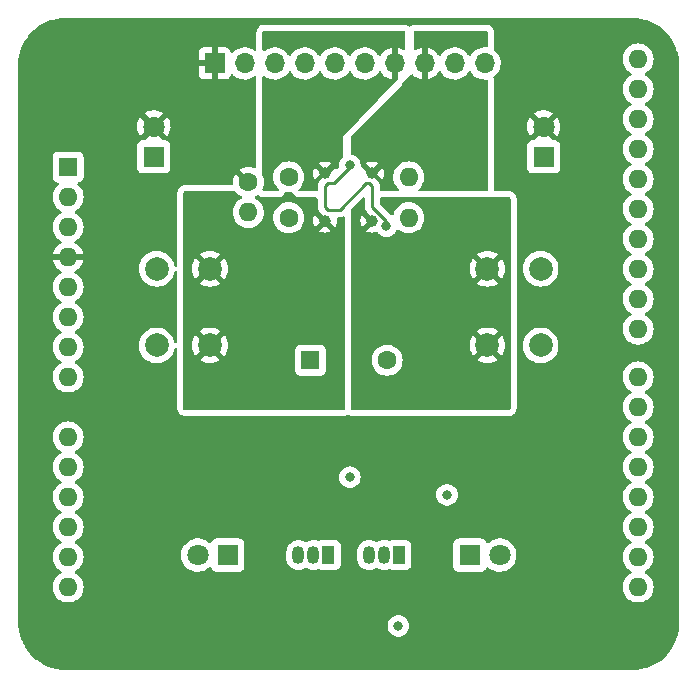
<source format=gbr>
%TF.GenerationSoftware,KiCad,Pcbnew,(6.0.10)*%
%TF.CreationDate,2023-08-29T00:03:05+02:00*%
%TF.ProjectId,Rentree ARES,52656e74-7265-4652-9041-5245532e6b69,rev?*%
%TF.SameCoordinates,Original*%
%TF.FileFunction,Copper,L3,Inr*%
%TF.FilePolarity,Positive*%
%FSLAX46Y46*%
G04 Gerber Fmt 4.6, Leading zero omitted, Abs format (unit mm)*
G04 Created by KiCad (PCBNEW (6.0.10)) date 2023-08-29 00:03:05*
%MOMM*%
%LPD*%
G01*
G04 APERTURE LIST*
%TA.AperFunction,ComponentPad*%
%ADD10C,1.000000*%
%TD*%
%TA.AperFunction,ComponentPad*%
%ADD11C,1.600000*%
%TD*%
%TA.AperFunction,ComponentPad*%
%ADD12O,1.600000X1.600000*%
%TD*%
%TA.AperFunction,ComponentPad*%
%ADD13R,1.600000X1.600000*%
%TD*%
%TA.AperFunction,ComponentPad*%
%ADD14C,1.800000*%
%TD*%
%TA.AperFunction,ComponentPad*%
%ADD15R,1.800000X1.800000*%
%TD*%
%TA.AperFunction,ComponentPad*%
%ADD16R,1.700000X1.700000*%
%TD*%
%TA.AperFunction,ComponentPad*%
%ADD17O,1.700000X1.700000*%
%TD*%
%TA.AperFunction,ComponentPad*%
%ADD18C,2.000000*%
%TD*%
%TA.AperFunction,ComponentPad*%
%ADD19O,1.050000X1.500000*%
%TD*%
%TA.AperFunction,ComponentPad*%
%ADD20R,1.050000X1.500000*%
%TD*%
%TA.AperFunction,ViaPad*%
%ADD21C,0.800000*%
%TD*%
%TA.AperFunction,Conductor*%
%ADD22C,0.250000*%
%TD*%
G04 APERTURE END LIST*
D10*
%TO.N,/Simon un peu plus dur/SW0*%
%TO.C,F2*%
X123000000Y-99690000D03*
%TO.N,Net-(F2-Pad2)*%
X123000000Y-95690000D03*
%TD*%
%TO.N,/Simon un peu plus dur/SW1*%
%TO.C,F3*%
X127000000Y-99690000D03*
%TO.N,Net-(F3-Pad2)*%
X127000000Y-95690000D03*
%TD*%
D11*
%TO.N,Net-(R1-Pad2)*%
%TO.C,R2*%
X119920000Y-99440000D03*
D12*
%TO.N,/S1*%
X130080000Y-99440000D03*
%TD*%
%TO.N,unconnected-(A1-Pad32)*%
%TO.C,A1*%
X149500000Y-86000000D03*
%TO.N,unconnected-(A1-Pad31)*%
X149500000Y-88540000D03*
%TO.N,unconnected-(A1-Pad30)*%
X149500000Y-91080000D03*
%TO.N,GND*%
X149500000Y-93620000D03*
%TO.N,/RST*%
X149500000Y-96160000D03*
%TO.N,/Simon un peu plus dur/LED1*%
X149500000Y-98700000D03*
%TO.N,unconnected-(A1-Pad26)*%
X149500000Y-101240000D03*
%TO.N,/BUZZER*%
X149500000Y-103780000D03*
%TO.N,/Simon un peu plus dur/SW1*%
X149500000Y-106320000D03*
%TO.N,/Simon un peu plus dur/SW0*%
X149500000Y-108860000D03*
%TO.N,unconnected-(A1-Pad22)*%
X149500000Y-112920000D03*
%TO.N,unconnected-(A1-Pad21)*%
X149500000Y-115460000D03*
%TO.N,unconnected-(A1-Pad20)*%
X149500000Y-118000000D03*
%TO.N,unconnected-(A1-Pad19)*%
X149500000Y-120540000D03*
%TO.N,unconnected-(A1-Pad18)*%
X149500000Y-123080000D03*
%TO.N,unconnected-(A1-Pad17)*%
X149500000Y-125620000D03*
%TO.N,unconnected-(A1-Pad16)*%
X149500000Y-128160000D03*
%TO.N,unconnected-(A1-Pad15)*%
X149500000Y-130700000D03*
%TO.N,unconnected-(A1-Pad14)*%
X101240000Y-130700000D03*
%TO.N,unconnected-(A1-Pad13)*%
X101240000Y-128160000D03*
%TO.N,unconnected-(A1-Pad12)*%
X101240000Y-125620000D03*
%TO.N,unconnected-(A1-Pad11)*%
X101240000Y-123080000D03*
%TO.N,unconnected-(A1-Pad10)*%
X101240000Y-120540000D03*
%TO.N,/Simon un peu plus dur/LED0*%
X101240000Y-118000000D03*
%TO.N,unconnected-(A1-Pad8)*%
X101240000Y-112920000D03*
%TO.N,GND*%
X101240000Y-110380000D03*
X101240000Y-107840000D03*
%TO.N,unconnected-(A1-Pad5)*%
X101240000Y-105300000D03*
%TO.N,+3.3V*%
X101240000Y-102760000D03*
%TO.N,unconnected-(A1-Pad3)*%
X101240000Y-100220000D03*
%TO.N,unconnected-(A1-Pad2)*%
X101240000Y-97680000D03*
D13*
%TO.N,unconnected-(A1-Pad1)*%
X101240000Y-95140000D03*
%TD*%
D14*
%TO.N,Net-(D1-Pad2)*%
%TO.C,D1*%
X112210000Y-128000000D03*
D15*
%TO.N,Net-(C1-Pad2)*%
X114750000Y-128000000D03*
%TD*%
D14*
%TO.N,Net-(D2-Pad2)*%
%TO.C,D2*%
X137790000Y-128000000D03*
D15*
%TO.N,/OSC*%
X135250000Y-128000000D03*
%TD*%
%TO.N,Net-(D3-Pad1)*%
%TO.C,D3*%
X108500000Y-94275000D03*
D14*
%TO.N,+3.3V*%
X108500000Y-91735000D03*
%TD*%
D15*
%TO.N,Net-(D4-Pad1)*%
%TO.C,D4*%
X141500000Y-94275000D03*
D14*
%TO.N,+3.3V*%
X141500000Y-91735000D03*
%TD*%
D16*
%TO.N,+3.3V*%
%TO.C,J1*%
X113655000Y-86375000D03*
D17*
%TO.N,/S1*%
X116195000Y-86375000D03*
%TO.N,/OSC*%
X118735000Y-86375000D03*
%TO.N,/BUZZER*%
X121275000Y-86375000D03*
%TO.N,/Simon un peu plus dur/LED0*%
X123815000Y-86375000D03*
%TO.N,/Simon un peu plus dur/LED1*%
X126355000Y-86375000D03*
%TO.N,Net-(F2-Pad2)*%
X128895000Y-86375000D03*
%TO.N,Net-(F3-Pad2)*%
X131435000Y-86375000D03*
%TO.N,/RST*%
X133975000Y-86375000D03*
%TO.N,GND*%
X136515000Y-86375000D03*
%TD*%
D13*
%TO.N,+3.3V*%
%TO.C,LS1*%
X121750000Y-111500000D03*
D11*
%TO.N,/BUZZER*%
X128250000Y-111500000D03*
%TD*%
D12*
%TO.N,Net-(R1-Pad2)*%
%TO.C,R1*%
X116500000Y-98975000D03*
D11*
%TO.N,+3.3V*%
X116500000Y-96435000D03*
%TD*%
D12*
%TO.N,GND*%
%TO.C,R3*%
X130080000Y-95980000D03*
D11*
%TO.N,/S1*%
X119920000Y-95980000D03*
%TD*%
D18*
%TO.N,/Simon un peu plus dur/SW0*%
%TO.C,SW1*%
X113250000Y-103750000D03*
X113250000Y-110250000D03*
%TO.N,GND*%
X108750000Y-103750000D03*
X108750000Y-110250000D03*
%TD*%
%TO.N,GND*%
%TO.C,SW2*%
X141250000Y-103750000D03*
X141250000Y-110250000D03*
%TO.N,/Simon un peu plus dur/SW1*%
X136750000Y-103750000D03*
X136750000Y-110250000D03*
%TD*%
D19*
%TO.N,Net-(C1-Pad2)*%
%TO.C,Q1*%
X120750000Y-128000000D03*
%TO.N,Net-(C2-Pad2)*%
X122020000Y-128000000D03*
D20*
%TO.N,GND*%
X123290000Y-128000000D03*
%TD*%
D19*
%TO.N,/OSC*%
%TO.C,Q2*%
X126730000Y-128000000D03*
%TO.N,Net-(C1-Pad1)*%
X128000000Y-128000000D03*
D20*
%TO.N,GND*%
X129270000Y-128000000D03*
%TD*%
D21*
%TO.N,GND*%
X129200000Y-134000000D03*
%TO.N,/BUZZER*%
X128200000Y-100150500D03*
X125100000Y-95000000D03*
%TO.N,/OSC*%
X125100000Y-121400000D03*
%TO.N,Net-(C2-Pad2)*%
X133325000Y-122900000D03*
%TO.N,/Simon un peu plus dur/SW1*%
X136750000Y-112550000D03*
%TO.N,/Simon un peu plus dur/SW0*%
X113250000Y-112600000D03*
%TO.N,Net-(F3-Pad2)*%
X127000000Y-92400000D03*
%TO.N,+3.3V*%
X134925000Y-117500000D03*
X115075000Y-117500000D03*
X136775000Y-121000000D03*
X113265000Y-121110000D03*
%TO.N,Net-(F2-Pad2)*%
X123000000Y-92500000D03*
%TO.N,/Simon un peu plus dur/SW0*%
X123000000Y-102940000D03*
%TO.N,/Simon un peu plus dur/SW1*%
X126960000Y-102940000D03*
%TD*%
D22*
%TO.N,/BUZZER*%
X128200000Y-99700000D02*
X128200000Y-100150500D01*
X127000000Y-96750000D02*
X127000000Y-98500000D01*
X126750000Y-96500000D02*
X127000000Y-96750000D01*
X124250000Y-98750000D02*
X126500000Y-96500000D01*
X123250000Y-98750000D02*
X124250000Y-98750000D01*
X123000000Y-98500000D02*
X123250000Y-98750000D01*
X126500000Y-96500000D02*
X126750000Y-96500000D01*
X123000000Y-96750000D02*
X123000000Y-98500000D01*
X127000000Y-98500000D02*
X128200000Y-99700000D01*
X123750000Y-96500000D02*
X123250000Y-96500000D01*
X125100000Y-95150000D02*
X123750000Y-96500000D01*
X123250000Y-96500000D02*
X123000000Y-96750000D01*
%TD*%
%TA.AperFunction,Conductor*%
%TO.N,+3.3V*%
G36*
X148970018Y-82510000D02*
G01*
X148984852Y-82512310D01*
X148984855Y-82512310D01*
X148993724Y-82513691D01*
X149011033Y-82511428D01*
X149013656Y-82511085D01*
X149035810Y-82510156D01*
X149362472Y-82525258D01*
X149374060Y-82526332D01*
X149727672Y-82575659D01*
X149739112Y-82577798D01*
X150086665Y-82659541D01*
X150097841Y-82662721D01*
X150267111Y-82719455D01*
X150436372Y-82776186D01*
X150447224Y-82780390D01*
X150773840Y-82924605D01*
X150784245Y-82929785D01*
X151096177Y-83103530D01*
X151106053Y-83109645D01*
X151134557Y-83129171D01*
X151400610Y-83311422D01*
X151409898Y-83318436D01*
X151684581Y-83546530D01*
X151693181Y-83554371D01*
X151945629Y-83806819D01*
X151953470Y-83815419D01*
X152181564Y-84090102D01*
X152188578Y-84099390D01*
X152390354Y-84393946D01*
X152396470Y-84403823D01*
X152570215Y-84715755D01*
X152575395Y-84726160D01*
X152719610Y-85052776D01*
X152723814Y-85063628D01*
X152749124Y-85139142D01*
X152835766Y-85397644D01*
X152837276Y-85402150D01*
X152840459Y-85413335D01*
X152914112Y-85726492D01*
X152922202Y-85760888D01*
X152924341Y-85772328D01*
X152973668Y-86125940D01*
X152974742Y-86137529D01*
X152989502Y-86456785D01*
X152988136Y-86481989D01*
X152987690Y-86484850D01*
X152987690Y-86484856D01*
X152986309Y-86493724D01*
X152987473Y-86502626D01*
X152987473Y-86502628D01*
X152990436Y-86525283D01*
X152991500Y-86541621D01*
X152991500Y-133700633D01*
X152990000Y-133720018D01*
X152986309Y-133743724D01*
X152987473Y-133752625D01*
X152988915Y-133763656D01*
X152989844Y-133785810D01*
X152974742Y-134112471D01*
X152973668Y-134124060D01*
X152924341Y-134477672D01*
X152922202Y-134489112D01*
X152850540Y-134793803D01*
X152840461Y-134836656D01*
X152837276Y-134847850D01*
X152723814Y-135186372D01*
X152719610Y-135197224D01*
X152575395Y-135523840D01*
X152570215Y-135534245D01*
X152396470Y-135846177D01*
X152390354Y-135856054D01*
X152188578Y-136150610D01*
X152181564Y-136159898D01*
X151953470Y-136434581D01*
X151945629Y-136443181D01*
X151693181Y-136695629D01*
X151684581Y-136703470D01*
X151409898Y-136931564D01*
X151400610Y-136938578D01*
X151178930Y-137090433D01*
X151106054Y-137140354D01*
X151096177Y-137146470D01*
X150784245Y-137320215D01*
X150773840Y-137325395D01*
X150447224Y-137469610D01*
X150436372Y-137473814D01*
X150267111Y-137530545D01*
X150097841Y-137587279D01*
X150086665Y-137590459D01*
X149754150Y-137668665D01*
X149739112Y-137672202D01*
X149727672Y-137674341D01*
X149374060Y-137723668D01*
X149362471Y-137724742D01*
X149043215Y-137739502D01*
X149018011Y-137738136D01*
X149015150Y-137737690D01*
X149015144Y-137737690D01*
X149006276Y-137736309D01*
X148997374Y-137737473D01*
X148997372Y-137737473D01*
X148983900Y-137739235D01*
X148974714Y-137740436D01*
X148958379Y-137741500D01*
X101055666Y-137741500D01*
X101033817Y-137739591D01*
X101025295Y-137738090D01*
X101025292Y-137738090D01*
X101016455Y-137736534D01*
X101007535Y-137737521D01*
X101007532Y-137737521D01*
X100996485Y-137738744D01*
X100974314Y-137739235D01*
X100639530Y-137717101D01*
X100627973Y-137715797D01*
X100267031Y-137658135D01*
X100255637Y-137655770D01*
X99901546Y-137565047D01*
X99890442Y-137561649D01*
X99546222Y-137438638D01*
X99535464Y-137434223D01*
X99204065Y-137279978D01*
X99193778Y-137274600D01*
X98878019Y-137090431D01*
X98868251Y-137084111D01*
X98570855Y-136871611D01*
X98561708Y-136864415D01*
X98375523Y-136703470D01*
X98285177Y-136625371D01*
X98276737Y-136617365D01*
X98023447Y-136353832D01*
X98015778Y-136345077D01*
X97787885Y-136059298D01*
X97781057Y-136049873D01*
X97580510Y-135744295D01*
X97574580Y-135734281D01*
X97403074Y-135411485D01*
X97398094Y-135400966D01*
X97257105Y-135063727D01*
X97253119Y-135052799D01*
X97195477Y-134868794D01*
X97143852Y-134704000D01*
X97140889Y-134692745D01*
X97108541Y-134541852D01*
X97064267Y-134335332D01*
X97062357Y-134323857D01*
X97024489Y-134006565D01*
X97023706Y-134000000D01*
X128286496Y-134000000D01*
X128287186Y-134006565D01*
X128298929Y-134118289D01*
X128306458Y-134189928D01*
X128365473Y-134371556D01*
X128460960Y-134536944D01*
X128588747Y-134678866D01*
X128743248Y-134791118D01*
X128749276Y-134793802D01*
X128749278Y-134793803D01*
X128911681Y-134866109D01*
X128917712Y-134868794D01*
X129011112Y-134888647D01*
X129098056Y-134907128D01*
X129098061Y-134907128D01*
X129104513Y-134908500D01*
X129295487Y-134908500D01*
X129301939Y-134907128D01*
X129301944Y-134907128D01*
X129388888Y-134888647D01*
X129482288Y-134868794D01*
X129488319Y-134866109D01*
X129650722Y-134793803D01*
X129650724Y-134793802D01*
X129656752Y-134791118D01*
X129811253Y-134678866D01*
X129939040Y-134536944D01*
X130034527Y-134371556D01*
X130093542Y-134189928D01*
X130101072Y-134118289D01*
X130112814Y-134006565D01*
X130113504Y-134000000D01*
X130093542Y-133810072D01*
X130034527Y-133628444D01*
X130030426Y-133621340D01*
X129942341Y-133468774D01*
X129939040Y-133463056D01*
X129811253Y-133321134D01*
X129656752Y-133208882D01*
X129650724Y-133206198D01*
X129650722Y-133206197D01*
X129488319Y-133133891D01*
X129488318Y-133133891D01*
X129482288Y-133131206D01*
X129388888Y-133111353D01*
X129301944Y-133092872D01*
X129301939Y-133092872D01*
X129295487Y-133091500D01*
X129104513Y-133091500D01*
X129098061Y-133092872D01*
X129098056Y-133092872D01*
X129011112Y-133111353D01*
X128917712Y-133131206D01*
X128911682Y-133133891D01*
X128911681Y-133133891D01*
X128749278Y-133206197D01*
X128749276Y-133206198D01*
X128743248Y-133208882D01*
X128588747Y-133321134D01*
X128460960Y-133463056D01*
X128457659Y-133468774D01*
X128369575Y-133621340D01*
X128365473Y-133628444D01*
X128306458Y-133810072D01*
X128286496Y-134000000D01*
X97023706Y-134000000D01*
X97019041Y-133960910D01*
X97018197Y-133949309D01*
X97009543Y-133621340D01*
X97011407Y-133596172D01*
X97011910Y-133593313D01*
X97011910Y-133593310D01*
X97013466Y-133584472D01*
X97009265Y-133546510D01*
X97008500Y-133532651D01*
X97008500Y-130700000D01*
X99926502Y-130700000D01*
X99946457Y-130928087D01*
X100005716Y-131149243D01*
X100008039Y-131154224D01*
X100008039Y-131154225D01*
X100100151Y-131351762D01*
X100100154Y-131351767D01*
X100102477Y-131356749D01*
X100233802Y-131544300D01*
X100395700Y-131706198D01*
X100400208Y-131709355D01*
X100400211Y-131709357D01*
X100478389Y-131764098D01*
X100583251Y-131837523D01*
X100588233Y-131839846D01*
X100588238Y-131839849D01*
X100785775Y-131931961D01*
X100790757Y-131934284D01*
X100796065Y-131935706D01*
X100796067Y-131935707D01*
X101006598Y-131992119D01*
X101006600Y-131992119D01*
X101011913Y-131993543D01*
X101240000Y-132013498D01*
X101468087Y-131993543D01*
X101473400Y-131992119D01*
X101473402Y-131992119D01*
X101683933Y-131935707D01*
X101683935Y-131935706D01*
X101689243Y-131934284D01*
X101694225Y-131931961D01*
X101891762Y-131839849D01*
X101891767Y-131839846D01*
X101896749Y-131837523D01*
X102001611Y-131764098D01*
X102079789Y-131709357D01*
X102079792Y-131709355D01*
X102084300Y-131706198D01*
X102246198Y-131544300D01*
X102377523Y-131356749D01*
X102379846Y-131351767D01*
X102379849Y-131351762D01*
X102471961Y-131154225D01*
X102471961Y-131154224D01*
X102474284Y-131149243D01*
X102533543Y-130928087D01*
X102553498Y-130700000D01*
X148186502Y-130700000D01*
X148206457Y-130928087D01*
X148265716Y-131149243D01*
X148268039Y-131154224D01*
X148268039Y-131154225D01*
X148360151Y-131351762D01*
X148360154Y-131351767D01*
X148362477Y-131356749D01*
X148493802Y-131544300D01*
X148655700Y-131706198D01*
X148660208Y-131709355D01*
X148660211Y-131709357D01*
X148738389Y-131764098D01*
X148843251Y-131837523D01*
X148848233Y-131839846D01*
X148848238Y-131839849D01*
X149045775Y-131931961D01*
X149050757Y-131934284D01*
X149056065Y-131935706D01*
X149056067Y-131935707D01*
X149266598Y-131992119D01*
X149266600Y-131992119D01*
X149271913Y-131993543D01*
X149500000Y-132013498D01*
X149728087Y-131993543D01*
X149733400Y-131992119D01*
X149733402Y-131992119D01*
X149943933Y-131935707D01*
X149943935Y-131935706D01*
X149949243Y-131934284D01*
X149954225Y-131931961D01*
X150151762Y-131839849D01*
X150151767Y-131839846D01*
X150156749Y-131837523D01*
X150261611Y-131764098D01*
X150339789Y-131709357D01*
X150339792Y-131709355D01*
X150344300Y-131706198D01*
X150506198Y-131544300D01*
X150637523Y-131356749D01*
X150639846Y-131351767D01*
X150639849Y-131351762D01*
X150731961Y-131154225D01*
X150731961Y-131154224D01*
X150734284Y-131149243D01*
X150793543Y-130928087D01*
X150813498Y-130700000D01*
X150793543Y-130471913D01*
X150734284Y-130250757D01*
X150731961Y-130245775D01*
X150639849Y-130048238D01*
X150639846Y-130048233D01*
X150637523Y-130043251D01*
X150506198Y-129855700D01*
X150344300Y-129693802D01*
X150339792Y-129690645D01*
X150339789Y-129690643D01*
X150261611Y-129635902D01*
X150156749Y-129562477D01*
X150151767Y-129560154D01*
X150151762Y-129560151D01*
X150117543Y-129544195D01*
X150064258Y-129497278D01*
X150044797Y-129429001D01*
X150065339Y-129361041D01*
X150117543Y-129315805D01*
X150151762Y-129299849D01*
X150151767Y-129299846D01*
X150156749Y-129297523D01*
X150290646Y-129203767D01*
X150339789Y-129169357D01*
X150339792Y-129169355D01*
X150344300Y-129166198D01*
X150506198Y-129004300D01*
X150509410Y-128999714D01*
X150612518Y-128852460D01*
X150637523Y-128816749D01*
X150639846Y-128811767D01*
X150639849Y-128811762D01*
X150731961Y-128614225D01*
X150731961Y-128614224D01*
X150734284Y-128609243D01*
X150759449Y-128515329D01*
X150792119Y-128393402D01*
X150792119Y-128393400D01*
X150793543Y-128388087D01*
X150813498Y-128160000D01*
X150793543Y-127931913D01*
X150748592Y-127764156D01*
X150735707Y-127716067D01*
X150735706Y-127716065D01*
X150734284Y-127710757D01*
X150731961Y-127705775D01*
X150639849Y-127508238D01*
X150639846Y-127508233D01*
X150637523Y-127503251D01*
X150506198Y-127315700D01*
X150344300Y-127153802D01*
X150339792Y-127150645D01*
X150339789Y-127150643D01*
X150261611Y-127095902D01*
X150156749Y-127022477D01*
X150151767Y-127020154D01*
X150151762Y-127020151D01*
X150117543Y-127004195D01*
X150064258Y-126957278D01*
X150044797Y-126889001D01*
X150065339Y-126821041D01*
X150117543Y-126775805D01*
X150151762Y-126759849D01*
X150151767Y-126759846D01*
X150156749Y-126757523D01*
X150315687Y-126646233D01*
X150339789Y-126629357D01*
X150339792Y-126629355D01*
X150344300Y-126626198D01*
X150506198Y-126464300D01*
X150637523Y-126276749D01*
X150639846Y-126271767D01*
X150639849Y-126271762D01*
X150731961Y-126074225D01*
X150731961Y-126074224D01*
X150734284Y-126069243D01*
X150793543Y-125848087D01*
X150813498Y-125620000D01*
X150793543Y-125391913D01*
X150734284Y-125170757D01*
X150731961Y-125165775D01*
X150639849Y-124968238D01*
X150639846Y-124968233D01*
X150637523Y-124963251D01*
X150506198Y-124775700D01*
X150344300Y-124613802D01*
X150339792Y-124610645D01*
X150339789Y-124610643D01*
X150261611Y-124555902D01*
X150156749Y-124482477D01*
X150151767Y-124480154D01*
X150151762Y-124480151D01*
X150117543Y-124464195D01*
X150064258Y-124417278D01*
X150044797Y-124349001D01*
X150065339Y-124281041D01*
X150117543Y-124235805D01*
X150151762Y-124219849D01*
X150151767Y-124219846D01*
X150156749Y-124217523D01*
X150261611Y-124144098D01*
X150339789Y-124089357D01*
X150339792Y-124089355D01*
X150344300Y-124086198D01*
X150506198Y-123924300D01*
X150637523Y-123736749D01*
X150639846Y-123731767D01*
X150639849Y-123731762D01*
X150731961Y-123534225D01*
X150731961Y-123534224D01*
X150734284Y-123529243D01*
X150793543Y-123308087D01*
X150813498Y-123080000D01*
X150793543Y-122851913D01*
X150755537Y-122710072D01*
X150735707Y-122636067D01*
X150735706Y-122636065D01*
X150734284Y-122630757D01*
X150686575Y-122528444D01*
X150639849Y-122428238D01*
X150639846Y-122428233D01*
X150637523Y-122423251D01*
X150556213Y-122307128D01*
X150509357Y-122240211D01*
X150509355Y-122240208D01*
X150506198Y-122235700D01*
X150344300Y-122073802D01*
X150339792Y-122070645D01*
X150339789Y-122070643D01*
X150226761Y-121991500D01*
X150156749Y-121942477D01*
X150151767Y-121940154D01*
X150151762Y-121940151D01*
X150117543Y-121924195D01*
X150064258Y-121877278D01*
X150044797Y-121809001D01*
X150065339Y-121741041D01*
X150117543Y-121695805D01*
X150151762Y-121679849D01*
X150151767Y-121679846D01*
X150156749Y-121677523D01*
X150291220Y-121583365D01*
X150339789Y-121549357D01*
X150339792Y-121549355D01*
X150344300Y-121546198D01*
X150506198Y-121384300D01*
X150637523Y-121196749D01*
X150639846Y-121191767D01*
X150639849Y-121191762D01*
X150731961Y-120994225D01*
X150731961Y-120994224D01*
X150734284Y-120989243D01*
X150793543Y-120768087D01*
X150813498Y-120540000D01*
X150793543Y-120311913D01*
X150734284Y-120090757D01*
X150731961Y-120085775D01*
X150639849Y-119888238D01*
X150639846Y-119888233D01*
X150637523Y-119883251D01*
X150506198Y-119695700D01*
X150344300Y-119533802D01*
X150339792Y-119530645D01*
X150339789Y-119530643D01*
X150261611Y-119475902D01*
X150156749Y-119402477D01*
X150151767Y-119400154D01*
X150151762Y-119400151D01*
X150117543Y-119384195D01*
X150064258Y-119337278D01*
X150044797Y-119269001D01*
X150065339Y-119201041D01*
X150117543Y-119155805D01*
X150151762Y-119139849D01*
X150151767Y-119139846D01*
X150156749Y-119137523D01*
X150261611Y-119064098D01*
X150339789Y-119009357D01*
X150339792Y-119009355D01*
X150344300Y-119006198D01*
X150506198Y-118844300D01*
X150637523Y-118656749D01*
X150639846Y-118651767D01*
X150639849Y-118651762D01*
X150731961Y-118454225D01*
X150731961Y-118454224D01*
X150734284Y-118449243D01*
X150793543Y-118228087D01*
X150813498Y-118000000D01*
X150793543Y-117771913D01*
X150734284Y-117550757D01*
X150731961Y-117545775D01*
X150639849Y-117348238D01*
X150639846Y-117348233D01*
X150637523Y-117343251D01*
X150506198Y-117155700D01*
X150344300Y-116993802D01*
X150339792Y-116990645D01*
X150339789Y-116990643D01*
X150261611Y-116935902D01*
X150156749Y-116862477D01*
X150151767Y-116860154D01*
X150151762Y-116860151D01*
X150117543Y-116844195D01*
X150064258Y-116797278D01*
X150044797Y-116729001D01*
X150065339Y-116661041D01*
X150117543Y-116615805D01*
X150151762Y-116599849D01*
X150151767Y-116599846D01*
X150156749Y-116597523D01*
X150261611Y-116524098D01*
X150339789Y-116469357D01*
X150339792Y-116469355D01*
X150344300Y-116466198D01*
X150506198Y-116304300D01*
X150637523Y-116116749D01*
X150639846Y-116111767D01*
X150639849Y-116111762D01*
X150731961Y-115914225D01*
X150731961Y-115914224D01*
X150734284Y-115909243D01*
X150767096Y-115786790D01*
X150792119Y-115693402D01*
X150792119Y-115693400D01*
X150793543Y-115688087D01*
X150813498Y-115460000D01*
X150793543Y-115231913D01*
X150734284Y-115010757D01*
X150731961Y-115005775D01*
X150639849Y-114808238D01*
X150639846Y-114808233D01*
X150637523Y-114803251D01*
X150506198Y-114615700D01*
X150344300Y-114453802D01*
X150339792Y-114450645D01*
X150339789Y-114450643D01*
X150261611Y-114395902D01*
X150156749Y-114322477D01*
X150151767Y-114320154D01*
X150151762Y-114320151D01*
X150117543Y-114304195D01*
X150064258Y-114257278D01*
X150044797Y-114189001D01*
X150065339Y-114121041D01*
X150117543Y-114075805D01*
X150151762Y-114059849D01*
X150151767Y-114059846D01*
X150156749Y-114057523D01*
X150261611Y-113984098D01*
X150339789Y-113929357D01*
X150339792Y-113929355D01*
X150344300Y-113926198D01*
X150506198Y-113764300D01*
X150637523Y-113576749D01*
X150639846Y-113571767D01*
X150639849Y-113571762D01*
X150731961Y-113374225D01*
X150731961Y-113374224D01*
X150734284Y-113369243D01*
X150793543Y-113148087D01*
X150813498Y-112920000D01*
X150793543Y-112691913D01*
X150734284Y-112470757D01*
X150652328Y-112295000D01*
X150639849Y-112268238D01*
X150639846Y-112268233D01*
X150637523Y-112263251D01*
X150506198Y-112075700D01*
X150344300Y-111913802D01*
X150339792Y-111910645D01*
X150339789Y-111910643D01*
X150261611Y-111855902D01*
X150156749Y-111782477D01*
X150151767Y-111780154D01*
X150151762Y-111780151D01*
X149954225Y-111688039D01*
X149954224Y-111688039D01*
X149949243Y-111685716D01*
X149943935Y-111684294D01*
X149943933Y-111684293D01*
X149733402Y-111627881D01*
X149733400Y-111627881D01*
X149728087Y-111626457D01*
X149500000Y-111606502D01*
X149271913Y-111626457D01*
X149266600Y-111627881D01*
X149266598Y-111627881D01*
X149056067Y-111684293D01*
X149056065Y-111684294D01*
X149050757Y-111685716D01*
X149045776Y-111688039D01*
X149045775Y-111688039D01*
X148848238Y-111780151D01*
X148848233Y-111780154D01*
X148843251Y-111782477D01*
X148738389Y-111855902D01*
X148660211Y-111910643D01*
X148660208Y-111910645D01*
X148655700Y-111913802D01*
X148493802Y-112075700D01*
X148362477Y-112263251D01*
X148360154Y-112268233D01*
X148360151Y-112268238D01*
X148347672Y-112295000D01*
X148265716Y-112470757D01*
X148206457Y-112691913D01*
X148186502Y-112920000D01*
X148206457Y-113148087D01*
X148265716Y-113369243D01*
X148268039Y-113374224D01*
X148268039Y-113374225D01*
X148360151Y-113571762D01*
X148360154Y-113571767D01*
X148362477Y-113576749D01*
X148493802Y-113764300D01*
X148655700Y-113926198D01*
X148660208Y-113929355D01*
X148660211Y-113929357D01*
X148738389Y-113984098D01*
X148843251Y-114057523D01*
X148848233Y-114059846D01*
X148848238Y-114059849D01*
X148882457Y-114075805D01*
X148935742Y-114122722D01*
X148955203Y-114190999D01*
X148934661Y-114258959D01*
X148882457Y-114304195D01*
X148848238Y-114320151D01*
X148848233Y-114320154D01*
X148843251Y-114322477D01*
X148738389Y-114395902D01*
X148660211Y-114450643D01*
X148660208Y-114450645D01*
X148655700Y-114453802D01*
X148493802Y-114615700D01*
X148362477Y-114803251D01*
X148360154Y-114808233D01*
X148360151Y-114808238D01*
X148268039Y-115005775D01*
X148265716Y-115010757D01*
X148206457Y-115231913D01*
X148186502Y-115460000D01*
X148206457Y-115688087D01*
X148207881Y-115693400D01*
X148207881Y-115693402D01*
X148232905Y-115786790D01*
X148265716Y-115909243D01*
X148268039Y-115914224D01*
X148268039Y-115914225D01*
X148360151Y-116111762D01*
X148360154Y-116111767D01*
X148362477Y-116116749D01*
X148493802Y-116304300D01*
X148655700Y-116466198D01*
X148660208Y-116469355D01*
X148660211Y-116469357D01*
X148738389Y-116524098D01*
X148843251Y-116597523D01*
X148848233Y-116599846D01*
X148848238Y-116599849D01*
X148882457Y-116615805D01*
X148935742Y-116662722D01*
X148955203Y-116730999D01*
X148934661Y-116798959D01*
X148882457Y-116844195D01*
X148848238Y-116860151D01*
X148848233Y-116860154D01*
X148843251Y-116862477D01*
X148738389Y-116935902D01*
X148660211Y-116990643D01*
X148660208Y-116990645D01*
X148655700Y-116993802D01*
X148493802Y-117155700D01*
X148362477Y-117343251D01*
X148360154Y-117348233D01*
X148360151Y-117348238D01*
X148268039Y-117545775D01*
X148265716Y-117550757D01*
X148206457Y-117771913D01*
X148186502Y-118000000D01*
X148206457Y-118228087D01*
X148265716Y-118449243D01*
X148268039Y-118454224D01*
X148268039Y-118454225D01*
X148360151Y-118651762D01*
X148360154Y-118651767D01*
X148362477Y-118656749D01*
X148493802Y-118844300D01*
X148655700Y-119006198D01*
X148660208Y-119009355D01*
X148660211Y-119009357D01*
X148738389Y-119064098D01*
X148843251Y-119137523D01*
X148848233Y-119139846D01*
X148848238Y-119139849D01*
X148882457Y-119155805D01*
X148935742Y-119202722D01*
X148955203Y-119270999D01*
X148934661Y-119338959D01*
X148882457Y-119384195D01*
X148848238Y-119400151D01*
X148848233Y-119400154D01*
X148843251Y-119402477D01*
X148738389Y-119475902D01*
X148660211Y-119530643D01*
X148660208Y-119530645D01*
X148655700Y-119533802D01*
X148493802Y-119695700D01*
X148362477Y-119883251D01*
X148360154Y-119888233D01*
X148360151Y-119888238D01*
X148268039Y-120085775D01*
X148265716Y-120090757D01*
X148206457Y-120311913D01*
X148186502Y-120540000D01*
X148206457Y-120768087D01*
X148265716Y-120989243D01*
X148268039Y-120994224D01*
X148268039Y-120994225D01*
X148360151Y-121191762D01*
X148360154Y-121191767D01*
X148362477Y-121196749D01*
X148493802Y-121384300D01*
X148655700Y-121546198D01*
X148660208Y-121549355D01*
X148660211Y-121549357D01*
X148708780Y-121583365D01*
X148843251Y-121677523D01*
X148848233Y-121679846D01*
X148848238Y-121679849D01*
X148882457Y-121695805D01*
X148935742Y-121742722D01*
X148955203Y-121810999D01*
X148934661Y-121878959D01*
X148882457Y-121924195D01*
X148848238Y-121940151D01*
X148848233Y-121940154D01*
X148843251Y-121942477D01*
X148773239Y-121991500D01*
X148660211Y-122070643D01*
X148660208Y-122070645D01*
X148655700Y-122073802D01*
X148493802Y-122235700D01*
X148490645Y-122240208D01*
X148490643Y-122240211D01*
X148443787Y-122307128D01*
X148362477Y-122423251D01*
X148360154Y-122428233D01*
X148360151Y-122428238D01*
X148313425Y-122528444D01*
X148265716Y-122630757D01*
X148264294Y-122636065D01*
X148264293Y-122636067D01*
X148244463Y-122710072D01*
X148206457Y-122851913D01*
X148186502Y-123080000D01*
X148206457Y-123308087D01*
X148265716Y-123529243D01*
X148268039Y-123534224D01*
X148268039Y-123534225D01*
X148360151Y-123731762D01*
X148360154Y-123731767D01*
X148362477Y-123736749D01*
X148493802Y-123924300D01*
X148655700Y-124086198D01*
X148660208Y-124089355D01*
X148660211Y-124089357D01*
X148738389Y-124144098D01*
X148843251Y-124217523D01*
X148848233Y-124219846D01*
X148848238Y-124219849D01*
X148882457Y-124235805D01*
X148935742Y-124282722D01*
X148955203Y-124350999D01*
X148934661Y-124418959D01*
X148882457Y-124464195D01*
X148848238Y-124480151D01*
X148848233Y-124480154D01*
X148843251Y-124482477D01*
X148738389Y-124555902D01*
X148660211Y-124610643D01*
X148660208Y-124610645D01*
X148655700Y-124613802D01*
X148493802Y-124775700D01*
X148362477Y-124963251D01*
X148360154Y-124968233D01*
X148360151Y-124968238D01*
X148268039Y-125165775D01*
X148265716Y-125170757D01*
X148206457Y-125391913D01*
X148186502Y-125620000D01*
X148206457Y-125848087D01*
X148265716Y-126069243D01*
X148268039Y-126074224D01*
X148268039Y-126074225D01*
X148360151Y-126271762D01*
X148360154Y-126271767D01*
X148362477Y-126276749D01*
X148493802Y-126464300D01*
X148655700Y-126626198D01*
X148660208Y-126629355D01*
X148660211Y-126629357D01*
X148684313Y-126646233D01*
X148843251Y-126757523D01*
X148848233Y-126759846D01*
X148848238Y-126759849D01*
X148882457Y-126775805D01*
X148935742Y-126822722D01*
X148955203Y-126890999D01*
X148934661Y-126958959D01*
X148882457Y-127004195D01*
X148848238Y-127020151D01*
X148848233Y-127020154D01*
X148843251Y-127022477D01*
X148738389Y-127095902D01*
X148660211Y-127150643D01*
X148660208Y-127150645D01*
X148655700Y-127153802D01*
X148493802Y-127315700D01*
X148362477Y-127503251D01*
X148360154Y-127508233D01*
X148360151Y-127508238D01*
X148268039Y-127705775D01*
X148265716Y-127710757D01*
X148264294Y-127716065D01*
X148264293Y-127716067D01*
X148251408Y-127764156D01*
X148206457Y-127931913D01*
X148186502Y-128160000D01*
X148206457Y-128388087D01*
X148207881Y-128393400D01*
X148207881Y-128393402D01*
X148240552Y-128515329D01*
X148265716Y-128609243D01*
X148268039Y-128614224D01*
X148268039Y-128614225D01*
X148360151Y-128811762D01*
X148360154Y-128811767D01*
X148362477Y-128816749D01*
X148387482Y-128852460D01*
X148490591Y-128999714D01*
X148493802Y-129004300D01*
X148655700Y-129166198D01*
X148660208Y-129169355D01*
X148660211Y-129169357D01*
X148709354Y-129203767D01*
X148843251Y-129297523D01*
X148848233Y-129299846D01*
X148848238Y-129299849D01*
X148882457Y-129315805D01*
X148935742Y-129362722D01*
X148955203Y-129430999D01*
X148934661Y-129498959D01*
X148882457Y-129544195D01*
X148848238Y-129560151D01*
X148848233Y-129560154D01*
X148843251Y-129562477D01*
X148738389Y-129635902D01*
X148660211Y-129690643D01*
X148660208Y-129690645D01*
X148655700Y-129693802D01*
X148493802Y-129855700D01*
X148362477Y-130043251D01*
X148360154Y-130048233D01*
X148360151Y-130048238D01*
X148268039Y-130245775D01*
X148265716Y-130250757D01*
X148206457Y-130471913D01*
X148186502Y-130700000D01*
X102553498Y-130700000D01*
X102533543Y-130471913D01*
X102474284Y-130250757D01*
X102471961Y-130245775D01*
X102379849Y-130048238D01*
X102379846Y-130048233D01*
X102377523Y-130043251D01*
X102246198Y-129855700D01*
X102084300Y-129693802D01*
X102079792Y-129690645D01*
X102079789Y-129690643D01*
X102001611Y-129635902D01*
X101896749Y-129562477D01*
X101891767Y-129560154D01*
X101891762Y-129560151D01*
X101857543Y-129544195D01*
X101804258Y-129497278D01*
X101784797Y-129429001D01*
X101805339Y-129361041D01*
X101857543Y-129315805D01*
X101891762Y-129299849D01*
X101891767Y-129299846D01*
X101896749Y-129297523D01*
X102030646Y-129203767D01*
X102079789Y-129169357D01*
X102079792Y-129169355D01*
X102084300Y-129166198D01*
X102246198Y-129004300D01*
X102249410Y-128999714D01*
X102352518Y-128852460D01*
X102377523Y-128816749D01*
X102379846Y-128811767D01*
X102379849Y-128811762D01*
X102471961Y-128614225D01*
X102471961Y-128614224D01*
X102474284Y-128609243D01*
X102499449Y-128515329D01*
X102532119Y-128393402D01*
X102532119Y-128393400D01*
X102533543Y-128388087D01*
X102553498Y-128160000D01*
X102536479Y-127965469D01*
X110797095Y-127965469D01*
X110797392Y-127970622D01*
X110797392Y-127970625D01*
X110803067Y-128069041D01*
X110810427Y-128196697D01*
X110811564Y-128201743D01*
X110811565Y-128201749D01*
X110843741Y-128344523D01*
X110861346Y-128422642D01*
X110863288Y-128427424D01*
X110863289Y-128427428D01*
X110946540Y-128632450D01*
X110948484Y-128637237D01*
X111069501Y-128834719D01*
X111221147Y-129009784D01*
X111399349Y-129157730D01*
X111599322Y-129274584D01*
X111604147Y-129276426D01*
X111604148Y-129276427D01*
X111659393Y-129297523D01*
X111815694Y-129357209D01*
X111820760Y-129358240D01*
X111820761Y-129358240D01*
X111842791Y-129362722D01*
X112042656Y-129403385D01*
X112172089Y-129408131D01*
X112268949Y-129411683D01*
X112268953Y-129411683D01*
X112274113Y-129411872D01*
X112279233Y-129411216D01*
X112279235Y-129411216D01*
X112353166Y-129401745D01*
X112503847Y-129382442D01*
X112508795Y-129380957D01*
X112508802Y-129380956D01*
X112720747Y-129317369D01*
X112725690Y-129315886D01*
X112806236Y-129276427D01*
X112929049Y-129216262D01*
X112929052Y-129216260D01*
X112933684Y-129213991D01*
X113122243Y-129079494D01*
X113167309Y-129034585D01*
X113229681Y-129000669D01*
X113300487Y-129005857D01*
X113357249Y-129048503D01*
X113374231Y-129079607D01*
X113388865Y-129118642D01*
X113399385Y-129146705D01*
X113486739Y-129263261D01*
X113603295Y-129350615D01*
X113739684Y-129401745D01*
X113801866Y-129408500D01*
X115698134Y-129408500D01*
X115760316Y-129401745D01*
X115896705Y-129350615D01*
X116013261Y-129263261D01*
X116100615Y-129146705D01*
X116151745Y-129010316D01*
X116158500Y-128948134D01*
X116158500Y-128276004D01*
X119716500Y-128276004D01*
X119731277Y-128426713D01*
X119789858Y-128620742D01*
X119885010Y-128799698D01*
X119888904Y-128804472D01*
X119888905Y-128804474D01*
X119916756Y-128838622D01*
X120013110Y-128956763D01*
X120017857Y-128960690D01*
X120017859Y-128960692D01*
X120164528Y-129082027D01*
X120164531Y-129082029D01*
X120169278Y-129085956D01*
X120347565Y-129182356D01*
X120416733Y-129203767D01*
X120535293Y-129240468D01*
X120535296Y-129240469D01*
X120541180Y-129242290D01*
X120547305Y-129242934D01*
X120547306Y-129242934D01*
X120736622Y-129262832D01*
X120736623Y-129262832D01*
X120742750Y-129263476D01*
X120826014Y-129255898D01*
X120938457Y-129245665D01*
X120938460Y-129245664D01*
X120944596Y-129245106D01*
X120950502Y-129243368D01*
X120950506Y-129243367D01*
X121133120Y-129189620D01*
X121133119Y-129189620D01*
X121139029Y-129187881D01*
X121144486Y-129185028D01*
X121144489Y-129185027D01*
X121281765Y-129113261D01*
X121318460Y-129094077D01*
X121318462Y-129094077D01*
X121318645Y-129093981D01*
X121318663Y-129094016D01*
X121384441Y-129074111D01*
X121445409Y-129089271D01*
X121617565Y-129182356D01*
X121686733Y-129203767D01*
X121805293Y-129240468D01*
X121805296Y-129240469D01*
X121811180Y-129242290D01*
X121817305Y-129242934D01*
X121817306Y-129242934D01*
X122006622Y-129262832D01*
X122006623Y-129262832D01*
X122012750Y-129263476D01*
X122096014Y-129255898D01*
X122208457Y-129245665D01*
X122208460Y-129245664D01*
X122214596Y-129245106D01*
X122220502Y-129243368D01*
X122220506Y-129243367D01*
X122403121Y-129189620D01*
X122403123Y-129189619D01*
X122406111Y-129188740D01*
X122409029Y-129187881D01*
X122409282Y-129188740D01*
X122474662Y-129182286D01*
X122511406Y-129195452D01*
X122518295Y-129200615D01*
X122526696Y-129203764D01*
X122526699Y-129203766D01*
X122553975Y-129213991D01*
X122654684Y-129251745D01*
X122716866Y-129258500D01*
X123863134Y-129258500D01*
X123925316Y-129251745D01*
X124061705Y-129200615D01*
X124178261Y-129113261D01*
X124265615Y-128996705D01*
X124316745Y-128860316D01*
X124323500Y-128798134D01*
X124323500Y-128276004D01*
X125696500Y-128276004D01*
X125711277Y-128426713D01*
X125769858Y-128620742D01*
X125865010Y-128799698D01*
X125868904Y-128804472D01*
X125868905Y-128804474D01*
X125896756Y-128838622D01*
X125993110Y-128956763D01*
X125997857Y-128960690D01*
X125997859Y-128960692D01*
X126144528Y-129082027D01*
X126144531Y-129082029D01*
X126149278Y-129085956D01*
X126327565Y-129182356D01*
X126396733Y-129203767D01*
X126515293Y-129240468D01*
X126515296Y-129240469D01*
X126521180Y-129242290D01*
X126527305Y-129242934D01*
X126527306Y-129242934D01*
X126716622Y-129262832D01*
X126716623Y-129262832D01*
X126722750Y-129263476D01*
X126806014Y-129255898D01*
X126918457Y-129245665D01*
X126918460Y-129245664D01*
X126924596Y-129245106D01*
X126930502Y-129243368D01*
X126930506Y-129243367D01*
X127113120Y-129189620D01*
X127113119Y-129189620D01*
X127119029Y-129187881D01*
X127124486Y-129185028D01*
X127124489Y-129185027D01*
X127261765Y-129113261D01*
X127298460Y-129094077D01*
X127298462Y-129094077D01*
X127298645Y-129093981D01*
X127298663Y-129094016D01*
X127364441Y-129074111D01*
X127425409Y-129089271D01*
X127597565Y-129182356D01*
X127666733Y-129203767D01*
X127785293Y-129240468D01*
X127785296Y-129240469D01*
X127791180Y-129242290D01*
X127797305Y-129242934D01*
X127797306Y-129242934D01*
X127986622Y-129262832D01*
X127986623Y-129262832D01*
X127992750Y-129263476D01*
X128076014Y-129255898D01*
X128188457Y-129245665D01*
X128188460Y-129245664D01*
X128194596Y-129245106D01*
X128200502Y-129243368D01*
X128200506Y-129243367D01*
X128383121Y-129189620D01*
X128383123Y-129189619D01*
X128386111Y-129188740D01*
X128389029Y-129187881D01*
X128389282Y-129188740D01*
X128454662Y-129182286D01*
X128491406Y-129195452D01*
X128498295Y-129200615D01*
X128506696Y-129203764D01*
X128506699Y-129203766D01*
X128533975Y-129213991D01*
X128634684Y-129251745D01*
X128696866Y-129258500D01*
X129843134Y-129258500D01*
X129905316Y-129251745D01*
X130041705Y-129200615D01*
X130158261Y-129113261D01*
X130245615Y-128996705D01*
X130263823Y-128948134D01*
X133841500Y-128948134D01*
X133848255Y-129010316D01*
X133899385Y-129146705D01*
X133986739Y-129263261D01*
X134103295Y-129350615D01*
X134239684Y-129401745D01*
X134301866Y-129408500D01*
X136198134Y-129408500D01*
X136260316Y-129401745D01*
X136396705Y-129350615D01*
X136513261Y-129263261D01*
X136600615Y-129146705D01*
X136625180Y-129081178D01*
X136667822Y-129024414D01*
X136734383Y-128999714D01*
X136803732Y-129014921D01*
X136823647Y-129028464D01*
X136917137Y-129106081D01*
X136979349Y-129157730D01*
X137179322Y-129274584D01*
X137184147Y-129276426D01*
X137184148Y-129276427D01*
X137239393Y-129297523D01*
X137395694Y-129357209D01*
X137400760Y-129358240D01*
X137400761Y-129358240D01*
X137422791Y-129362722D01*
X137622656Y-129403385D01*
X137752089Y-129408131D01*
X137848949Y-129411683D01*
X137848953Y-129411683D01*
X137854113Y-129411872D01*
X137859233Y-129411216D01*
X137859235Y-129411216D01*
X137933166Y-129401745D01*
X138083847Y-129382442D01*
X138088795Y-129380957D01*
X138088802Y-129380956D01*
X138300747Y-129317369D01*
X138305690Y-129315886D01*
X138386236Y-129276427D01*
X138509049Y-129216262D01*
X138509052Y-129216260D01*
X138513684Y-129213991D01*
X138702243Y-129079494D01*
X138866303Y-128916005D01*
X139001458Y-128727917D01*
X139048641Y-128632450D01*
X139101784Y-128524922D01*
X139101785Y-128524920D01*
X139104078Y-128520280D01*
X139171408Y-128298671D01*
X139201640Y-128069041D01*
X139203327Y-128000000D01*
X139197032Y-127923434D01*
X139184773Y-127774318D01*
X139184772Y-127774312D01*
X139184349Y-127769167D01*
X139156137Y-127656850D01*
X139129184Y-127549544D01*
X139129183Y-127549540D01*
X139127925Y-127544533D01*
X139125866Y-127539797D01*
X139037630Y-127336868D01*
X139037628Y-127336865D01*
X139035570Y-127332131D01*
X138909764Y-127137665D01*
X138753887Y-126966358D01*
X138749836Y-126963159D01*
X138749832Y-126963155D01*
X138576177Y-126826011D01*
X138576172Y-126826008D01*
X138572123Y-126822810D01*
X138567607Y-126820317D01*
X138567604Y-126820315D01*
X138373879Y-126713373D01*
X138373875Y-126713371D01*
X138369355Y-126710876D01*
X138364486Y-126709152D01*
X138364482Y-126709150D01*
X138155903Y-126635288D01*
X138155899Y-126635287D01*
X138151028Y-126633562D01*
X138145935Y-126632655D01*
X138145932Y-126632654D01*
X137928095Y-126593851D01*
X137928089Y-126593850D01*
X137923006Y-126592945D01*
X137850096Y-126592054D01*
X137696581Y-126590179D01*
X137696579Y-126590179D01*
X137691411Y-126590116D01*
X137462464Y-126625150D01*
X137242314Y-126697106D01*
X137237726Y-126699494D01*
X137237722Y-126699496D01*
X137125894Y-126757710D01*
X137036872Y-126804052D01*
X137032739Y-126807155D01*
X137032736Y-126807157D01*
X136855790Y-126940012D01*
X136851655Y-126943117D01*
X136838122Y-126957278D01*
X136834170Y-126961414D01*
X136772646Y-126996844D01*
X136701733Y-126993387D01*
X136643947Y-126952141D01*
X136625094Y-126918592D01*
X136603768Y-126861705D01*
X136603767Y-126861703D01*
X136600615Y-126853295D01*
X136513261Y-126736739D01*
X136396705Y-126649385D01*
X136260316Y-126598255D01*
X136198134Y-126591500D01*
X134301866Y-126591500D01*
X134239684Y-126598255D01*
X134103295Y-126649385D01*
X133986739Y-126736739D01*
X133899385Y-126853295D01*
X133848255Y-126989684D01*
X133841500Y-127051866D01*
X133841500Y-128948134D01*
X130263823Y-128948134D01*
X130296745Y-128860316D01*
X130303500Y-128798134D01*
X130303500Y-127201866D01*
X130296745Y-127139684D01*
X130245615Y-127003295D01*
X130158261Y-126886739D01*
X130041705Y-126799385D01*
X129905316Y-126748255D01*
X129843134Y-126741500D01*
X128696866Y-126741500D01*
X128634684Y-126748255D01*
X128618466Y-126754335D01*
X128506704Y-126796232D01*
X128506701Y-126796234D01*
X128498295Y-126799385D01*
X128491106Y-126804773D01*
X128490863Y-126804906D01*
X128421506Y-126820076D01*
X128393092Y-126814752D01*
X128384587Y-126812119D01*
X128208820Y-126757710D01*
X128202695Y-126757066D01*
X128202694Y-126757066D01*
X128013378Y-126737168D01*
X128013377Y-126737168D01*
X128007250Y-126736524D01*
X127925995Y-126743919D01*
X127811543Y-126754335D01*
X127811540Y-126754336D01*
X127805404Y-126754894D01*
X127799498Y-126756632D01*
X127799494Y-126756633D01*
X127664950Y-126796232D01*
X127610971Y-126812119D01*
X127605514Y-126814972D01*
X127605511Y-126814973D01*
X127545953Y-126846109D01*
X127431540Y-126905923D01*
X127431538Y-126905923D01*
X127431355Y-126906019D01*
X127431337Y-126905984D01*
X127365559Y-126925889D01*
X127304591Y-126910729D01*
X127295815Y-126905984D01*
X127132435Y-126817644D01*
X127035627Y-126787677D01*
X126944707Y-126759532D01*
X126944704Y-126759531D01*
X126938820Y-126757710D01*
X126932695Y-126757066D01*
X126932694Y-126757066D01*
X126743378Y-126737168D01*
X126743377Y-126737168D01*
X126737250Y-126736524D01*
X126655995Y-126743919D01*
X126541543Y-126754335D01*
X126541540Y-126754336D01*
X126535404Y-126754894D01*
X126529498Y-126756632D01*
X126529494Y-126756633D01*
X126394950Y-126796232D01*
X126340971Y-126812119D01*
X126335514Y-126814972D01*
X126335511Y-126814973D01*
X126275953Y-126846109D01*
X126161355Y-126906019D01*
X126003399Y-127033019D01*
X125873119Y-127188281D01*
X125870155Y-127193673D01*
X125870152Y-127193677D01*
X125778444Y-127360494D01*
X125775477Y-127365891D01*
X125714193Y-127559084D01*
X125696500Y-127716817D01*
X125696500Y-128276004D01*
X124323500Y-128276004D01*
X124323500Y-127201866D01*
X124316745Y-127139684D01*
X124265615Y-127003295D01*
X124178261Y-126886739D01*
X124061705Y-126799385D01*
X123925316Y-126748255D01*
X123863134Y-126741500D01*
X122716866Y-126741500D01*
X122654684Y-126748255D01*
X122638466Y-126754335D01*
X122526704Y-126796232D01*
X122526701Y-126796234D01*
X122518295Y-126799385D01*
X122511106Y-126804773D01*
X122510863Y-126804906D01*
X122441506Y-126820076D01*
X122413092Y-126814752D01*
X122404587Y-126812119D01*
X122228820Y-126757710D01*
X122222695Y-126757066D01*
X122222694Y-126757066D01*
X122033378Y-126737168D01*
X122033377Y-126737168D01*
X122027250Y-126736524D01*
X121945995Y-126743919D01*
X121831543Y-126754335D01*
X121831540Y-126754336D01*
X121825404Y-126754894D01*
X121819498Y-126756632D01*
X121819494Y-126756633D01*
X121684950Y-126796232D01*
X121630971Y-126812119D01*
X121625514Y-126814972D01*
X121625511Y-126814973D01*
X121565953Y-126846109D01*
X121451540Y-126905923D01*
X121451538Y-126905923D01*
X121451355Y-126906019D01*
X121451337Y-126905984D01*
X121385559Y-126925889D01*
X121324591Y-126910729D01*
X121315815Y-126905984D01*
X121152435Y-126817644D01*
X121055627Y-126787677D01*
X120964707Y-126759532D01*
X120964704Y-126759531D01*
X120958820Y-126757710D01*
X120952695Y-126757066D01*
X120952694Y-126757066D01*
X120763378Y-126737168D01*
X120763377Y-126737168D01*
X120757250Y-126736524D01*
X120675995Y-126743919D01*
X120561543Y-126754335D01*
X120561540Y-126754336D01*
X120555404Y-126754894D01*
X120549498Y-126756632D01*
X120549494Y-126756633D01*
X120414950Y-126796232D01*
X120360971Y-126812119D01*
X120355514Y-126814972D01*
X120355511Y-126814973D01*
X120295953Y-126846109D01*
X120181355Y-126906019D01*
X120023399Y-127033019D01*
X119893119Y-127188281D01*
X119890155Y-127193673D01*
X119890152Y-127193677D01*
X119798444Y-127360494D01*
X119795477Y-127365891D01*
X119734193Y-127559084D01*
X119716500Y-127716817D01*
X119716500Y-128276004D01*
X116158500Y-128276004D01*
X116158500Y-127051866D01*
X116151745Y-126989684D01*
X116100615Y-126853295D01*
X116013261Y-126736739D01*
X115896705Y-126649385D01*
X115760316Y-126598255D01*
X115698134Y-126591500D01*
X113801866Y-126591500D01*
X113739684Y-126598255D01*
X113603295Y-126649385D01*
X113486739Y-126736739D01*
X113399385Y-126853295D01*
X113396233Y-126861703D01*
X113396232Y-126861705D01*
X113375538Y-126916906D01*
X113332897Y-126973671D01*
X113266335Y-126998371D01*
X113196986Y-126983164D01*
X113174167Y-126966666D01*
X113173887Y-126966358D01*
X113107646Y-126914044D01*
X112996177Y-126826011D01*
X112996172Y-126826008D01*
X112992123Y-126822810D01*
X112987607Y-126820317D01*
X112987604Y-126820315D01*
X112793879Y-126713373D01*
X112793875Y-126713371D01*
X112789355Y-126710876D01*
X112784486Y-126709152D01*
X112784482Y-126709150D01*
X112575903Y-126635288D01*
X112575899Y-126635287D01*
X112571028Y-126633562D01*
X112565935Y-126632655D01*
X112565932Y-126632654D01*
X112348095Y-126593851D01*
X112348089Y-126593850D01*
X112343006Y-126592945D01*
X112270096Y-126592054D01*
X112116581Y-126590179D01*
X112116579Y-126590179D01*
X112111411Y-126590116D01*
X111882464Y-126625150D01*
X111662314Y-126697106D01*
X111657726Y-126699494D01*
X111657722Y-126699496D01*
X111545894Y-126757710D01*
X111456872Y-126804052D01*
X111452739Y-126807155D01*
X111452736Y-126807157D01*
X111275790Y-126940012D01*
X111271655Y-126943117D01*
X111111639Y-127110564D01*
X111108725Y-127114836D01*
X111108724Y-127114837D01*
X111093152Y-127137665D01*
X110981119Y-127301899D01*
X110883602Y-127511981D01*
X110821707Y-127735169D01*
X110797095Y-127965469D01*
X102536479Y-127965469D01*
X102533543Y-127931913D01*
X102488592Y-127764156D01*
X102475707Y-127716067D01*
X102475706Y-127716065D01*
X102474284Y-127710757D01*
X102471961Y-127705775D01*
X102379849Y-127508238D01*
X102379846Y-127508233D01*
X102377523Y-127503251D01*
X102246198Y-127315700D01*
X102084300Y-127153802D01*
X102079792Y-127150645D01*
X102079789Y-127150643D01*
X102001611Y-127095902D01*
X101896749Y-127022477D01*
X101891767Y-127020154D01*
X101891762Y-127020151D01*
X101857543Y-127004195D01*
X101804258Y-126957278D01*
X101784797Y-126889001D01*
X101805339Y-126821041D01*
X101857543Y-126775805D01*
X101891762Y-126759849D01*
X101891767Y-126759846D01*
X101896749Y-126757523D01*
X102055687Y-126646233D01*
X102079789Y-126629357D01*
X102079792Y-126629355D01*
X102084300Y-126626198D01*
X102246198Y-126464300D01*
X102377523Y-126276749D01*
X102379846Y-126271767D01*
X102379849Y-126271762D01*
X102471961Y-126074225D01*
X102471961Y-126074224D01*
X102474284Y-126069243D01*
X102533543Y-125848087D01*
X102553498Y-125620000D01*
X102533543Y-125391913D01*
X102474284Y-125170757D01*
X102471961Y-125165775D01*
X102379849Y-124968238D01*
X102379846Y-124968233D01*
X102377523Y-124963251D01*
X102246198Y-124775700D01*
X102084300Y-124613802D01*
X102079792Y-124610645D01*
X102079789Y-124610643D01*
X102001611Y-124555902D01*
X101896749Y-124482477D01*
X101891767Y-124480154D01*
X101891762Y-124480151D01*
X101857543Y-124464195D01*
X101804258Y-124417278D01*
X101784797Y-124349001D01*
X101805339Y-124281041D01*
X101857543Y-124235805D01*
X101891762Y-124219849D01*
X101891767Y-124219846D01*
X101896749Y-124217523D01*
X102001611Y-124144098D01*
X102079789Y-124089357D01*
X102079792Y-124089355D01*
X102084300Y-124086198D01*
X102246198Y-123924300D01*
X102377523Y-123736749D01*
X102379846Y-123731767D01*
X102379849Y-123731762D01*
X102471961Y-123534225D01*
X102471961Y-123534224D01*
X102474284Y-123529243D01*
X102533543Y-123308087D01*
X102553498Y-123080000D01*
X102537750Y-122900000D01*
X132411496Y-122900000D01*
X132412186Y-122906565D01*
X132430415Y-123080000D01*
X132431458Y-123089928D01*
X132490473Y-123271556D01*
X132585960Y-123436944D01*
X132713747Y-123578866D01*
X132868248Y-123691118D01*
X132874276Y-123693802D01*
X132874278Y-123693803D01*
X133036681Y-123766109D01*
X133042712Y-123768794D01*
X133136113Y-123788647D01*
X133223056Y-123807128D01*
X133223061Y-123807128D01*
X133229513Y-123808500D01*
X133420487Y-123808500D01*
X133426939Y-123807128D01*
X133426944Y-123807128D01*
X133513887Y-123788647D01*
X133607288Y-123768794D01*
X133613319Y-123766109D01*
X133775722Y-123693803D01*
X133775724Y-123693802D01*
X133781752Y-123691118D01*
X133936253Y-123578866D01*
X134064040Y-123436944D01*
X134159527Y-123271556D01*
X134218542Y-123089928D01*
X134219586Y-123080000D01*
X134237814Y-122906565D01*
X134238504Y-122900000D01*
X134218542Y-122710072D01*
X134159527Y-122528444D01*
X134064040Y-122363056D01*
X133945860Y-122231803D01*
X133940675Y-122226045D01*
X133940674Y-122226044D01*
X133936253Y-122221134D01*
X133781752Y-122108882D01*
X133775724Y-122106198D01*
X133775722Y-122106197D01*
X133613319Y-122033891D01*
X133613318Y-122033891D01*
X133607288Y-122031206D01*
X133513888Y-122011353D01*
X133426944Y-121992872D01*
X133426939Y-121992872D01*
X133420487Y-121991500D01*
X133229513Y-121991500D01*
X133223061Y-121992872D01*
X133223056Y-121992872D01*
X133136112Y-122011353D01*
X133042712Y-122031206D01*
X133036682Y-122033891D01*
X133036681Y-122033891D01*
X132874278Y-122106197D01*
X132874276Y-122106198D01*
X132868248Y-122108882D01*
X132713747Y-122221134D01*
X132709326Y-122226044D01*
X132709325Y-122226045D01*
X132704141Y-122231803D01*
X132585960Y-122363056D01*
X132490473Y-122528444D01*
X132431458Y-122710072D01*
X132411496Y-122900000D01*
X102537750Y-122900000D01*
X102533543Y-122851913D01*
X102495537Y-122710072D01*
X102475707Y-122636067D01*
X102475706Y-122636065D01*
X102474284Y-122630757D01*
X102426575Y-122528444D01*
X102379849Y-122428238D01*
X102379846Y-122428233D01*
X102377523Y-122423251D01*
X102296213Y-122307128D01*
X102249357Y-122240211D01*
X102249355Y-122240208D01*
X102246198Y-122235700D01*
X102084300Y-122073802D01*
X102079792Y-122070645D01*
X102079789Y-122070643D01*
X101966761Y-121991500D01*
X101896749Y-121942477D01*
X101891767Y-121940154D01*
X101891762Y-121940151D01*
X101857543Y-121924195D01*
X101804258Y-121877278D01*
X101784797Y-121809001D01*
X101805339Y-121741041D01*
X101857543Y-121695805D01*
X101891762Y-121679849D01*
X101891767Y-121679846D01*
X101896749Y-121677523D01*
X102031220Y-121583365D01*
X102079789Y-121549357D01*
X102079792Y-121549355D01*
X102084300Y-121546198D01*
X102230498Y-121400000D01*
X124186496Y-121400000D01*
X124206458Y-121589928D01*
X124265473Y-121771556D01*
X124360960Y-121936944D01*
X124365378Y-121941851D01*
X124365379Y-121941852D01*
X124410082Y-121991500D01*
X124488747Y-122078866D01*
X124643248Y-122191118D01*
X124649276Y-122193802D01*
X124649278Y-122193803D01*
X124734628Y-122231803D01*
X124817712Y-122268794D01*
X124911112Y-122288647D01*
X124998056Y-122307128D01*
X124998061Y-122307128D01*
X125004513Y-122308500D01*
X125195487Y-122308500D01*
X125201939Y-122307128D01*
X125201944Y-122307128D01*
X125288888Y-122288647D01*
X125382288Y-122268794D01*
X125465372Y-122231803D01*
X125550722Y-122193803D01*
X125550724Y-122193802D01*
X125556752Y-122191118D01*
X125711253Y-122078866D01*
X125789918Y-121991500D01*
X125834621Y-121941852D01*
X125834622Y-121941851D01*
X125839040Y-121936944D01*
X125934527Y-121771556D01*
X125993542Y-121589928D01*
X126013504Y-121400000D01*
X125993542Y-121210072D01*
X125934527Y-121028444D01*
X125839040Y-120863056D01*
X125748596Y-120762607D01*
X125715675Y-120726045D01*
X125715674Y-120726044D01*
X125711253Y-120721134D01*
X125556752Y-120608882D01*
X125550724Y-120606198D01*
X125550722Y-120606197D01*
X125388319Y-120533891D01*
X125388318Y-120533891D01*
X125382288Y-120531206D01*
X125288887Y-120511353D01*
X125201944Y-120492872D01*
X125201939Y-120492872D01*
X125195487Y-120491500D01*
X125004513Y-120491500D01*
X124998061Y-120492872D01*
X124998056Y-120492872D01*
X124911113Y-120511353D01*
X124817712Y-120531206D01*
X124811682Y-120533891D01*
X124811681Y-120533891D01*
X124649278Y-120606197D01*
X124649276Y-120606198D01*
X124643248Y-120608882D01*
X124488747Y-120721134D01*
X124484326Y-120726044D01*
X124484325Y-120726045D01*
X124451405Y-120762607D01*
X124360960Y-120863056D01*
X124265473Y-121028444D01*
X124206458Y-121210072D01*
X124186496Y-121400000D01*
X102230498Y-121400000D01*
X102246198Y-121384300D01*
X102377523Y-121196749D01*
X102379846Y-121191767D01*
X102379849Y-121191762D01*
X102471961Y-120994225D01*
X102471961Y-120994224D01*
X102474284Y-120989243D01*
X102533543Y-120768087D01*
X102553498Y-120540000D01*
X102533543Y-120311913D01*
X102474284Y-120090757D01*
X102471961Y-120085775D01*
X102379849Y-119888238D01*
X102379846Y-119888233D01*
X102377523Y-119883251D01*
X102246198Y-119695700D01*
X102084300Y-119533802D01*
X102079792Y-119530645D01*
X102079789Y-119530643D01*
X102001611Y-119475902D01*
X101896749Y-119402477D01*
X101891767Y-119400154D01*
X101891762Y-119400151D01*
X101857543Y-119384195D01*
X101804258Y-119337278D01*
X101784797Y-119269001D01*
X101805339Y-119201041D01*
X101857543Y-119155805D01*
X101891762Y-119139849D01*
X101891767Y-119139846D01*
X101896749Y-119137523D01*
X102001611Y-119064098D01*
X102079789Y-119009357D01*
X102079792Y-119009355D01*
X102084300Y-119006198D01*
X102246198Y-118844300D01*
X102377523Y-118656749D01*
X102379846Y-118651767D01*
X102379849Y-118651762D01*
X102471961Y-118454225D01*
X102471961Y-118454224D01*
X102474284Y-118449243D01*
X102533543Y-118228087D01*
X102553498Y-118000000D01*
X102533543Y-117771913D01*
X102474284Y-117550757D01*
X102471961Y-117545775D01*
X102379849Y-117348238D01*
X102379846Y-117348233D01*
X102377523Y-117343251D01*
X102246198Y-117155700D01*
X102084300Y-116993802D01*
X102079792Y-116990645D01*
X102079789Y-116990643D01*
X102001611Y-116935902D01*
X101896749Y-116862477D01*
X101891767Y-116860154D01*
X101891762Y-116860151D01*
X101694225Y-116768039D01*
X101694224Y-116768039D01*
X101689243Y-116765716D01*
X101683935Y-116764294D01*
X101683933Y-116764293D01*
X101473402Y-116707881D01*
X101473400Y-116707881D01*
X101468087Y-116706457D01*
X101240000Y-116686502D01*
X101011913Y-116706457D01*
X101006600Y-116707881D01*
X101006598Y-116707881D01*
X100796067Y-116764293D01*
X100796065Y-116764294D01*
X100790757Y-116765716D01*
X100785776Y-116768039D01*
X100785775Y-116768039D01*
X100588238Y-116860151D01*
X100588233Y-116860154D01*
X100583251Y-116862477D01*
X100478389Y-116935902D01*
X100400211Y-116990643D01*
X100400208Y-116990645D01*
X100395700Y-116993802D01*
X100233802Y-117155700D01*
X100102477Y-117343251D01*
X100100154Y-117348233D01*
X100100151Y-117348238D01*
X100008039Y-117545775D01*
X100005716Y-117550757D01*
X99946457Y-117771913D01*
X99926502Y-118000000D01*
X99946457Y-118228087D01*
X100005716Y-118449243D01*
X100008039Y-118454224D01*
X100008039Y-118454225D01*
X100100151Y-118651762D01*
X100100154Y-118651767D01*
X100102477Y-118656749D01*
X100233802Y-118844300D01*
X100395700Y-119006198D01*
X100400208Y-119009355D01*
X100400211Y-119009357D01*
X100478389Y-119064098D01*
X100583251Y-119137523D01*
X100588233Y-119139846D01*
X100588238Y-119139849D01*
X100622457Y-119155805D01*
X100675742Y-119202722D01*
X100695203Y-119270999D01*
X100674661Y-119338959D01*
X100622457Y-119384195D01*
X100588238Y-119400151D01*
X100588233Y-119400154D01*
X100583251Y-119402477D01*
X100478389Y-119475902D01*
X100400211Y-119530643D01*
X100400208Y-119530645D01*
X100395700Y-119533802D01*
X100233802Y-119695700D01*
X100102477Y-119883251D01*
X100100154Y-119888233D01*
X100100151Y-119888238D01*
X100008039Y-120085775D01*
X100005716Y-120090757D01*
X99946457Y-120311913D01*
X99926502Y-120540000D01*
X99946457Y-120768087D01*
X100005716Y-120989243D01*
X100008039Y-120994224D01*
X100008039Y-120994225D01*
X100100151Y-121191762D01*
X100100154Y-121191767D01*
X100102477Y-121196749D01*
X100233802Y-121384300D01*
X100395700Y-121546198D01*
X100400208Y-121549355D01*
X100400211Y-121549357D01*
X100448780Y-121583365D01*
X100583251Y-121677523D01*
X100588233Y-121679846D01*
X100588238Y-121679849D01*
X100622457Y-121695805D01*
X100675742Y-121742722D01*
X100695203Y-121810999D01*
X100674661Y-121878959D01*
X100622457Y-121924195D01*
X100588238Y-121940151D01*
X100588233Y-121940154D01*
X100583251Y-121942477D01*
X100513239Y-121991500D01*
X100400211Y-122070643D01*
X100400208Y-122070645D01*
X100395700Y-122073802D01*
X100233802Y-122235700D01*
X100230645Y-122240208D01*
X100230643Y-122240211D01*
X100183787Y-122307128D01*
X100102477Y-122423251D01*
X100100154Y-122428233D01*
X100100151Y-122428238D01*
X100053425Y-122528444D01*
X100005716Y-122630757D01*
X100004294Y-122636065D01*
X100004293Y-122636067D01*
X99984463Y-122710072D01*
X99946457Y-122851913D01*
X99926502Y-123080000D01*
X99946457Y-123308087D01*
X100005716Y-123529243D01*
X100008039Y-123534224D01*
X100008039Y-123534225D01*
X100100151Y-123731762D01*
X100100154Y-123731767D01*
X100102477Y-123736749D01*
X100233802Y-123924300D01*
X100395700Y-124086198D01*
X100400208Y-124089355D01*
X100400211Y-124089357D01*
X100478389Y-124144098D01*
X100583251Y-124217523D01*
X100588233Y-124219846D01*
X100588238Y-124219849D01*
X100622457Y-124235805D01*
X100675742Y-124282722D01*
X100695203Y-124350999D01*
X100674661Y-124418959D01*
X100622457Y-124464195D01*
X100588238Y-124480151D01*
X100588233Y-124480154D01*
X100583251Y-124482477D01*
X100478389Y-124555902D01*
X100400211Y-124610643D01*
X100400208Y-124610645D01*
X100395700Y-124613802D01*
X100233802Y-124775700D01*
X100102477Y-124963251D01*
X100100154Y-124968233D01*
X100100151Y-124968238D01*
X100008039Y-125165775D01*
X100005716Y-125170757D01*
X99946457Y-125391913D01*
X99926502Y-125620000D01*
X99946457Y-125848087D01*
X100005716Y-126069243D01*
X100008039Y-126074224D01*
X100008039Y-126074225D01*
X100100151Y-126271762D01*
X100100154Y-126271767D01*
X100102477Y-126276749D01*
X100233802Y-126464300D01*
X100395700Y-126626198D01*
X100400208Y-126629355D01*
X100400211Y-126629357D01*
X100424313Y-126646233D01*
X100583251Y-126757523D01*
X100588233Y-126759846D01*
X100588238Y-126759849D01*
X100622457Y-126775805D01*
X100675742Y-126822722D01*
X100695203Y-126890999D01*
X100674661Y-126958959D01*
X100622457Y-127004195D01*
X100588238Y-127020151D01*
X100588233Y-127020154D01*
X100583251Y-127022477D01*
X100478389Y-127095902D01*
X100400211Y-127150643D01*
X100400208Y-127150645D01*
X100395700Y-127153802D01*
X100233802Y-127315700D01*
X100102477Y-127503251D01*
X100100154Y-127508233D01*
X100100151Y-127508238D01*
X100008039Y-127705775D01*
X100005716Y-127710757D01*
X100004294Y-127716065D01*
X100004293Y-127716067D01*
X99991408Y-127764156D01*
X99946457Y-127931913D01*
X99926502Y-128160000D01*
X99946457Y-128388087D01*
X99947881Y-128393400D01*
X99947881Y-128393402D01*
X99980552Y-128515329D01*
X100005716Y-128609243D01*
X100008039Y-128614224D01*
X100008039Y-128614225D01*
X100100151Y-128811762D01*
X100100154Y-128811767D01*
X100102477Y-128816749D01*
X100127482Y-128852460D01*
X100230591Y-128999714D01*
X100233802Y-129004300D01*
X100395700Y-129166198D01*
X100400208Y-129169355D01*
X100400211Y-129169357D01*
X100449354Y-129203767D01*
X100583251Y-129297523D01*
X100588233Y-129299846D01*
X100588238Y-129299849D01*
X100622457Y-129315805D01*
X100675742Y-129362722D01*
X100695203Y-129430999D01*
X100674661Y-129498959D01*
X100622457Y-129544195D01*
X100588238Y-129560151D01*
X100588233Y-129560154D01*
X100583251Y-129562477D01*
X100478389Y-129635902D01*
X100400211Y-129690643D01*
X100400208Y-129690645D01*
X100395700Y-129693802D01*
X100233802Y-129855700D01*
X100102477Y-130043251D01*
X100100154Y-130048233D01*
X100100151Y-130048238D01*
X100008039Y-130245775D01*
X100005716Y-130250757D01*
X99946457Y-130471913D01*
X99926502Y-130700000D01*
X97008500Y-130700000D01*
X97008500Y-112920000D01*
X99926502Y-112920000D01*
X99946457Y-113148087D01*
X100005716Y-113369243D01*
X100008039Y-113374224D01*
X100008039Y-113374225D01*
X100100151Y-113571762D01*
X100100154Y-113571767D01*
X100102477Y-113576749D01*
X100233802Y-113764300D01*
X100395700Y-113926198D01*
X100400208Y-113929355D01*
X100400211Y-113929357D01*
X100478389Y-113984098D01*
X100583251Y-114057523D01*
X100588233Y-114059846D01*
X100588238Y-114059849D01*
X100785775Y-114151961D01*
X100790757Y-114154284D01*
X100796065Y-114155706D01*
X100796067Y-114155707D01*
X101006598Y-114212119D01*
X101006600Y-114212119D01*
X101011913Y-114213543D01*
X101240000Y-114233498D01*
X101468087Y-114213543D01*
X101473400Y-114212119D01*
X101473402Y-114212119D01*
X101683933Y-114155707D01*
X101683935Y-114155706D01*
X101689243Y-114154284D01*
X101694225Y-114151961D01*
X101891762Y-114059849D01*
X101891767Y-114059846D01*
X101896749Y-114057523D01*
X102001611Y-113984098D01*
X102079789Y-113929357D01*
X102079792Y-113929355D01*
X102084300Y-113926198D01*
X102246198Y-113764300D01*
X102377523Y-113576749D01*
X102379846Y-113571767D01*
X102379849Y-113571762D01*
X102471961Y-113374225D01*
X102471961Y-113374224D01*
X102474284Y-113369243D01*
X102533543Y-113148087D01*
X102553498Y-112920000D01*
X102533543Y-112691913D01*
X102474284Y-112470757D01*
X102392328Y-112295000D01*
X102379849Y-112268238D01*
X102379846Y-112268233D01*
X102377523Y-112263251D01*
X102246198Y-112075700D01*
X102084300Y-111913802D01*
X102079792Y-111910645D01*
X102079789Y-111910643D01*
X102001611Y-111855902D01*
X101896749Y-111782477D01*
X101891767Y-111780154D01*
X101891762Y-111780151D01*
X101857543Y-111764195D01*
X101804258Y-111717278D01*
X101784797Y-111649001D01*
X101805339Y-111581041D01*
X101857543Y-111535805D01*
X101891762Y-111519849D01*
X101891767Y-111519846D01*
X101896749Y-111517523D01*
X102001611Y-111444098D01*
X102079789Y-111389357D01*
X102079792Y-111389355D01*
X102084300Y-111386198D01*
X102246198Y-111224300D01*
X102303003Y-111143175D01*
X102374366Y-111041257D01*
X102377523Y-111036749D01*
X102379846Y-111031767D01*
X102379849Y-111031762D01*
X102471961Y-110834225D01*
X102471961Y-110834224D01*
X102474284Y-110829243D01*
X102504201Y-110717594D01*
X102532119Y-110613402D01*
X102532119Y-110613400D01*
X102533543Y-110608087D01*
X102553498Y-110380000D01*
X102542124Y-110250000D01*
X107236835Y-110250000D01*
X107255465Y-110486711D01*
X107256619Y-110491518D01*
X107256620Y-110491524D01*
X107283289Y-110602607D01*
X107310895Y-110717594D01*
X107312788Y-110722165D01*
X107312789Y-110722167D01*
X107354942Y-110823933D01*
X107401760Y-110936963D01*
X107404346Y-110941183D01*
X107523241Y-111135202D01*
X107523245Y-111135208D01*
X107525824Y-111139416D01*
X107680031Y-111319969D01*
X107860584Y-111474176D01*
X107864792Y-111476755D01*
X107864798Y-111476759D01*
X108034971Y-111581041D01*
X108063037Y-111598240D01*
X108067607Y-111600133D01*
X108067611Y-111600135D01*
X108274224Y-111685716D01*
X108282406Y-111689105D01*
X108362609Y-111708360D01*
X108508476Y-111743380D01*
X108508482Y-111743381D01*
X108513289Y-111744535D01*
X108750000Y-111763165D01*
X108986711Y-111744535D01*
X108991518Y-111743381D01*
X108991524Y-111743380D01*
X109137391Y-111708360D01*
X109217594Y-111689105D01*
X109225776Y-111685716D01*
X109432389Y-111600135D01*
X109432393Y-111600133D01*
X109436963Y-111598240D01*
X109465029Y-111581041D01*
X109635202Y-111476759D01*
X109635208Y-111476755D01*
X109639416Y-111474176D01*
X109819969Y-111319969D01*
X109974176Y-111139416D01*
X109976755Y-111135208D01*
X109976759Y-111135202D01*
X110095654Y-110941183D01*
X110098240Y-110936963D01*
X110145059Y-110823933D01*
X110187211Y-110722167D01*
X110187212Y-110722165D01*
X110189105Y-110717594D01*
X110237981Y-110514010D01*
X110273333Y-110452441D01*
X110336360Y-110419758D01*
X110407051Y-110426338D01*
X110462962Y-110470093D01*
X110486500Y-110543424D01*
X110486500Y-115574000D01*
X110498234Y-115683149D01*
X110498952Y-115686449D01*
X110498952Y-115686450D01*
X110505961Y-115718669D01*
X110509620Y-115735491D01*
X110544290Y-115839657D01*
X110623308Y-115962612D01*
X110669801Y-116016268D01*
X110673194Y-116019208D01*
X110773450Y-116106081D01*
X110773453Y-116106083D01*
X110780261Y-116111982D01*
X110913210Y-116172698D01*
X110936964Y-116179673D01*
X110977008Y-116191431D01*
X110977012Y-116191432D01*
X110981331Y-116192700D01*
X110985780Y-116193340D01*
X110985786Y-116193341D01*
X111121553Y-116212861D01*
X111121558Y-116212861D01*
X111126000Y-116213500D01*
X124560500Y-116213500D01*
X124563846Y-116213140D01*
X124563851Y-116213140D01*
X124666285Y-116202128D01*
X124666292Y-116202127D01*
X124669649Y-116201766D01*
X124672950Y-116201048D01*
X124718710Y-116191094D01*
X124718715Y-116191093D01*
X124721991Y-116190380D01*
X124826157Y-116155710D01*
X124832789Y-116151448D01*
X124832791Y-116151447D01*
X124872073Y-116126202D01*
X124940194Y-116106201D01*
X124992534Y-116117587D01*
X125113210Y-116172698D01*
X125136964Y-116179673D01*
X125177008Y-116191431D01*
X125177012Y-116191432D01*
X125181331Y-116192700D01*
X125185780Y-116193340D01*
X125185786Y-116193341D01*
X125321553Y-116212861D01*
X125321558Y-116212861D01*
X125326000Y-116213500D01*
X138574000Y-116213500D01*
X138577346Y-116213140D01*
X138577351Y-116213140D01*
X138679785Y-116202128D01*
X138679792Y-116202127D01*
X138683149Y-116201766D01*
X138686450Y-116201048D01*
X138732210Y-116191094D01*
X138732215Y-116191093D01*
X138735491Y-116190380D01*
X138839657Y-116155710D01*
X138962612Y-116076692D01*
X139016268Y-116030199D01*
X139071888Y-115966010D01*
X139106081Y-115926550D01*
X139106083Y-115926547D01*
X139111982Y-115919739D01*
X139172698Y-115786790D01*
X139192700Y-115718669D01*
X139197333Y-115686450D01*
X139212861Y-115578447D01*
X139212861Y-115578442D01*
X139213500Y-115574000D01*
X139213500Y-110250000D01*
X139736835Y-110250000D01*
X139755465Y-110486711D01*
X139756619Y-110491518D01*
X139756620Y-110491524D01*
X139783289Y-110602607D01*
X139810895Y-110717594D01*
X139812788Y-110722165D01*
X139812789Y-110722167D01*
X139854942Y-110823933D01*
X139901760Y-110936963D01*
X139904346Y-110941183D01*
X140023241Y-111135202D01*
X140023245Y-111135208D01*
X140025824Y-111139416D01*
X140180031Y-111319969D01*
X140360584Y-111474176D01*
X140364792Y-111476755D01*
X140364798Y-111476759D01*
X140534971Y-111581041D01*
X140563037Y-111598240D01*
X140567607Y-111600133D01*
X140567611Y-111600135D01*
X140774224Y-111685716D01*
X140782406Y-111689105D01*
X140862609Y-111708360D01*
X141008476Y-111743380D01*
X141008482Y-111743381D01*
X141013289Y-111744535D01*
X141250000Y-111763165D01*
X141486711Y-111744535D01*
X141491518Y-111743381D01*
X141491524Y-111743380D01*
X141637391Y-111708360D01*
X141717594Y-111689105D01*
X141725776Y-111685716D01*
X141932389Y-111600135D01*
X141932393Y-111600133D01*
X141936963Y-111598240D01*
X141965029Y-111581041D01*
X142135202Y-111476759D01*
X142135208Y-111476755D01*
X142139416Y-111474176D01*
X142319969Y-111319969D01*
X142474176Y-111139416D01*
X142476755Y-111135208D01*
X142476759Y-111135202D01*
X142595654Y-110941183D01*
X142598240Y-110936963D01*
X142645059Y-110823933D01*
X142687211Y-110722167D01*
X142687212Y-110722165D01*
X142689105Y-110717594D01*
X142716711Y-110602607D01*
X142743380Y-110491524D01*
X142743381Y-110491518D01*
X142744535Y-110486711D01*
X142763165Y-110250000D01*
X142744535Y-110013289D01*
X142741309Y-109999849D01*
X142690260Y-109787218D01*
X142689105Y-109782406D01*
X142666668Y-109728238D01*
X142600135Y-109567611D01*
X142600133Y-109567607D01*
X142598240Y-109563037D01*
X142569875Y-109516749D01*
X142476759Y-109364798D01*
X142476755Y-109364792D01*
X142474176Y-109360584D01*
X142319969Y-109180031D01*
X142139416Y-109025824D01*
X142135208Y-109023245D01*
X142135202Y-109023241D01*
X141941183Y-108904346D01*
X141936963Y-108901760D01*
X141932393Y-108899867D01*
X141932389Y-108899865D01*
X141836145Y-108860000D01*
X148186502Y-108860000D01*
X148206457Y-109088087D01*
X148207881Y-109093400D01*
X148207881Y-109093402D01*
X148212329Y-109110000D01*
X148265716Y-109309243D01*
X148268039Y-109314224D01*
X148268039Y-109314225D01*
X148360151Y-109511762D01*
X148360154Y-109511767D01*
X148362477Y-109516749D01*
X148493802Y-109704300D01*
X148655700Y-109866198D01*
X148660208Y-109869355D01*
X148660211Y-109869357D01*
X148738389Y-109924098D01*
X148843251Y-109997523D01*
X148848233Y-109999846D01*
X148848238Y-109999849D01*
X149045775Y-110091961D01*
X149050757Y-110094284D01*
X149056065Y-110095706D01*
X149056067Y-110095707D01*
X149266598Y-110152119D01*
X149266600Y-110152119D01*
X149271913Y-110153543D01*
X149500000Y-110173498D01*
X149728087Y-110153543D01*
X149733400Y-110152119D01*
X149733402Y-110152119D01*
X149943933Y-110095707D01*
X149943935Y-110095706D01*
X149949243Y-110094284D01*
X149954225Y-110091961D01*
X150151762Y-109999849D01*
X150151767Y-109999846D01*
X150156749Y-109997523D01*
X150261611Y-109924098D01*
X150339789Y-109869357D01*
X150339792Y-109869355D01*
X150344300Y-109866198D01*
X150506198Y-109704300D01*
X150637523Y-109516749D01*
X150639846Y-109511767D01*
X150639849Y-109511762D01*
X150731961Y-109314225D01*
X150731961Y-109314224D01*
X150734284Y-109309243D01*
X150787672Y-109110000D01*
X150792119Y-109093402D01*
X150792119Y-109093400D01*
X150793543Y-109088087D01*
X150813498Y-108860000D01*
X150793543Y-108631913D01*
X150757326Y-108496749D01*
X150735707Y-108416067D01*
X150735706Y-108416065D01*
X150734284Y-108410757D01*
X150679945Y-108294225D01*
X150639849Y-108208238D01*
X150639846Y-108208233D01*
X150637523Y-108203251D01*
X150564098Y-108098389D01*
X150509357Y-108020211D01*
X150509355Y-108020208D01*
X150506198Y-108015700D01*
X150344300Y-107853802D01*
X150339792Y-107850645D01*
X150339789Y-107850643D01*
X150261611Y-107795902D01*
X150156749Y-107722477D01*
X150151767Y-107720154D01*
X150151762Y-107720151D01*
X150117543Y-107704195D01*
X150064258Y-107657278D01*
X150044797Y-107589001D01*
X150065339Y-107521041D01*
X150117543Y-107475805D01*
X150151762Y-107459849D01*
X150151767Y-107459846D01*
X150156749Y-107457523D01*
X150261611Y-107384098D01*
X150339789Y-107329357D01*
X150339792Y-107329355D01*
X150344300Y-107326198D01*
X150506198Y-107164300D01*
X150637523Y-106976749D01*
X150639846Y-106971767D01*
X150639849Y-106971762D01*
X150731961Y-106774225D01*
X150731961Y-106774224D01*
X150734284Y-106769243D01*
X150787672Y-106570000D01*
X150792119Y-106553402D01*
X150792119Y-106553400D01*
X150793543Y-106548087D01*
X150813498Y-106320000D01*
X150793543Y-106091913D01*
X150757326Y-105956749D01*
X150735707Y-105876067D01*
X150735706Y-105876065D01*
X150734284Y-105870757D01*
X150679945Y-105754225D01*
X150639849Y-105668238D01*
X150639846Y-105668233D01*
X150637523Y-105663251D01*
X150564098Y-105558389D01*
X150509357Y-105480211D01*
X150509355Y-105480208D01*
X150506198Y-105475700D01*
X150344300Y-105313802D01*
X150339792Y-105310645D01*
X150339789Y-105310643D01*
X150167864Y-105190260D01*
X150156749Y-105182477D01*
X150151767Y-105180154D01*
X150151762Y-105180151D01*
X150117543Y-105164195D01*
X150064258Y-105117278D01*
X150044797Y-105049001D01*
X150065339Y-104981041D01*
X150117543Y-104935805D01*
X150151762Y-104919849D01*
X150151767Y-104919846D01*
X150156749Y-104917523D01*
X150296070Y-104819969D01*
X150339789Y-104789357D01*
X150339792Y-104789355D01*
X150344300Y-104786198D01*
X150506198Y-104624300D01*
X150637523Y-104436749D01*
X150639846Y-104431767D01*
X150639849Y-104431762D01*
X150731961Y-104234225D01*
X150731961Y-104234224D01*
X150734284Y-104229243D01*
X150737406Y-104217594D01*
X150792119Y-104013402D01*
X150792119Y-104013400D01*
X150793543Y-104008087D01*
X150813498Y-103780000D01*
X150793543Y-103551913D01*
X150792119Y-103546598D01*
X150735707Y-103336067D01*
X150735706Y-103336065D01*
X150734284Y-103330757D01*
X150711738Y-103282406D01*
X150639849Y-103128238D01*
X150639846Y-103128233D01*
X150637523Y-103123251D01*
X150506198Y-102935700D01*
X150344300Y-102773802D01*
X150339792Y-102770645D01*
X150339789Y-102770643D01*
X150261611Y-102715902D01*
X150156749Y-102642477D01*
X150151767Y-102640154D01*
X150151762Y-102640151D01*
X150117543Y-102624195D01*
X150064258Y-102577278D01*
X150044797Y-102509001D01*
X150065339Y-102441041D01*
X150117543Y-102395805D01*
X150151762Y-102379849D01*
X150151767Y-102379846D01*
X150156749Y-102377523D01*
X150329416Y-102256620D01*
X150339789Y-102249357D01*
X150339792Y-102249355D01*
X150344300Y-102246198D01*
X150506198Y-102084300D01*
X150637523Y-101896749D01*
X150639846Y-101891767D01*
X150639849Y-101891762D01*
X150731961Y-101694225D01*
X150731961Y-101694224D01*
X150734284Y-101689243D01*
X150793543Y-101468087D01*
X150813498Y-101240000D01*
X150793543Y-101011913D01*
X150757326Y-100876749D01*
X150735707Y-100796067D01*
X150735706Y-100796065D01*
X150734284Y-100790757D01*
X150679945Y-100674225D01*
X150639849Y-100588238D01*
X150639846Y-100588233D01*
X150637523Y-100583251D01*
X150564098Y-100478389D01*
X150509357Y-100400211D01*
X150509355Y-100400208D01*
X150506198Y-100395700D01*
X150344300Y-100233802D01*
X150339792Y-100230645D01*
X150339789Y-100230643D01*
X150261611Y-100175902D01*
X150156749Y-100102477D01*
X150151767Y-100100154D01*
X150151762Y-100100151D01*
X150117543Y-100084195D01*
X150064258Y-100037278D01*
X150044797Y-99969001D01*
X150065339Y-99901041D01*
X150117543Y-99855805D01*
X150151762Y-99839849D01*
X150151767Y-99839846D01*
X150156749Y-99837523D01*
X150261611Y-99764098D01*
X150339789Y-99709357D01*
X150339792Y-99709355D01*
X150344300Y-99706198D01*
X150506198Y-99544300D01*
X150637523Y-99356749D01*
X150639846Y-99351767D01*
X150639849Y-99351762D01*
X150731961Y-99154225D01*
X150731961Y-99154224D01*
X150734284Y-99149243D01*
X150787672Y-98950000D01*
X150792119Y-98933402D01*
X150792119Y-98933400D01*
X150793543Y-98928087D01*
X150813498Y-98700000D01*
X150793543Y-98471913D01*
X150757326Y-98336749D01*
X150735707Y-98256067D01*
X150735706Y-98256065D01*
X150734284Y-98250757D01*
X150679945Y-98134225D01*
X150639849Y-98048238D01*
X150639846Y-98048233D01*
X150637523Y-98043251D01*
X150564098Y-97938389D01*
X150509357Y-97860211D01*
X150509355Y-97860208D01*
X150506198Y-97855700D01*
X150344300Y-97693802D01*
X150339792Y-97690645D01*
X150339789Y-97690643D01*
X150261611Y-97635902D01*
X150156749Y-97562477D01*
X150151767Y-97560154D01*
X150151762Y-97560151D01*
X150117543Y-97544195D01*
X150064258Y-97497278D01*
X150044797Y-97429001D01*
X150065339Y-97361041D01*
X150117543Y-97315805D01*
X150151762Y-97299849D01*
X150151767Y-97299846D01*
X150156749Y-97297523D01*
X150283788Y-97208569D01*
X150339789Y-97169357D01*
X150339792Y-97169355D01*
X150344300Y-97166198D01*
X150506198Y-97004300D01*
X150523031Y-96980261D01*
X150564098Y-96921611D01*
X150637523Y-96816749D01*
X150639846Y-96811767D01*
X150639849Y-96811762D01*
X150731961Y-96614225D01*
X150731961Y-96614224D01*
X150734284Y-96609243D01*
X150736903Y-96599471D01*
X150792119Y-96393402D01*
X150792119Y-96393400D01*
X150793543Y-96388087D01*
X150813498Y-96160000D01*
X150793543Y-95931913D01*
X150753773Y-95783489D01*
X150735707Y-95716067D01*
X150735706Y-95716065D01*
X150734284Y-95710757D01*
X150694582Y-95625615D01*
X150639849Y-95508238D01*
X150639846Y-95508233D01*
X150637523Y-95503251D01*
X150564098Y-95398389D01*
X150509357Y-95320211D01*
X150509355Y-95320208D01*
X150506198Y-95315700D01*
X150344300Y-95153802D01*
X150339792Y-95150645D01*
X150339789Y-95150643D01*
X150261611Y-95095902D01*
X150156749Y-95022477D01*
X150151767Y-95020154D01*
X150151762Y-95020151D01*
X150117543Y-95004195D01*
X150064258Y-94957278D01*
X150044797Y-94889001D01*
X150065339Y-94821041D01*
X150117543Y-94775805D01*
X150151762Y-94759849D01*
X150151767Y-94759846D01*
X150156749Y-94757523D01*
X150261611Y-94684098D01*
X150339789Y-94629357D01*
X150339792Y-94629355D01*
X150344300Y-94626198D01*
X150506198Y-94464300D01*
X150637523Y-94276749D01*
X150639846Y-94271767D01*
X150639849Y-94271762D01*
X150731961Y-94074225D01*
X150731961Y-94074224D01*
X150734284Y-94069243D01*
X150760513Y-93971358D01*
X150792119Y-93853402D01*
X150792119Y-93853400D01*
X150793543Y-93848087D01*
X150813498Y-93620000D01*
X150793543Y-93391913D01*
X150776114Y-93326866D01*
X150735707Y-93176067D01*
X150735706Y-93176065D01*
X150734284Y-93170757D01*
X150731961Y-93165775D01*
X150639849Y-92968238D01*
X150639846Y-92968233D01*
X150637523Y-92963251D01*
X150506198Y-92775700D01*
X150344300Y-92613802D01*
X150339792Y-92610645D01*
X150339789Y-92610643D01*
X150224964Y-92530242D01*
X150156749Y-92482477D01*
X150151767Y-92480154D01*
X150151762Y-92480151D01*
X150117543Y-92464195D01*
X150064258Y-92417278D01*
X150044797Y-92349001D01*
X150065339Y-92281041D01*
X150117543Y-92235805D01*
X150151762Y-92219849D01*
X150151767Y-92219846D01*
X150156749Y-92217523D01*
X150319176Y-92103790D01*
X150339789Y-92089357D01*
X150339792Y-92089355D01*
X150344300Y-92086198D01*
X150506198Y-91924300D01*
X150637523Y-91736749D01*
X150639846Y-91731767D01*
X150639849Y-91731762D01*
X150731961Y-91534225D01*
X150731961Y-91534224D01*
X150734284Y-91529243D01*
X150793543Y-91308087D01*
X150813498Y-91080000D01*
X150793543Y-90851913D01*
X150734284Y-90630757D01*
X150714365Y-90588040D01*
X150639849Y-90428238D01*
X150639846Y-90428233D01*
X150637523Y-90423251D01*
X150506198Y-90235700D01*
X150344300Y-90073802D01*
X150339792Y-90070645D01*
X150339789Y-90070643D01*
X150261611Y-90015902D01*
X150156749Y-89942477D01*
X150151767Y-89940154D01*
X150151762Y-89940151D01*
X150117543Y-89924195D01*
X150064258Y-89877278D01*
X150044797Y-89809001D01*
X150065339Y-89741041D01*
X150117543Y-89695805D01*
X150151762Y-89679849D01*
X150151767Y-89679846D01*
X150156749Y-89677523D01*
X150261611Y-89604098D01*
X150339789Y-89549357D01*
X150339792Y-89549355D01*
X150344300Y-89546198D01*
X150506198Y-89384300D01*
X150637523Y-89196749D01*
X150639846Y-89191767D01*
X150639849Y-89191762D01*
X150731961Y-88994225D01*
X150731961Y-88994224D01*
X150734284Y-88989243D01*
X150793543Y-88768087D01*
X150813498Y-88540000D01*
X150793543Y-88311913D01*
X150734284Y-88090757D01*
X150731961Y-88085775D01*
X150639849Y-87888238D01*
X150639846Y-87888233D01*
X150637523Y-87883251D01*
X150534944Y-87736753D01*
X150509357Y-87700211D01*
X150509355Y-87700208D01*
X150506198Y-87695700D01*
X150344300Y-87533802D01*
X150339792Y-87530645D01*
X150339789Y-87530643D01*
X150243262Y-87463054D01*
X150156749Y-87402477D01*
X150151767Y-87400154D01*
X150151762Y-87400151D01*
X150117543Y-87384195D01*
X150064258Y-87337278D01*
X150044797Y-87269001D01*
X150065339Y-87201041D01*
X150117543Y-87155805D01*
X150151762Y-87139849D01*
X150151767Y-87139846D01*
X150156749Y-87137523D01*
X150285798Y-87047162D01*
X150339789Y-87009357D01*
X150339792Y-87009355D01*
X150344300Y-87006198D01*
X150506198Y-86844300D01*
X150637523Y-86656749D01*
X150639846Y-86651767D01*
X150639849Y-86651762D01*
X150731961Y-86454225D01*
X150731961Y-86454224D01*
X150734284Y-86449243D01*
X150754178Y-86375000D01*
X150792119Y-86233402D01*
X150792119Y-86233400D01*
X150793543Y-86228087D01*
X150813498Y-86000000D01*
X150793543Y-85771913D01*
X150783810Y-85735590D01*
X150735707Y-85556067D01*
X150735706Y-85556065D01*
X150734284Y-85550757D01*
X150699376Y-85475895D01*
X150639849Y-85348238D01*
X150639846Y-85348233D01*
X150637523Y-85343251D01*
X150515704Y-85169276D01*
X150509357Y-85160211D01*
X150509355Y-85160208D01*
X150506198Y-85155700D01*
X150344300Y-84993802D01*
X150339792Y-84990645D01*
X150339789Y-84990643D01*
X150197321Y-84890886D01*
X150156749Y-84862477D01*
X150151767Y-84860154D01*
X150151762Y-84860151D01*
X149954225Y-84768039D01*
X149954224Y-84768039D01*
X149949243Y-84765716D01*
X149943935Y-84764294D01*
X149943933Y-84764293D01*
X149733402Y-84707881D01*
X149733400Y-84707881D01*
X149728087Y-84706457D01*
X149500000Y-84686502D01*
X149271913Y-84706457D01*
X149266600Y-84707881D01*
X149266598Y-84707881D01*
X149056067Y-84764293D01*
X149056065Y-84764294D01*
X149050757Y-84765716D01*
X149045776Y-84768039D01*
X149045775Y-84768039D01*
X148848238Y-84860151D01*
X148848233Y-84860154D01*
X148843251Y-84862477D01*
X148802679Y-84890886D01*
X148660211Y-84990643D01*
X148660208Y-84990645D01*
X148655700Y-84993802D01*
X148493802Y-85155700D01*
X148490645Y-85160208D01*
X148490643Y-85160211D01*
X148484296Y-85169276D01*
X148362477Y-85343251D01*
X148360154Y-85348233D01*
X148360151Y-85348238D01*
X148300624Y-85475895D01*
X148265716Y-85550757D01*
X148264294Y-85556065D01*
X148264293Y-85556067D01*
X148216190Y-85735590D01*
X148206457Y-85771913D01*
X148186502Y-86000000D01*
X148206457Y-86228087D01*
X148207881Y-86233400D01*
X148207881Y-86233402D01*
X148245823Y-86375000D01*
X148265716Y-86449243D01*
X148268039Y-86454224D01*
X148268039Y-86454225D01*
X148360151Y-86651762D01*
X148360154Y-86651767D01*
X148362477Y-86656749D01*
X148493802Y-86844300D01*
X148655700Y-87006198D01*
X148660208Y-87009355D01*
X148660211Y-87009357D01*
X148714202Y-87047162D01*
X148843251Y-87137523D01*
X148848233Y-87139846D01*
X148848238Y-87139849D01*
X148882457Y-87155805D01*
X148935742Y-87202722D01*
X148955203Y-87270999D01*
X148934661Y-87338959D01*
X148882457Y-87384195D01*
X148848238Y-87400151D01*
X148848233Y-87400154D01*
X148843251Y-87402477D01*
X148756738Y-87463054D01*
X148660211Y-87530643D01*
X148660208Y-87530645D01*
X148655700Y-87533802D01*
X148493802Y-87695700D01*
X148490645Y-87700208D01*
X148490643Y-87700211D01*
X148465056Y-87736753D01*
X148362477Y-87883251D01*
X148360154Y-87888233D01*
X148360151Y-87888238D01*
X148268039Y-88085775D01*
X148265716Y-88090757D01*
X148206457Y-88311913D01*
X148186502Y-88540000D01*
X148206457Y-88768087D01*
X148265716Y-88989243D01*
X148268039Y-88994224D01*
X148268039Y-88994225D01*
X148360151Y-89191762D01*
X148360154Y-89191767D01*
X148362477Y-89196749D01*
X148493802Y-89384300D01*
X148655700Y-89546198D01*
X148660208Y-89549355D01*
X148660211Y-89549357D01*
X148738389Y-89604098D01*
X148843251Y-89677523D01*
X148848233Y-89679846D01*
X148848238Y-89679849D01*
X148882457Y-89695805D01*
X148935742Y-89742722D01*
X148955203Y-89810999D01*
X148934661Y-89878959D01*
X148882457Y-89924195D01*
X148848238Y-89940151D01*
X148848233Y-89940154D01*
X148843251Y-89942477D01*
X148738389Y-90015902D01*
X148660211Y-90070643D01*
X148660208Y-90070645D01*
X148655700Y-90073802D01*
X148493802Y-90235700D01*
X148362477Y-90423251D01*
X148360154Y-90428233D01*
X148360151Y-90428238D01*
X148285635Y-90588040D01*
X148265716Y-90630757D01*
X148206457Y-90851913D01*
X148186502Y-91080000D01*
X148206457Y-91308087D01*
X148265716Y-91529243D01*
X148268039Y-91534224D01*
X148268039Y-91534225D01*
X148360151Y-91731762D01*
X148360154Y-91731767D01*
X148362477Y-91736749D01*
X148493802Y-91924300D01*
X148655700Y-92086198D01*
X148660208Y-92089355D01*
X148660211Y-92089357D01*
X148680824Y-92103790D01*
X148843251Y-92217523D01*
X148848233Y-92219846D01*
X148848238Y-92219849D01*
X148882457Y-92235805D01*
X148935742Y-92282722D01*
X148955203Y-92350999D01*
X148934661Y-92418959D01*
X148882457Y-92464195D01*
X148848238Y-92480151D01*
X148848233Y-92480154D01*
X148843251Y-92482477D01*
X148775036Y-92530242D01*
X148660211Y-92610643D01*
X148660208Y-92610645D01*
X148655700Y-92613802D01*
X148493802Y-92775700D01*
X148362477Y-92963251D01*
X148360154Y-92968233D01*
X148360151Y-92968238D01*
X148268039Y-93165775D01*
X148265716Y-93170757D01*
X148264294Y-93176065D01*
X148264293Y-93176067D01*
X148223886Y-93326866D01*
X148206457Y-93391913D01*
X148186502Y-93620000D01*
X148206457Y-93848087D01*
X148207881Y-93853400D01*
X148207881Y-93853402D01*
X148239488Y-93971358D01*
X148265716Y-94069243D01*
X148268039Y-94074224D01*
X148268039Y-94074225D01*
X148360151Y-94271762D01*
X148360154Y-94271767D01*
X148362477Y-94276749D01*
X148493802Y-94464300D01*
X148655700Y-94626198D01*
X148660208Y-94629355D01*
X148660211Y-94629357D01*
X148738389Y-94684098D01*
X148843251Y-94757523D01*
X148848233Y-94759846D01*
X148848238Y-94759849D01*
X148882457Y-94775805D01*
X148935742Y-94822722D01*
X148955203Y-94890999D01*
X148934661Y-94958959D01*
X148882457Y-95004195D01*
X148848238Y-95020151D01*
X148848233Y-95020154D01*
X148843251Y-95022477D01*
X148738389Y-95095902D01*
X148660211Y-95150643D01*
X148660208Y-95150645D01*
X148655700Y-95153802D01*
X148493802Y-95315700D01*
X148490645Y-95320208D01*
X148490643Y-95320211D01*
X148435902Y-95398389D01*
X148362477Y-95503251D01*
X148360154Y-95508233D01*
X148360151Y-95508238D01*
X148305418Y-95625615D01*
X148265716Y-95710757D01*
X148264294Y-95716065D01*
X148264293Y-95716067D01*
X148246227Y-95783489D01*
X148206457Y-95931913D01*
X148186502Y-96160000D01*
X148206457Y-96388087D01*
X148207881Y-96393400D01*
X148207881Y-96393402D01*
X148263098Y-96599471D01*
X148265716Y-96609243D01*
X148268039Y-96614224D01*
X148268039Y-96614225D01*
X148360151Y-96811762D01*
X148360154Y-96811767D01*
X148362477Y-96816749D01*
X148435902Y-96921611D01*
X148476970Y-96980261D01*
X148493802Y-97004300D01*
X148655700Y-97166198D01*
X148660208Y-97169355D01*
X148660211Y-97169357D01*
X148716212Y-97208569D01*
X148843251Y-97297523D01*
X148848233Y-97299846D01*
X148848238Y-97299849D01*
X148882457Y-97315805D01*
X148935742Y-97362722D01*
X148955203Y-97430999D01*
X148934661Y-97498959D01*
X148882457Y-97544195D01*
X148848238Y-97560151D01*
X148848233Y-97560154D01*
X148843251Y-97562477D01*
X148738389Y-97635902D01*
X148660211Y-97690643D01*
X148660208Y-97690645D01*
X148655700Y-97693802D01*
X148493802Y-97855700D01*
X148490645Y-97860208D01*
X148490643Y-97860211D01*
X148435902Y-97938389D01*
X148362477Y-98043251D01*
X148360154Y-98048233D01*
X148360151Y-98048238D01*
X148320055Y-98134225D01*
X148265716Y-98250757D01*
X148264294Y-98256065D01*
X148264293Y-98256067D01*
X148242674Y-98336749D01*
X148206457Y-98471913D01*
X148186502Y-98700000D01*
X148206457Y-98928087D01*
X148207881Y-98933400D01*
X148207881Y-98933402D01*
X148212329Y-98950000D01*
X148265716Y-99149243D01*
X148268039Y-99154224D01*
X148268039Y-99154225D01*
X148360151Y-99351762D01*
X148360154Y-99351767D01*
X148362477Y-99356749D01*
X148493802Y-99544300D01*
X148655700Y-99706198D01*
X148660208Y-99709355D01*
X148660211Y-99709357D01*
X148738389Y-99764098D01*
X148843251Y-99837523D01*
X148848233Y-99839846D01*
X148848238Y-99839849D01*
X148882457Y-99855805D01*
X148935742Y-99902722D01*
X148955203Y-99970999D01*
X148934661Y-100038959D01*
X148882457Y-100084195D01*
X148848238Y-100100151D01*
X148848233Y-100100154D01*
X148843251Y-100102477D01*
X148738389Y-100175902D01*
X148660211Y-100230643D01*
X148660208Y-100230645D01*
X148655700Y-100233802D01*
X148493802Y-100395700D01*
X148490645Y-100400208D01*
X148490643Y-100400211D01*
X148435902Y-100478389D01*
X148362477Y-100583251D01*
X148360154Y-100588233D01*
X148360151Y-100588238D01*
X148320055Y-100674225D01*
X148265716Y-100790757D01*
X148264294Y-100796065D01*
X148264293Y-100796067D01*
X148242674Y-100876749D01*
X148206457Y-101011913D01*
X148186502Y-101240000D01*
X148206457Y-101468087D01*
X148265716Y-101689243D01*
X148268039Y-101694224D01*
X148268039Y-101694225D01*
X148360151Y-101891762D01*
X148360154Y-101891767D01*
X148362477Y-101896749D01*
X148493802Y-102084300D01*
X148655700Y-102246198D01*
X148660208Y-102249355D01*
X148660211Y-102249357D01*
X148670584Y-102256620D01*
X148843251Y-102377523D01*
X148848233Y-102379846D01*
X148848238Y-102379849D01*
X148882457Y-102395805D01*
X148935742Y-102442722D01*
X148955203Y-102510999D01*
X148934661Y-102578959D01*
X148882457Y-102624195D01*
X148848238Y-102640151D01*
X148848233Y-102640154D01*
X148843251Y-102642477D01*
X148738389Y-102715902D01*
X148660211Y-102770643D01*
X148660208Y-102770645D01*
X148655700Y-102773802D01*
X148493802Y-102935700D01*
X148362477Y-103123251D01*
X148360154Y-103128233D01*
X148360151Y-103128238D01*
X148288262Y-103282406D01*
X148265716Y-103330757D01*
X148264294Y-103336065D01*
X148264293Y-103336067D01*
X148207881Y-103546598D01*
X148206457Y-103551913D01*
X148186502Y-103780000D01*
X148206457Y-104008087D01*
X148207881Y-104013400D01*
X148207881Y-104013402D01*
X148262595Y-104217594D01*
X148265716Y-104229243D01*
X148268039Y-104234224D01*
X148268039Y-104234225D01*
X148360151Y-104431762D01*
X148360154Y-104431767D01*
X148362477Y-104436749D01*
X148493802Y-104624300D01*
X148655700Y-104786198D01*
X148660208Y-104789355D01*
X148660211Y-104789357D01*
X148703930Y-104819969D01*
X148843251Y-104917523D01*
X148848233Y-104919846D01*
X148848238Y-104919849D01*
X148882457Y-104935805D01*
X148935742Y-104982722D01*
X148955203Y-105050999D01*
X148934661Y-105118959D01*
X148882457Y-105164195D01*
X148848238Y-105180151D01*
X148848233Y-105180154D01*
X148843251Y-105182477D01*
X148832136Y-105190260D01*
X148660211Y-105310643D01*
X148660208Y-105310645D01*
X148655700Y-105313802D01*
X148493802Y-105475700D01*
X148490645Y-105480208D01*
X148490643Y-105480211D01*
X148435902Y-105558389D01*
X148362477Y-105663251D01*
X148360154Y-105668233D01*
X148360151Y-105668238D01*
X148320055Y-105754225D01*
X148265716Y-105870757D01*
X148264294Y-105876065D01*
X148264293Y-105876067D01*
X148242674Y-105956749D01*
X148206457Y-106091913D01*
X148186502Y-106320000D01*
X148206457Y-106548087D01*
X148207881Y-106553400D01*
X148207881Y-106553402D01*
X148212329Y-106570000D01*
X148265716Y-106769243D01*
X148268039Y-106774224D01*
X148268039Y-106774225D01*
X148360151Y-106971762D01*
X148360154Y-106971767D01*
X148362477Y-106976749D01*
X148493802Y-107164300D01*
X148655700Y-107326198D01*
X148660208Y-107329355D01*
X148660211Y-107329357D01*
X148738389Y-107384098D01*
X148843251Y-107457523D01*
X148848233Y-107459846D01*
X148848238Y-107459849D01*
X148882457Y-107475805D01*
X148935742Y-107522722D01*
X148955203Y-107590999D01*
X148934661Y-107658959D01*
X148882457Y-107704195D01*
X148848238Y-107720151D01*
X148848233Y-107720154D01*
X148843251Y-107722477D01*
X148738389Y-107795902D01*
X148660211Y-107850643D01*
X148660208Y-107850645D01*
X148655700Y-107853802D01*
X148493802Y-108015700D01*
X148490645Y-108020208D01*
X148490643Y-108020211D01*
X148435902Y-108098389D01*
X148362477Y-108203251D01*
X148360154Y-108208233D01*
X148360151Y-108208238D01*
X148320055Y-108294225D01*
X148265716Y-108410757D01*
X148264294Y-108416065D01*
X148264293Y-108416067D01*
X148242674Y-108496749D01*
X148206457Y-108631913D01*
X148186502Y-108860000D01*
X141836145Y-108860000D01*
X141722167Y-108812789D01*
X141722165Y-108812788D01*
X141717594Y-108810895D01*
X141637391Y-108791640D01*
X141491524Y-108756620D01*
X141491518Y-108756619D01*
X141486711Y-108755465D01*
X141250000Y-108736835D01*
X141013289Y-108755465D01*
X141008482Y-108756619D01*
X141008476Y-108756620D01*
X140862609Y-108791640D01*
X140782406Y-108810895D01*
X140777835Y-108812788D01*
X140777833Y-108812789D01*
X140567611Y-108899865D01*
X140567607Y-108899867D01*
X140563037Y-108901760D01*
X140558817Y-108904346D01*
X140364798Y-109023241D01*
X140364792Y-109023245D01*
X140360584Y-109025824D01*
X140180031Y-109180031D01*
X140025824Y-109360584D01*
X140023245Y-109364792D01*
X140023241Y-109364798D01*
X139930125Y-109516749D01*
X139901760Y-109563037D01*
X139899867Y-109567607D01*
X139899865Y-109567611D01*
X139833332Y-109728238D01*
X139810895Y-109782406D01*
X139809740Y-109787218D01*
X139758692Y-109999849D01*
X139755465Y-110013289D01*
X139736835Y-110250000D01*
X139213500Y-110250000D01*
X139213500Y-103750000D01*
X139736835Y-103750000D01*
X139755465Y-103986711D01*
X139756619Y-103991518D01*
X139756620Y-103991524D01*
X139774432Y-104065716D01*
X139810895Y-104217594D01*
X139812788Y-104222165D01*
X139812789Y-104222167D01*
X139899606Y-104431762D01*
X139901760Y-104436963D01*
X139904346Y-104441183D01*
X140023241Y-104635202D01*
X140023245Y-104635208D01*
X140025824Y-104639416D01*
X140180031Y-104819969D01*
X140360584Y-104974176D01*
X140364792Y-104976755D01*
X140364798Y-104976759D01*
X140485947Y-105050999D01*
X140563037Y-105098240D01*
X140567607Y-105100133D01*
X140567611Y-105100135D01*
X140766404Y-105182477D01*
X140782406Y-105189105D01*
X140862609Y-105208360D01*
X141008476Y-105243380D01*
X141008482Y-105243381D01*
X141013289Y-105244535D01*
X141250000Y-105263165D01*
X141486711Y-105244535D01*
X141491518Y-105243381D01*
X141491524Y-105243380D01*
X141637391Y-105208360D01*
X141717594Y-105189105D01*
X141733596Y-105182477D01*
X141932389Y-105100135D01*
X141932393Y-105100133D01*
X141936963Y-105098240D01*
X142014053Y-105050999D01*
X142135202Y-104976759D01*
X142135208Y-104976755D01*
X142139416Y-104974176D01*
X142319969Y-104819969D01*
X142474176Y-104639416D01*
X142476755Y-104635208D01*
X142476759Y-104635202D01*
X142595654Y-104441183D01*
X142598240Y-104436963D01*
X142600395Y-104431762D01*
X142687211Y-104222167D01*
X142687212Y-104222165D01*
X142689105Y-104217594D01*
X142725568Y-104065716D01*
X142743380Y-103991524D01*
X142743381Y-103991518D01*
X142744535Y-103986711D01*
X142763165Y-103750000D01*
X142744535Y-103513289D01*
X142737982Y-103485990D01*
X142690260Y-103287218D01*
X142689105Y-103282406D01*
X142687211Y-103277833D01*
X142600135Y-103067611D01*
X142600133Y-103067607D01*
X142598240Y-103063037D01*
X142578912Y-103031497D01*
X142476759Y-102864798D01*
X142476755Y-102864792D01*
X142474176Y-102860584D01*
X142319969Y-102680031D01*
X142139416Y-102525824D01*
X142135208Y-102523245D01*
X142135202Y-102523241D01*
X141941183Y-102404346D01*
X141936963Y-102401760D01*
X141932393Y-102399867D01*
X141932389Y-102399865D01*
X141722167Y-102312789D01*
X141722165Y-102312788D01*
X141717594Y-102310895D01*
X141637391Y-102291640D01*
X141491524Y-102256620D01*
X141491518Y-102256619D01*
X141486711Y-102255465D01*
X141250000Y-102236835D01*
X141013289Y-102255465D01*
X141008482Y-102256619D01*
X141008476Y-102256620D01*
X140862609Y-102291640D01*
X140782406Y-102310895D01*
X140777835Y-102312788D01*
X140777833Y-102312789D01*
X140567611Y-102399865D01*
X140567607Y-102399867D01*
X140563037Y-102401760D01*
X140558817Y-102404346D01*
X140364798Y-102523241D01*
X140364792Y-102523245D01*
X140360584Y-102525824D01*
X140180031Y-102680031D01*
X140025824Y-102860584D01*
X140023245Y-102864792D01*
X140023241Y-102864798D01*
X139921088Y-103031497D01*
X139901760Y-103063037D01*
X139899867Y-103067607D01*
X139899865Y-103067611D01*
X139812789Y-103277833D01*
X139810895Y-103282406D01*
X139809740Y-103287218D01*
X139762019Y-103485990D01*
X139755465Y-103513289D01*
X139736835Y-103750000D01*
X139213500Y-103750000D01*
X139213500Y-97826000D01*
X139201766Y-97716851D01*
X139190380Y-97664509D01*
X139155710Y-97560343D01*
X139076692Y-97437388D01*
X139070291Y-97430000D01*
X139033139Y-97387125D01*
X139030199Y-97383732D01*
X138997044Y-97355003D01*
X138926550Y-97293919D01*
X138926547Y-97293917D01*
X138919739Y-97288018D01*
X138786790Y-97227302D01*
X138763036Y-97220327D01*
X138722992Y-97208569D01*
X138722988Y-97208568D01*
X138718669Y-97207300D01*
X138714220Y-97206660D01*
X138714214Y-97206659D01*
X138578447Y-97187139D01*
X138578442Y-97187139D01*
X138574000Y-97186500D01*
X137439500Y-97186500D01*
X137371379Y-97166498D01*
X137324886Y-97112842D01*
X137313500Y-97060500D01*
X137313500Y-95223134D01*
X140091500Y-95223134D01*
X140098255Y-95285316D01*
X140149385Y-95421705D01*
X140236739Y-95538261D01*
X140353295Y-95625615D01*
X140489684Y-95676745D01*
X140551866Y-95683500D01*
X142448134Y-95683500D01*
X142510316Y-95676745D01*
X142646705Y-95625615D01*
X142763261Y-95538261D01*
X142850615Y-95421705D01*
X142901745Y-95285316D01*
X142908500Y-95223134D01*
X142908500Y-93326866D01*
X142901745Y-93264684D01*
X142850615Y-93128295D01*
X142763261Y-93011739D01*
X142646705Y-92924385D01*
X142510316Y-92873255D01*
X142448134Y-92866500D01*
X142324480Y-92866500D01*
X142256359Y-92846498D01*
X142235384Y-92829595D01*
X141512811Y-92107021D01*
X141498868Y-92099408D01*
X141497034Y-92099539D01*
X141490420Y-92103790D01*
X140764616Y-92829595D01*
X140702303Y-92863620D01*
X140675520Y-92866500D01*
X140551866Y-92866500D01*
X140489684Y-92873255D01*
X140353295Y-92924385D01*
X140236739Y-93011739D01*
X140149385Y-93128295D01*
X140098255Y-93264684D01*
X140091500Y-93326866D01*
X140091500Y-95223134D01*
X137313500Y-95223134D01*
X137313500Y-91705638D01*
X140087893Y-91705638D01*
X140100627Y-91926468D01*
X140102061Y-91936670D01*
X140150685Y-92152439D01*
X140153773Y-92162292D01*
X140236986Y-92367220D01*
X140241634Y-92376421D01*
X140330097Y-92520781D01*
X140340553Y-92530242D01*
X140349331Y-92526458D01*
X141127979Y-91747811D01*
X141134356Y-91736132D01*
X141864408Y-91736132D01*
X141864539Y-91737966D01*
X141868790Y-91744580D01*
X142646307Y-92522096D01*
X142658313Y-92528652D01*
X142670052Y-92519684D01*
X142708010Y-92466859D01*
X142713321Y-92458020D01*
X142811318Y-92259737D01*
X142815117Y-92250142D01*
X142879415Y-92038517D01*
X142881594Y-92028436D01*
X142910702Y-91807338D01*
X142911221Y-91800663D01*
X142912744Y-91738364D01*
X142912550Y-91731646D01*
X142894279Y-91509400D01*
X142892596Y-91499238D01*
X142838710Y-91284708D01*
X142835389Y-91274953D01*
X142747193Y-91072118D01*
X142742315Y-91063020D01*
X142669224Y-90950038D01*
X142658538Y-90940835D01*
X142648973Y-90945238D01*
X141872021Y-91722189D01*
X141864408Y-91736132D01*
X141134356Y-91736132D01*
X141135592Y-91733868D01*
X141135461Y-91732034D01*
X141131210Y-91725420D01*
X140353862Y-90948073D01*
X140342330Y-90941776D01*
X140330048Y-90951399D01*
X140274467Y-91032877D01*
X140269379Y-91041833D01*
X140176252Y-91242459D01*
X140172689Y-91252146D01*
X140113581Y-91465280D01*
X140111650Y-91475400D01*
X140088145Y-91695349D01*
X140087893Y-91705638D01*
X137313500Y-91705638D01*
X137313500Y-90575711D01*
X140705508Y-90575711D01*
X140712251Y-90588040D01*
X141487189Y-91362979D01*
X141501132Y-91370592D01*
X141502966Y-91370461D01*
X141509580Y-91366210D01*
X142288994Y-90586795D01*
X142296011Y-90573944D01*
X142288237Y-90563274D01*
X142285902Y-90561430D01*
X142277320Y-90555729D01*
X142083678Y-90448833D01*
X142074272Y-90444606D01*
X141865772Y-90370772D01*
X141855809Y-90368140D01*
X141638047Y-90329350D01*
X141627796Y-90328381D01*
X141406616Y-90325679D01*
X141396332Y-90326399D01*
X141177693Y-90359855D01*
X141167666Y-90362244D01*
X140957426Y-90430961D01*
X140947916Y-90434958D01*
X140751725Y-90537089D01*
X140743007Y-90542578D01*
X140713961Y-90564386D01*
X140705508Y-90575711D01*
X137313500Y-90575711D01*
X137313500Y-87851336D01*
X137297450Y-87736564D01*
X137294405Y-87714794D01*
X137294404Y-87714790D01*
X137293799Y-87710463D01*
X137274833Y-87643982D01*
X137268577Y-87629855D01*
X137259284Y-87559473D01*
X137289519Y-87495237D01*
X137310619Y-87476261D01*
X137320085Y-87469509D01*
X137394860Y-87416173D01*
X137405887Y-87405185D01*
X137505704Y-87305716D01*
X137553096Y-87258489D01*
X137592168Y-87204115D01*
X137680435Y-87081277D01*
X137683453Y-87077077D01*
X137718484Y-87006198D01*
X137780136Y-86881453D01*
X137780137Y-86881451D01*
X137782430Y-86876811D01*
X137847370Y-86663069D01*
X137876529Y-86441590D01*
X137878156Y-86375000D01*
X137859852Y-86152361D01*
X137805431Y-85935702D01*
X137716354Y-85730840D01*
X137609746Y-85566049D01*
X137597822Y-85547617D01*
X137597820Y-85547614D01*
X137595014Y-85543277D01*
X137444670Y-85378051D01*
X137440619Y-85374852D01*
X137440615Y-85374848D01*
X137305299Y-85267982D01*
X137264236Y-85210065D01*
X137261004Y-85139142D01*
X137268779Y-85116754D01*
X137270827Y-85112269D01*
X137270827Y-85112268D01*
X137272698Y-85108172D01*
X137285777Y-85063628D01*
X137291431Y-85044374D01*
X137291432Y-85044370D01*
X137292700Y-85040051D01*
X137294067Y-85030548D01*
X137312861Y-84899829D01*
X137312861Y-84899824D01*
X137313500Y-84895382D01*
X137313500Y-83726000D01*
X137301766Y-83616851D01*
X137301048Y-83613550D01*
X137291094Y-83567790D01*
X137291093Y-83567785D01*
X137290380Y-83564509D01*
X137255710Y-83460343D01*
X137176692Y-83337388D01*
X137154193Y-83311422D01*
X137133139Y-83287125D01*
X137130199Y-83283732D01*
X137120933Y-83275703D01*
X137026550Y-83193919D01*
X137026547Y-83193917D01*
X137019739Y-83188018D01*
X136886790Y-83127302D01*
X136863036Y-83120327D01*
X136822992Y-83108569D01*
X136822988Y-83108568D01*
X136818669Y-83107300D01*
X136814220Y-83106660D01*
X136814214Y-83106659D01*
X136678447Y-83087139D01*
X136678442Y-83087139D01*
X136674000Y-83086500D01*
X130626000Y-83086500D01*
X130622654Y-83086860D01*
X130622649Y-83086860D01*
X130520215Y-83097872D01*
X130520208Y-83097873D01*
X130516851Y-83098234D01*
X130513551Y-83098952D01*
X130513550Y-83098952D01*
X130467790Y-83108906D01*
X130467785Y-83108907D01*
X130464509Y-83109620D01*
X130360343Y-83144290D01*
X130237388Y-83223308D01*
X130233991Y-83226251D01*
X130233989Y-83226253D01*
X130231441Y-83228461D01*
X130230411Y-83228931D01*
X130230385Y-83228951D01*
X130230381Y-83228945D01*
X130166861Y-83257955D01*
X130096586Y-83247852D01*
X130066415Y-83228462D01*
X130026554Y-83193922D01*
X130026549Y-83193918D01*
X130019739Y-83188018D01*
X129886790Y-83127302D01*
X129863036Y-83120327D01*
X129822992Y-83108569D01*
X129822988Y-83108568D01*
X129818669Y-83107300D01*
X129814220Y-83106660D01*
X129814214Y-83106659D01*
X129678447Y-83087139D01*
X129678442Y-83087139D01*
X129674000Y-83086500D01*
X117826000Y-83086500D01*
X117822654Y-83086860D01*
X117822649Y-83086860D01*
X117720215Y-83097872D01*
X117720208Y-83097873D01*
X117716851Y-83098234D01*
X117713551Y-83098952D01*
X117713550Y-83098952D01*
X117667790Y-83108906D01*
X117667785Y-83108907D01*
X117664509Y-83109620D01*
X117560343Y-83144290D01*
X117437388Y-83223308D01*
X117433993Y-83226250D01*
X117433990Y-83226252D01*
X117397403Y-83257955D01*
X117383732Y-83269801D01*
X117380792Y-83273194D01*
X117293919Y-83373450D01*
X117293917Y-83373453D01*
X117288018Y-83380261D01*
X117227302Y-83513210D01*
X117207300Y-83581331D01*
X117206660Y-83585780D01*
X117206659Y-83585786D01*
X117202193Y-83616851D01*
X117186500Y-83726000D01*
X117186500Y-85166817D01*
X117166498Y-85234938D01*
X117112842Y-85281431D01*
X117042568Y-85291535D01*
X116982407Y-85265698D01*
X116953415Y-85242801D01*
X116953413Y-85242800D01*
X116949359Y-85239598D01*
X116940918Y-85234938D01*
X116821970Y-85169276D01*
X116753789Y-85131638D01*
X116748920Y-85129914D01*
X116748916Y-85129912D01*
X116548087Y-85058795D01*
X116548083Y-85058794D01*
X116543212Y-85057069D01*
X116538119Y-85056162D01*
X116538116Y-85056161D01*
X116328373Y-85018800D01*
X116328367Y-85018799D01*
X116323284Y-85017894D01*
X116249452Y-85016992D01*
X116105081Y-85015228D01*
X116105079Y-85015228D01*
X116099911Y-85015165D01*
X115879091Y-85048955D01*
X115666756Y-85118357D01*
X115468607Y-85221507D01*
X115464474Y-85224610D01*
X115464471Y-85224612D01*
X115294100Y-85352530D01*
X115289965Y-85355635D01*
X115286393Y-85359373D01*
X115208898Y-85440466D01*
X115147374Y-85475895D01*
X115076462Y-85472438D01*
X115018676Y-85431192D01*
X114999823Y-85397644D01*
X114958324Y-85286946D01*
X114949786Y-85271351D01*
X114873285Y-85169276D01*
X114860724Y-85156715D01*
X114758649Y-85080214D01*
X114743054Y-85071676D01*
X114622606Y-85026522D01*
X114607351Y-85022895D01*
X114556486Y-85017369D01*
X114549672Y-85017000D01*
X113927115Y-85017000D01*
X113911876Y-85021475D01*
X113910671Y-85022865D01*
X113909000Y-85030548D01*
X113909000Y-87714884D01*
X113913475Y-87730123D01*
X113914865Y-87731328D01*
X113922548Y-87732999D01*
X114549669Y-87732999D01*
X114556490Y-87732629D01*
X114607352Y-87727105D01*
X114622604Y-87723479D01*
X114743054Y-87678324D01*
X114758649Y-87669786D01*
X114860724Y-87593285D01*
X114873285Y-87580724D01*
X114949786Y-87478649D01*
X114958324Y-87463054D01*
X114999225Y-87353952D01*
X115041867Y-87297188D01*
X115108428Y-87272488D01*
X115177777Y-87287696D01*
X115212444Y-87315684D01*
X115237865Y-87345031D01*
X115237869Y-87345035D01*
X115241250Y-87348938D01*
X115309000Y-87405185D01*
X115394612Y-87476261D01*
X115413126Y-87491632D01*
X115606000Y-87604338D01*
X115814692Y-87684030D01*
X115819760Y-87685061D01*
X115819763Y-87685062D01*
X115927017Y-87706883D01*
X116033597Y-87728567D01*
X116038772Y-87728757D01*
X116038774Y-87728757D01*
X116251673Y-87736564D01*
X116251677Y-87736564D01*
X116256837Y-87736753D01*
X116261957Y-87736097D01*
X116261959Y-87736097D01*
X116473288Y-87709025D01*
X116473289Y-87709025D01*
X116478416Y-87708368D01*
X116483366Y-87706883D01*
X116687429Y-87645661D01*
X116687434Y-87645659D01*
X116692384Y-87644174D01*
X116892994Y-87545896D01*
X116973703Y-87488327D01*
X116987332Y-87478606D01*
X117054405Y-87455332D01*
X117123414Y-87472016D01*
X117172448Y-87523360D01*
X117186500Y-87581185D01*
X117186500Y-95114121D01*
X117166498Y-95182242D01*
X117112842Y-95228735D01*
X117042568Y-95238839D01*
X117007251Y-95228316D01*
X116954058Y-95203512D01*
X116943761Y-95199764D01*
X116733312Y-95143375D01*
X116722519Y-95141472D01*
X116505475Y-95122483D01*
X116494525Y-95122483D01*
X116277481Y-95141472D01*
X116266688Y-95143375D01*
X116056239Y-95199764D01*
X116045947Y-95203510D01*
X115848489Y-95295586D01*
X115838994Y-95301069D01*
X115786952Y-95337509D01*
X115778576Y-95347988D01*
X115785644Y-95361434D01*
X116770115Y-96345905D01*
X116804141Y-96408217D01*
X116799076Y-96479032D01*
X116770115Y-96524095D01*
X116589095Y-96705115D01*
X116526783Y-96739141D01*
X116455968Y-96734076D01*
X116410905Y-96705115D01*
X115425713Y-95719923D01*
X115413938Y-95713493D01*
X115401923Y-95722789D01*
X115366069Y-95773994D01*
X115360586Y-95783489D01*
X115268510Y-95980947D01*
X115264764Y-95991239D01*
X115208375Y-96201688D01*
X115206472Y-96212481D01*
X115187483Y-96429525D01*
X115187483Y-96440475D01*
X115197023Y-96549519D01*
X115183034Y-96619123D01*
X115133634Y-96670116D01*
X115071502Y-96686500D01*
X111126000Y-96686500D01*
X111122654Y-96686860D01*
X111122649Y-96686860D01*
X111020215Y-96697872D01*
X111020208Y-96697873D01*
X111016851Y-96698234D01*
X111013551Y-96698952D01*
X111013550Y-96698952D01*
X110967790Y-96708906D01*
X110967785Y-96708907D01*
X110964509Y-96709620D01*
X110860343Y-96744290D01*
X110737388Y-96823308D01*
X110733993Y-96826250D01*
X110733990Y-96826252D01*
X110717881Y-96840211D01*
X110683732Y-96869801D01*
X110680792Y-96873194D01*
X110593919Y-96973450D01*
X110593917Y-96973453D01*
X110588018Y-96980261D01*
X110527302Y-97113210D01*
X110526034Y-97117529D01*
X110512888Y-97162301D01*
X110507300Y-97181331D01*
X110506660Y-97185780D01*
X110506659Y-97185786D01*
X110487139Y-97321553D01*
X110486500Y-97326000D01*
X110486500Y-103456576D01*
X110466498Y-103524697D01*
X110412842Y-103571190D01*
X110342568Y-103581294D01*
X110277988Y-103551800D01*
X110237981Y-103485990D01*
X110190260Y-103287218D01*
X110189105Y-103282406D01*
X110187211Y-103277833D01*
X110100135Y-103067611D01*
X110100133Y-103067607D01*
X110098240Y-103063037D01*
X110078912Y-103031497D01*
X109976759Y-102864798D01*
X109976755Y-102864792D01*
X109974176Y-102860584D01*
X109819969Y-102680031D01*
X109639416Y-102525824D01*
X109635208Y-102523245D01*
X109635202Y-102523241D01*
X109441183Y-102404346D01*
X109436963Y-102401760D01*
X109432393Y-102399867D01*
X109432389Y-102399865D01*
X109222167Y-102312789D01*
X109222165Y-102312788D01*
X109217594Y-102310895D01*
X109137391Y-102291640D01*
X108991524Y-102256620D01*
X108991518Y-102256619D01*
X108986711Y-102255465D01*
X108750000Y-102236835D01*
X108513289Y-102255465D01*
X108508482Y-102256619D01*
X108508476Y-102256620D01*
X108362609Y-102291640D01*
X108282406Y-102310895D01*
X108277835Y-102312788D01*
X108277833Y-102312789D01*
X108067611Y-102399865D01*
X108067607Y-102399867D01*
X108063037Y-102401760D01*
X108058817Y-102404346D01*
X107864798Y-102523241D01*
X107864792Y-102523245D01*
X107860584Y-102525824D01*
X107680031Y-102680031D01*
X107525824Y-102860584D01*
X107523245Y-102864792D01*
X107523241Y-102864798D01*
X107421088Y-103031497D01*
X107401760Y-103063037D01*
X107399867Y-103067607D01*
X107399865Y-103067611D01*
X107312789Y-103277833D01*
X107310895Y-103282406D01*
X107309740Y-103287218D01*
X107262019Y-103485990D01*
X107255465Y-103513289D01*
X107236835Y-103750000D01*
X107255465Y-103986711D01*
X107256619Y-103991518D01*
X107256620Y-103991524D01*
X107274432Y-104065716D01*
X107310895Y-104217594D01*
X107312788Y-104222165D01*
X107312789Y-104222167D01*
X107399606Y-104431762D01*
X107401760Y-104436963D01*
X107404346Y-104441183D01*
X107523241Y-104635202D01*
X107523245Y-104635208D01*
X107525824Y-104639416D01*
X107680031Y-104819969D01*
X107860584Y-104974176D01*
X107864792Y-104976755D01*
X107864798Y-104976759D01*
X107985947Y-105050999D01*
X108063037Y-105098240D01*
X108067607Y-105100133D01*
X108067611Y-105100135D01*
X108266404Y-105182477D01*
X108282406Y-105189105D01*
X108362609Y-105208360D01*
X108508476Y-105243380D01*
X108508482Y-105243381D01*
X108513289Y-105244535D01*
X108750000Y-105263165D01*
X108986711Y-105244535D01*
X108991518Y-105243381D01*
X108991524Y-105243380D01*
X109137391Y-105208360D01*
X109217594Y-105189105D01*
X109233596Y-105182477D01*
X109432389Y-105100135D01*
X109432393Y-105100133D01*
X109436963Y-105098240D01*
X109514053Y-105050999D01*
X109635202Y-104976759D01*
X109635208Y-104976755D01*
X109639416Y-104974176D01*
X109819969Y-104819969D01*
X109974176Y-104639416D01*
X109976755Y-104635208D01*
X109976759Y-104635202D01*
X110095654Y-104441183D01*
X110098240Y-104436963D01*
X110100395Y-104431762D01*
X110187211Y-104222167D01*
X110187212Y-104222165D01*
X110189105Y-104217594D01*
X110237981Y-104014010D01*
X110273333Y-103952441D01*
X110336360Y-103919758D01*
X110407051Y-103926338D01*
X110462962Y-103970093D01*
X110486500Y-104043424D01*
X110486500Y-109956576D01*
X110466498Y-110024697D01*
X110412842Y-110071190D01*
X110342568Y-110081294D01*
X110277988Y-110051800D01*
X110237981Y-109985990D01*
X110209980Y-109869357D01*
X110189105Y-109782406D01*
X110166668Y-109728238D01*
X110100135Y-109567611D01*
X110100133Y-109567607D01*
X110098240Y-109563037D01*
X110069875Y-109516749D01*
X109976759Y-109364798D01*
X109976755Y-109364792D01*
X109974176Y-109360584D01*
X109819969Y-109180031D01*
X109639416Y-109025824D01*
X109635208Y-109023245D01*
X109635202Y-109023241D01*
X109441183Y-108904346D01*
X109436963Y-108901760D01*
X109432393Y-108899867D01*
X109432389Y-108899865D01*
X109222167Y-108812789D01*
X109222165Y-108812788D01*
X109217594Y-108810895D01*
X109137391Y-108791640D01*
X108991524Y-108756620D01*
X108991518Y-108756619D01*
X108986711Y-108755465D01*
X108750000Y-108736835D01*
X108513289Y-108755465D01*
X108508482Y-108756619D01*
X108508476Y-108756620D01*
X108362609Y-108791640D01*
X108282406Y-108810895D01*
X108277835Y-108812788D01*
X108277833Y-108812789D01*
X108067611Y-108899865D01*
X108067607Y-108899867D01*
X108063037Y-108901760D01*
X108058817Y-108904346D01*
X107864798Y-109023241D01*
X107864792Y-109023245D01*
X107860584Y-109025824D01*
X107680031Y-109180031D01*
X107525824Y-109360584D01*
X107523245Y-109364792D01*
X107523241Y-109364798D01*
X107430125Y-109516749D01*
X107401760Y-109563037D01*
X107399867Y-109567607D01*
X107399865Y-109567611D01*
X107333332Y-109728238D01*
X107310895Y-109782406D01*
X107309740Y-109787218D01*
X107258692Y-109999849D01*
X107255465Y-110013289D01*
X107236835Y-110250000D01*
X102542124Y-110250000D01*
X102533543Y-110151913D01*
X102506718Y-110051800D01*
X102475707Y-109936067D01*
X102475706Y-109936065D01*
X102474284Y-109930757D01*
X102442363Y-109862301D01*
X102379849Y-109728238D01*
X102379846Y-109728233D01*
X102377523Y-109723251D01*
X102304098Y-109618389D01*
X102249357Y-109540211D01*
X102249355Y-109540208D01*
X102246198Y-109535700D01*
X102084300Y-109373802D01*
X102079792Y-109370645D01*
X102079789Y-109370643D01*
X101984517Y-109303933D01*
X101896749Y-109242477D01*
X101891767Y-109240154D01*
X101891762Y-109240151D01*
X101857543Y-109224195D01*
X101804258Y-109177278D01*
X101784797Y-109109001D01*
X101805339Y-109041041D01*
X101857543Y-108995805D01*
X101891762Y-108979849D01*
X101891767Y-108979846D01*
X101896749Y-108977523D01*
X102072408Y-108854525D01*
X102079789Y-108849357D01*
X102079792Y-108849355D01*
X102084300Y-108846198D01*
X102246198Y-108684300D01*
X102286602Y-108626598D01*
X102374366Y-108501257D01*
X102377523Y-108496749D01*
X102379846Y-108491767D01*
X102379849Y-108491762D01*
X102471961Y-108294225D01*
X102471961Y-108294224D01*
X102474284Y-108289243D01*
X102495990Y-108208238D01*
X102532119Y-108073402D01*
X102532119Y-108073400D01*
X102533543Y-108068087D01*
X102553498Y-107840000D01*
X102533543Y-107611913D01*
X102527939Y-107590999D01*
X102475707Y-107396067D01*
X102475706Y-107396065D01*
X102474284Y-107390757D01*
X102442363Y-107322301D01*
X102379849Y-107188238D01*
X102379846Y-107188233D01*
X102377523Y-107183251D01*
X102246198Y-106995700D01*
X102084300Y-106833802D01*
X102079792Y-106830645D01*
X102079789Y-106830643D01*
X101984517Y-106763933D01*
X101896749Y-106702477D01*
X101891767Y-106700154D01*
X101891762Y-106700151D01*
X101857543Y-106684195D01*
X101804258Y-106637278D01*
X101784797Y-106569001D01*
X101805339Y-106501041D01*
X101857543Y-106455805D01*
X101891762Y-106439849D01*
X101891767Y-106439846D01*
X101896749Y-106437523D01*
X102072408Y-106314525D01*
X102079789Y-106309357D01*
X102079792Y-106309355D01*
X102084300Y-106306198D01*
X102246198Y-106144300D01*
X102286602Y-106086598D01*
X102374366Y-105961257D01*
X102377523Y-105956749D01*
X102379846Y-105951767D01*
X102379849Y-105951762D01*
X102471961Y-105754225D01*
X102471961Y-105754224D01*
X102474284Y-105749243D01*
X102495990Y-105668238D01*
X102532119Y-105533402D01*
X102532119Y-105533400D01*
X102533543Y-105528087D01*
X102553498Y-105300000D01*
X102533543Y-105071913D01*
X102527939Y-105050999D01*
X102475707Y-104856067D01*
X102475706Y-104856065D01*
X102474284Y-104850757D01*
X102461423Y-104823177D01*
X102379849Y-104648238D01*
X102379846Y-104648233D01*
X102377523Y-104643251D01*
X102246198Y-104455700D01*
X102084300Y-104293802D01*
X102079792Y-104290645D01*
X102079789Y-104290643D01*
X101968592Y-104212782D01*
X101896749Y-104162477D01*
X101891767Y-104160154D01*
X101891762Y-104160151D01*
X101856951Y-104143919D01*
X101803666Y-104097002D01*
X101784205Y-104028725D01*
X101804747Y-103960765D01*
X101856951Y-103915529D01*
X101891511Y-103899414D01*
X101901007Y-103893931D01*
X102079467Y-103768972D01*
X102087875Y-103761916D01*
X102241916Y-103607875D01*
X102248972Y-103599467D01*
X102373931Y-103421007D01*
X102379414Y-103411511D01*
X102471490Y-103214053D01*
X102475236Y-103203761D01*
X102521394Y-103031497D01*
X102521058Y-103017401D01*
X102513116Y-103014000D01*
X99972033Y-103014000D01*
X99958502Y-103017973D01*
X99957273Y-103026522D01*
X100004764Y-103203761D01*
X100008510Y-103214053D01*
X100100586Y-103411511D01*
X100106069Y-103421007D01*
X100231028Y-103599467D01*
X100238084Y-103607875D01*
X100392125Y-103761916D01*
X100400533Y-103768972D01*
X100578993Y-103893931D01*
X100588489Y-103899414D01*
X100623049Y-103915529D01*
X100676334Y-103962446D01*
X100695795Y-104030723D01*
X100675253Y-104098683D01*
X100623049Y-104143919D01*
X100588238Y-104160151D01*
X100588233Y-104160154D01*
X100583251Y-104162477D01*
X100511408Y-104212782D01*
X100400211Y-104290643D01*
X100400208Y-104290645D01*
X100395700Y-104293802D01*
X100233802Y-104455700D01*
X100102477Y-104643251D01*
X100100154Y-104648233D01*
X100100151Y-104648238D01*
X100018577Y-104823177D01*
X100005716Y-104850757D01*
X100004294Y-104856065D01*
X100004293Y-104856067D01*
X99952061Y-105050999D01*
X99946457Y-105071913D01*
X99926502Y-105300000D01*
X99946457Y-105528087D01*
X99947881Y-105533400D01*
X99947881Y-105533402D01*
X99984011Y-105668238D01*
X100005716Y-105749243D01*
X100008039Y-105754224D01*
X100008039Y-105754225D01*
X100100151Y-105951762D01*
X100100154Y-105951767D01*
X100102477Y-105956749D01*
X100105634Y-105961257D01*
X100193399Y-106086598D01*
X100233802Y-106144300D01*
X100395700Y-106306198D01*
X100400208Y-106309355D01*
X100400211Y-106309357D01*
X100407592Y-106314525D01*
X100583251Y-106437523D01*
X100588233Y-106439846D01*
X100588238Y-106439849D01*
X100622457Y-106455805D01*
X100675742Y-106502722D01*
X100695203Y-106570999D01*
X100674661Y-106638959D01*
X100622457Y-106684195D01*
X100588238Y-106700151D01*
X100588233Y-106700154D01*
X100583251Y-106702477D01*
X100495483Y-106763933D01*
X100400211Y-106830643D01*
X100400208Y-106830645D01*
X100395700Y-106833802D01*
X100233802Y-106995700D01*
X100102477Y-107183251D01*
X100100154Y-107188233D01*
X100100151Y-107188238D01*
X100037637Y-107322301D01*
X100005716Y-107390757D01*
X100004294Y-107396065D01*
X100004293Y-107396067D01*
X99952061Y-107590999D01*
X99946457Y-107611913D01*
X99926502Y-107840000D01*
X99946457Y-108068087D01*
X99947881Y-108073400D01*
X99947881Y-108073402D01*
X99984011Y-108208238D01*
X100005716Y-108289243D01*
X100008039Y-108294224D01*
X100008039Y-108294225D01*
X100100151Y-108491762D01*
X100100154Y-108491767D01*
X100102477Y-108496749D01*
X100105634Y-108501257D01*
X100193399Y-108626598D01*
X100233802Y-108684300D01*
X100395700Y-108846198D01*
X100400208Y-108849355D01*
X100400211Y-108849357D01*
X100407592Y-108854525D01*
X100583251Y-108977523D01*
X100588233Y-108979846D01*
X100588238Y-108979849D01*
X100622457Y-108995805D01*
X100675742Y-109042722D01*
X100695203Y-109110999D01*
X100674661Y-109178959D01*
X100622457Y-109224195D01*
X100588238Y-109240151D01*
X100588233Y-109240154D01*
X100583251Y-109242477D01*
X100495483Y-109303933D01*
X100400211Y-109370643D01*
X100400208Y-109370645D01*
X100395700Y-109373802D01*
X100233802Y-109535700D01*
X100230645Y-109540208D01*
X100230643Y-109540211D01*
X100175902Y-109618389D01*
X100102477Y-109723251D01*
X100100154Y-109728233D01*
X100100151Y-109728238D01*
X100037637Y-109862301D01*
X100005716Y-109930757D01*
X100004294Y-109936065D01*
X100004293Y-109936067D01*
X99973282Y-110051800D01*
X99946457Y-110151913D01*
X99926502Y-110380000D01*
X99946457Y-110608087D01*
X99947881Y-110613400D01*
X99947881Y-110613402D01*
X99975800Y-110717594D01*
X100005716Y-110829243D01*
X100008039Y-110834224D01*
X100008039Y-110834225D01*
X100100151Y-111031762D01*
X100100154Y-111031767D01*
X100102477Y-111036749D01*
X100105634Y-111041257D01*
X100176998Y-111143175D01*
X100233802Y-111224300D01*
X100395700Y-111386198D01*
X100400208Y-111389355D01*
X100400211Y-111389357D01*
X100478389Y-111444098D01*
X100583251Y-111517523D01*
X100588233Y-111519846D01*
X100588238Y-111519849D01*
X100622457Y-111535805D01*
X100675742Y-111582722D01*
X100695203Y-111650999D01*
X100674661Y-111718959D01*
X100622457Y-111764195D01*
X100588238Y-111780151D01*
X100588233Y-111780154D01*
X100583251Y-111782477D01*
X100478389Y-111855902D01*
X100400211Y-111910643D01*
X100400208Y-111910645D01*
X100395700Y-111913802D01*
X100233802Y-112075700D01*
X100102477Y-112263251D01*
X100100154Y-112268233D01*
X100100151Y-112268238D01*
X100087672Y-112295000D01*
X100005716Y-112470757D01*
X99946457Y-112691913D01*
X99926502Y-112920000D01*
X97008500Y-112920000D01*
X97008500Y-100220000D01*
X99926502Y-100220000D01*
X99946457Y-100448087D01*
X99947881Y-100453400D01*
X99947881Y-100453402D01*
X99984011Y-100588238D01*
X100005716Y-100669243D01*
X100008039Y-100674224D01*
X100008039Y-100674225D01*
X100100151Y-100871762D01*
X100100154Y-100871767D01*
X100102477Y-100876749D01*
X100105634Y-100881257D01*
X100193399Y-101006598D01*
X100233802Y-101064300D01*
X100395700Y-101226198D01*
X100400208Y-101229355D01*
X100400211Y-101229357D01*
X100407592Y-101234525D01*
X100583251Y-101357523D01*
X100588233Y-101359846D01*
X100588238Y-101359849D01*
X100623049Y-101376081D01*
X100676334Y-101422998D01*
X100695795Y-101491275D01*
X100675253Y-101559235D01*
X100623049Y-101604471D01*
X100588489Y-101620586D01*
X100578993Y-101626069D01*
X100400533Y-101751028D01*
X100392125Y-101758084D01*
X100238084Y-101912125D01*
X100231028Y-101920533D01*
X100106069Y-102098993D01*
X100100586Y-102108489D01*
X100008510Y-102305947D01*
X100004764Y-102316239D01*
X99958606Y-102488503D01*
X99958942Y-102502599D01*
X99966884Y-102506000D01*
X102507967Y-102506000D01*
X102521498Y-102502027D01*
X102522727Y-102493478D01*
X102475236Y-102316239D01*
X102471490Y-102305947D01*
X102379414Y-102108489D01*
X102373931Y-102098993D01*
X102248972Y-101920533D01*
X102241916Y-101912125D01*
X102087875Y-101758084D01*
X102079467Y-101751028D01*
X101901007Y-101626069D01*
X101891511Y-101620586D01*
X101856951Y-101604471D01*
X101803666Y-101557554D01*
X101784205Y-101489277D01*
X101804747Y-101421317D01*
X101856951Y-101376081D01*
X101891762Y-101359849D01*
X101891767Y-101359846D01*
X101896749Y-101357523D01*
X102072408Y-101234525D01*
X102079789Y-101229357D01*
X102079792Y-101229355D01*
X102084300Y-101226198D01*
X102246198Y-101064300D01*
X102286602Y-101006598D01*
X102374366Y-100881257D01*
X102377523Y-100876749D01*
X102379846Y-100871767D01*
X102379849Y-100871762D01*
X102471961Y-100674225D01*
X102471961Y-100674224D01*
X102474284Y-100669243D01*
X102495990Y-100588238D01*
X102532119Y-100453402D01*
X102532119Y-100453400D01*
X102533543Y-100448087D01*
X102553498Y-100220000D01*
X102533543Y-99991913D01*
X102527939Y-99970999D01*
X102475707Y-99776067D01*
X102475706Y-99776065D01*
X102474284Y-99770757D01*
X102442363Y-99702301D01*
X102379849Y-99568238D01*
X102379846Y-99568233D01*
X102377523Y-99563251D01*
X102246198Y-99375700D01*
X102084300Y-99213802D01*
X102079792Y-99210645D01*
X102079789Y-99210643D01*
X101984517Y-99143933D01*
X101896749Y-99082477D01*
X101891767Y-99080154D01*
X101891762Y-99080151D01*
X101857543Y-99064195D01*
X101804258Y-99017278D01*
X101784797Y-98949001D01*
X101805339Y-98881041D01*
X101857543Y-98835805D01*
X101891762Y-98819849D01*
X101891767Y-98819846D01*
X101896749Y-98817523D01*
X102072408Y-98694525D01*
X102079789Y-98689357D01*
X102079792Y-98689355D01*
X102084300Y-98686198D01*
X102246198Y-98524300D01*
X102286602Y-98466598D01*
X102374366Y-98341257D01*
X102377523Y-98336749D01*
X102379846Y-98331767D01*
X102379849Y-98331762D01*
X102471961Y-98134225D01*
X102471961Y-98134224D01*
X102474284Y-98129243D01*
X102495990Y-98048238D01*
X102532119Y-97913402D01*
X102532119Y-97913400D01*
X102533543Y-97908087D01*
X102553498Y-97680000D01*
X102533543Y-97451913D01*
X102532119Y-97446598D01*
X102475707Y-97236067D01*
X102475706Y-97236065D01*
X102474284Y-97230757D01*
X102462464Y-97205408D01*
X102379849Y-97028238D01*
X102379846Y-97028233D01*
X102377523Y-97023251D01*
X102246198Y-96835700D01*
X102084300Y-96673802D01*
X102079789Y-96670643D01*
X102075576Y-96667108D01*
X102076527Y-96665974D01*
X102036529Y-96615929D01*
X102029224Y-96545310D01*
X102061258Y-96481951D01*
X102122462Y-96445970D01*
X102139517Y-96442918D01*
X102150316Y-96441745D01*
X102286705Y-96390615D01*
X102403261Y-96303261D01*
X102490615Y-96186705D01*
X102541745Y-96050316D01*
X102548500Y-95988134D01*
X102548500Y-95223134D01*
X107091500Y-95223134D01*
X107098255Y-95285316D01*
X107149385Y-95421705D01*
X107236739Y-95538261D01*
X107353295Y-95625615D01*
X107489684Y-95676745D01*
X107551866Y-95683500D01*
X109448134Y-95683500D01*
X109510316Y-95676745D01*
X109646705Y-95625615D01*
X109763261Y-95538261D01*
X109850615Y-95421705D01*
X109901745Y-95285316D01*
X109908500Y-95223134D01*
X109908500Y-93326866D01*
X109901745Y-93264684D01*
X109850615Y-93128295D01*
X109763261Y-93011739D01*
X109646705Y-92924385D01*
X109510316Y-92873255D01*
X109448134Y-92866500D01*
X109324480Y-92866500D01*
X109256359Y-92846498D01*
X109235384Y-92829595D01*
X108512811Y-92107021D01*
X108498868Y-92099408D01*
X108497034Y-92099539D01*
X108490420Y-92103790D01*
X107764616Y-92829595D01*
X107702303Y-92863620D01*
X107675520Y-92866500D01*
X107551866Y-92866500D01*
X107489684Y-92873255D01*
X107353295Y-92924385D01*
X107236739Y-93011739D01*
X107149385Y-93128295D01*
X107098255Y-93264684D01*
X107091500Y-93326866D01*
X107091500Y-95223134D01*
X102548500Y-95223134D01*
X102548500Y-94291866D01*
X102541745Y-94229684D01*
X102490615Y-94093295D01*
X102403261Y-93976739D01*
X102286705Y-93889385D01*
X102150316Y-93838255D01*
X102088134Y-93831500D01*
X100391866Y-93831500D01*
X100329684Y-93838255D01*
X100193295Y-93889385D01*
X100076739Y-93976739D01*
X99989385Y-94093295D01*
X99938255Y-94229684D01*
X99931500Y-94291866D01*
X99931500Y-95988134D01*
X99938255Y-96050316D01*
X99989385Y-96186705D01*
X100076739Y-96303261D01*
X100193295Y-96390615D01*
X100329684Y-96441745D01*
X100340474Y-96442917D01*
X100342606Y-96443803D01*
X100345222Y-96444425D01*
X100345121Y-96444848D01*
X100406035Y-96470155D01*
X100446463Y-96528517D01*
X100448922Y-96599471D01*
X100412629Y-96660490D01*
X100403969Y-96667489D01*
X100400207Y-96670646D01*
X100395700Y-96673802D01*
X100233802Y-96835700D01*
X100102477Y-97023251D01*
X100100154Y-97028233D01*
X100100151Y-97028238D01*
X100017536Y-97205408D01*
X100005716Y-97230757D01*
X100004294Y-97236065D01*
X100004293Y-97236067D01*
X99947881Y-97446598D01*
X99946457Y-97451913D01*
X99926502Y-97680000D01*
X99946457Y-97908087D01*
X99947881Y-97913400D01*
X99947881Y-97913402D01*
X99984011Y-98048238D01*
X100005716Y-98129243D01*
X100008039Y-98134224D01*
X100008039Y-98134225D01*
X100100151Y-98331762D01*
X100100154Y-98331767D01*
X100102477Y-98336749D01*
X100105634Y-98341257D01*
X100193399Y-98466598D01*
X100233802Y-98524300D01*
X100395700Y-98686198D01*
X100400208Y-98689355D01*
X100400211Y-98689357D01*
X100407592Y-98694525D01*
X100583251Y-98817523D01*
X100588233Y-98819846D01*
X100588238Y-98819849D01*
X100622457Y-98835805D01*
X100675742Y-98882722D01*
X100695203Y-98950999D01*
X100674661Y-99018959D01*
X100622457Y-99064195D01*
X100588238Y-99080151D01*
X100588233Y-99080154D01*
X100583251Y-99082477D01*
X100495483Y-99143933D01*
X100400211Y-99210643D01*
X100400208Y-99210645D01*
X100395700Y-99213802D01*
X100233802Y-99375700D01*
X100102477Y-99563251D01*
X100100154Y-99568233D01*
X100100151Y-99568238D01*
X100037637Y-99702301D01*
X100005716Y-99770757D01*
X100004294Y-99776065D01*
X100004293Y-99776067D01*
X99952061Y-99970999D01*
X99946457Y-99991913D01*
X99926502Y-100220000D01*
X97008500Y-100220000D01*
X97008500Y-91705638D01*
X107087893Y-91705638D01*
X107100627Y-91926468D01*
X107102061Y-91936670D01*
X107150685Y-92152439D01*
X107153773Y-92162292D01*
X107236986Y-92367220D01*
X107241634Y-92376421D01*
X107330097Y-92520781D01*
X107340553Y-92530242D01*
X107349331Y-92526458D01*
X108127979Y-91747811D01*
X108134356Y-91736132D01*
X108864408Y-91736132D01*
X108864539Y-91737966D01*
X108868790Y-91744580D01*
X109646307Y-92522096D01*
X109658313Y-92528652D01*
X109670052Y-92519684D01*
X109708010Y-92466859D01*
X109713321Y-92458020D01*
X109811318Y-92259737D01*
X109815117Y-92250142D01*
X109879415Y-92038517D01*
X109881594Y-92028436D01*
X109910702Y-91807338D01*
X109911221Y-91800663D01*
X109912744Y-91738364D01*
X109912550Y-91731646D01*
X109894279Y-91509400D01*
X109892596Y-91499238D01*
X109838710Y-91284708D01*
X109835389Y-91274953D01*
X109747193Y-91072118D01*
X109742315Y-91063020D01*
X109669224Y-90950038D01*
X109658538Y-90940835D01*
X109648973Y-90945238D01*
X108872021Y-91722189D01*
X108864408Y-91736132D01*
X108134356Y-91736132D01*
X108135592Y-91733868D01*
X108135461Y-91732034D01*
X108131210Y-91725420D01*
X107353862Y-90948073D01*
X107342330Y-90941776D01*
X107330048Y-90951399D01*
X107274467Y-91032877D01*
X107269379Y-91041833D01*
X107176252Y-91242459D01*
X107172689Y-91252146D01*
X107113581Y-91465280D01*
X107111650Y-91475400D01*
X107088145Y-91695349D01*
X107087893Y-91705638D01*
X97008500Y-91705638D01*
X97008500Y-90575711D01*
X107705508Y-90575711D01*
X107712251Y-90588040D01*
X108487189Y-91362979D01*
X108501132Y-91370592D01*
X108502966Y-91370461D01*
X108509580Y-91366210D01*
X109288994Y-90586795D01*
X109296011Y-90573944D01*
X109288237Y-90563274D01*
X109285902Y-90561430D01*
X109277320Y-90555729D01*
X109083678Y-90448833D01*
X109074272Y-90444606D01*
X108865772Y-90370772D01*
X108855809Y-90368140D01*
X108638047Y-90329350D01*
X108627796Y-90328381D01*
X108406616Y-90325679D01*
X108396332Y-90326399D01*
X108177693Y-90359855D01*
X108167666Y-90362244D01*
X107957426Y-90430961D01*
X107947916Y-90434958D01*
X107751725Y-90537089D01*
X107743007Y-90542578D01*
X107713961Y-90564386D01*
X107705508Y-90575711D01*
X97008500Y-90575711D01*
X97008500Y-87269669D01*
X112297001Y-87269669D01*
X112297371Y-87276490D01*
X112302895Y-87327352D01*
X112306521Y-87342604D01*
X112351676Y-87463054D01*
X112360214Y-87478649D01*
X112436715Y-87580724D01*
X112449276Y-87593285D01*
X112551351Y-87669786D01*
X112566946Y-87678324D01*
X112687394Y-87723478D01*
X112702649Y-87727105D01*
X112753514Y-87732631D01*
X112760328Y-87733000D01*
X113382885Y-87733000D01*
X113398124Y-87728525D01*
X113399329Y-87727135D01*
X113401000Y-87719452D01*
X113401000Y-86647115D01*
X113396525Y-86631876D01*
X113395135Y-86630671D01*
X113387452Y-86629000D01*
X112315116Y-86629000D01*
X112299877Y-86633475D01*
X112298672Y-86634865D01*
X112297001Y-86642548D01*
X112297001Y-87269669D01*
X97008500Y-87269669D01*
X97008500Y-86553250D01*
X97010246Y-86532345D01*
X97012770Y-86517344D01*
X97012770Y-86517341D01*
X97013576Y-86512552D01*
X97013729Y-86500000D01*
X97011464Y-86484183D01*
X97010326Y-86460508D01*
X97025258Y-86137529D01*
X97026332Y-86125940D01*
X97029548Y-86102885D01*
X112297000Y-86102885D01*
X112301475Y-86118124D01*
X112302865Y-86119329D01*
X112310548Y-86121000D01*
X113382885Y-86121000D01*
X113398124Y-86116525D01*
X113399329Y-86115135D01*
X113401000Y-86107452D01*
X113401000Y-85035116D01*
X113396525Y-85019877D01*
X113395135Y-85018672D01*
X113387452Y-85017001D01*
X112760331Y-85017001D01*
X112753510Y-85017371D01*
X112702648Y-85022895D01*
X112687396Y-85026521D01*
X112566946Y-85071676D01*
X112551351Y-85080214D01*
X112449276Y-85156715D01*
X112436715Y-85169276D01*
X112360214Y-85271351D01*
X112351676Y-85286946D01*
X112306522Y-85407394D01*
X112302895Y-85422649D01*
X112297369Y-85473514D01*
X112297000Y-85480328D01*
X112297000Y-86102885D01*
X97029548Y-86102885D01*
X97075659Y-85772328D01*
X97077798Y-85760888D01*
X97085888Y-85726492D01*
X97159541Y-85413335D01*
X97162724Y-85402150D01*
X97164235Y-85397644D01*
X97250876Y-85139142D01*
X97276186Y-85063628D01*
X97280390Y-85052776D01*
X97424605Y-84726160D01*
X97429785Y-84715755D01*
X97603530Y-84403823D01*
X97609646Y-84393946D01*
X97811422Y-84099390D01*
X97818436Y-84090102D01*
X98046530Y-83815419D01*
X98054371Y-83806819D01*
X98306819Y-83554371D01*
X98315419Y-83546530D01*
X98590102Y-83318436D01*
X98599390Y-83311422D01*
X98865443Y-83129171D01*
X98893947Y-83109645D01*
X98903823Y-83103530D01*
X99215755Y-82929785D01*
X99226160Y-82924605D01*
X99552776Y-82780390D01*
X99563628Y-82776186D01*
X99732889Y-82719455D01*
X99902159Y-82662721D01*
X99913335Y-82659541D01*
X100260888Y-82577798D01*
X100272328Y-82575659D01*
X100625940Y-82526332D01*
X100637529Y-82525258D01*
X100956785Y-82510498D01*
X100981989Y-82511864D01*
X100984850Y-82512310D01*
X100984856Y-82512310D01*
X100993724Y-82513691D01*
X101002626Y-82512527D01*
X101002628Y-82512527D01*
X101020757Y-82510156D01*
X101025286Y-82509564D01*
X101041621Y-82508500D01*
X148950633Y-82508500D01*
X148970018Y-82510000D01*
G37*
%TD.AperFunction*%
%TD*%
%TA.AperFunction,Conductor*%
%TO.N,/Simon un peu plus dur/SW0*%
G36*
X115440805Y-97220002D02*
G01*
X115475897Y-97253729D01*
X115488721Y-97272043D01*
X115493802Y-97279300D01*
X115655700Y-97441198D01*
X115660208Y-97444355D01*
X115660211Y-97444357D01*
X115737617Y-97498557D01*
X115843251Y-97572523D01*
X115848233Y-97574846D01*
X115848238Y-97574849D01*
X115882457Y-97590805D01*
X115935742Y-97637722D01*
X115955203Y-97705999D01*
X115934661Y-97773959D01*
X115882457Y-97819195D01*
X115848238Y-97835151D01*
X115848233Y-97835154D01*
X115843251Y-97837477D01*
X115738389Y-97910902D01*
X115660211Y-97965643D01*
X115660208Y-97965645D01*
X115655700Y-97968802D01*
X115493802Y-98130700D01*
X115490645Y-98135208D01*
X115490643Y-98135211D01*
X115455497Y-98185405D01*
X115362477Y-98318251D01*
X115360154Y-98323233D01*
X115360151Y-98323238D01*
X115269303Y-98518065D01*
X115265716Y-98525757D01*
X115264294Y-98531065D01*
X115264293Y-98531067D01*
X115219051Y-98699912D01*
X115206457Y-98746913D01*
X115186502Y-98975000D01*
X115206457Y-99203087D01*
X115207881Y-99208400D01*
X115207881Y-99208402D01*
X115254949Y-99384059D01*
X115265716Y-99424243D01*
X115268039Y-99429224D01*
X115268039Y-99429225D01*
X115360151Y-99626762D01*
X115360154Y-99626767D01*
X115362477Y-99631749D01*
X115401189Y-99687035D01*
X115482545Y-99803223D01*
X115493802Y-99819300D01*
X115655700Y-99981198D01*
X115660208Y-99984355D01*
X115660211Y-99984357D01*
X115706472Y-100016749D01*
X115843251Y-100112523D01*
X115848233Y-100114846D01*
X115848238Y-100114849D01*
X116021128Y-100195468D01*
X116050757Y-100209284D01*
X116056065Y-100210706D01*
X116056067Y-100210707D01*
X116266598Y-100267119D01*
X116266600Y-100267119D01*
X116271913Y-100268543D01*
X116500000Y-100288498D01*
X116728087Y-100268543D01*
X116733400Y-100267119D01*
X116733402Y-100267119D01*
X116943933Y-100210707D01*
X116943935Y-100210706D01*
X116949243Y-100209284D01*
X116978872Y-100195468D01*
X117151762Y-100114849D01*
X117151767Y-100114846D01*
X117156749Y-100112523D01*
X117293528Y-100016749D01*
X117339789Y-99984357D01*
X117339792Y-99984355D01*
X117344300Y-99981198D01*
X117506198Y-99819300D01*
X117517456Y-99803223D01*
X117598811Y-99687035D01*
X117637523Y-99631749D01*
X117639846Y-99626767D01*
X117639849Y-99626762D01*
X117726937Y-99440000D01*
X118606502Y-99440000D01*
X118626457Y-99668087D01*
X118627881Y-99673400D01*
X118627881Y-99673402D01*
X118644409Y-99735083D01*
X118685716Y-99889243D01*
X118688039Y-99894224D01*
X118688039Y-99894225D01*
X118780151Y-100091762D01*
X118780154Y-100091767D01*
X118782477Y-100096749D01*
X118825729Y-100158519D01*
X118902769Y-100268543D01*
X118913802Y-100284300D01*
X119075700Y-100446198D01*
X119080208Y-100449355D01*
X119080211Y-100449357D01*
X119144634Y-100494466D01*
X119263251Y-100577523D01*
X119268233Y-100579846D01*
X119268238Y-100579849D01*
X119379117Y-100631552D01*
X119470757Y-100674284D01*
X119476065Y-100675706D01*
X119476067Y-100675707D01*
X119686598Y-100732119D01*
X119686600Y-100732119D01*
X119691913Y-100733543D01*
X119920000Y-100753498D01*
X120148087Y-100733543D01*
X120153400Y-100732119D01*
X120153402Y-100732119D01*
X120363933Y-100675707D01*
X120363935Y-100675706D01*
X120369243Y-100674284D01*
X120460883Y-100631552D01*
X120571762Y-100579849D01*
X120571767Y-100579846D01*
X120576749Y-100577523D01*
X120603014Y-100559132D01*
X122495698Y-100559132D01*
X122500607Y-100565690D01*
X122589118Y-100615157D01*
X122600357Y-100620067D01*
X122776641Y-100677345D01*
X122788615Y-100679978D01*
X122972676Y-100701926D01*
X122984925Y-100702183D01*
X123169742Y-100687962D01*
X123181822Y-100685831D01*
X123360345Y-100635986D01*
X123371778Y-100631552D01*
X123495507Y-100569052D01*
X123505791Y-100559407D01*
X123503553Y-100552763D01*
X123012812Y-100062022D01*
X122998868Y-100054408D01*
X122997035Y-100054539D01*
X122990420Y-100058790D01*
X122502458Y-100546752D01*
X122495698Y-100559132D01*
X120603014Y-100559132D01*
X120695366Y-100494466D01*
X120759789Y-100449357D01*
X120759792Y-100449355D01*
X120764300Y-100446198D01*
X120926198Y-100284300D01*
X120937232Y-100268543D01*
X121014271Y-100158519D01*
X121057523Y-100096749D01*
X121059846Y-100091767D01*
X121059849Y-100091762D01*
X121151961Y-99894225D01*
X121151961Y-99894224D01*
X121154284Y-99889243D01*
X121195592Y-99735083D01*
X121209815Y-99682002D01*
X121987738Y-99682002D01*
X122003248Y-99866705D01*
X122005461Y-99878764D01*
X122056554Y-100056945D01*
X122061066Y-100068342D01*
X122121148Y-100185250D01*
X122130865Y-100195468D01*
X122137666Y-100193124D01*
X122627978Y-99702812D01*
X122635592Y-99688868D01*
X122635461Y-99687035D01*
X122631210Y-99680420D01*
X122143121Y-99192331D01*
X122130741Y-99185571D01*
X122124353Y-99190353D01*
X122071997Y-99285586D01*
X122067166Y-99296858D01*
X122011120Y-99473538D01*
X122008570Y-99485532D01*
X121987909Y-99669733D01*
X121987738Y-99682002D01*
X121209815Y-99682002D01*
X121212119Y-99673402D01*
X121212119Y-99673400D01*
X121213543Y-99668087D01*
X121233498Y-99440000D01*
X121213543Y-99211913D01*
X121212069Y-99206413D01*
X121155707Y-98996067D01*
X121155706Y-98996065D01*
X121154284Y-98990757D01*
X121151961Y-98985775D01*
X121059849Y-98788238D01*
X121059846Y-98788233D01*
X121057523Y-98783251D01*
X120949418Y-98628861D01*
X120929357Y-98600211D01*
X120929355Y-98600208D01*
X120926198Y-98595700D01*
X120764300Y-98433802D01*
X120759792Y-98430645D01*
X120759789Y-98430643D01*
X120681611Y-98375902D01*
X120576749Y-98302477D01*
X120571767Y-98300154D01*
X120571762Y-98300151D01*
X120374225Y-98208039D01*
X120374224Y-98208039D01*
X120369243Y-98205716D01*
X120363935Y-98204294D01*
X120363933Y-98204293D01*
X120153402Y-98147881D01*
X120153400Y-98147881D01*
X120148087Y-98146457D01*
X119920000Y-98126502D01*
X119691913Y-98146457D01*
X119686600Y-98147881D01*
X119686598Y-98147881D01*
X119476067Y-98204293D01*
X119476065Y-98204294D01*
X119470757Y-98205716D01*
X119465776Y-98208039D01*
X119465775Y-98208039D01*
X119268238Y-98300151D01*
X119268233Y-98300154D01*
X119263251Y-98302477D01*
X119158389Y-98375902D01*
X119080211Y-98430643D01*
X119080208Y-98430645D01*
X119075700Y-98433802D01*
X118913802Y-98595700D01*
X118910645Y-98600208D01*
X118910643Y-98600211D01*
X118890582Y-98628861D01*
X118782477Y-98783251D01*
X118780154Y-98788233D01*
X118780151Y-98788238D01*
X118688039Y-98985775D01*
X118685716Y-98990757D01*
X118684294Y-98996065D01*
X118684293Y-98996067D01*
X118627931Y-99206413D01*
X118626457Y-99211913D01*
X118606502Y-99440000D01*
X117726937Y-99440000D01*
X117731961Y-99429225D01*
X117731961Y-99429224D01*
X117734284Y-99424243D01*
X117745052Y-99384059D01*
X117792119Y-99208402D01*
X117792119Y-99208400D01*
X117793543Y-99203087D01*
X117813498Y-98975000D01*
X117793543Y-98746913D01*
X117780949Y-98699912D01*
X117735707Y-98531067D01*
X117735706Y-98531065D01*
X117734284Y-98525757D01*
X117730697Y-98518065D01*
X117639849Y-98323238D01*
X117639846Y-98323233D01*
X117637523Y-98318251D01*
X117544503Y-98185405D01*
X117509357Y-98135211D01*
X117509355Y-98135208D01*
X117506198Y-98130700D01*
X117344300Y-97968802D01*
X117339792Y-97965645D01*
X117339789Y-97965643D01*
X117261611Y-97910902D01*
X117156749Y-97837477D01*
X117151767Y-97835154D01*
X117151762Y-97835151D01*
X117117543Y-97819195D01*
X117064258Y-97772278D01*
X117044797Y-97704001D01*
X117065339Y-97636041D01*
X117117543Y-97590805D01*
X117151762Y-97574849D01*
X117151767Y-97574846D01*
X117156749Y-97572523D01*
X117229982Y-97521245D01*
X117297255Y-97498557D01*
X117366115Y-97515842D01*
X117384763Y-97529232D01*
X117480261Y-97611982D01*
X117613210Y-97672698D01*
X117636964Y-97679673D01*
X117677008Y-97691431D01*
X117677012Y-97691432D01*
X117681331Y-97692700D01*
X117685780Y-97693340D01*
X117685786Y-97693341D01*
X117821553Y-97712861D01*
X117821558Y-97712861D01*
X117826000Y-97713500D01*
X118985312Y-97713500D01*
X119003638Y-97713173D01*
X119004108Y-97713156D01*
X119004155Y-97713155D01*
X119008656Y-97712994D01*
X119012627Y-97712852D01*
X119013126Y-97712825D01*
X119013132Y-97712825D01*
X119025882Y-97712142D01*
X119025885Y-97712142D01*
X119030936Y-97711871D01*
X119109265Y-97694831D01*
X119169346Y-97681761D01*
X119169350Y-97681760D01*
X119173753Y-97680802D01*
X119177972Y-97679228D01*
X119177980Y-97679226D01*
X119206638Y-97668536D01*
X119240273Y-97655991D01*
X119368550Y-97585946D01*
X119471899Y-97482598D01*
X119486861Y-97462612D01*
X119511745Y-97429370D01*
X119514446Y-97425762D01*
X119520270Y-97415096D01*
X119562731Y-97337336D01*
X119612933Y-97287134D01*
X119682307Y-97272043D01*
X119689744Y-97272962D01*
X119691913Y-97273543D01*
X119697386Y-97274022D01*
X119697387Y-97274022D01*
X119914525Y-97293019D01*
X119920000Y-97293498D01*
X119925475Y-97293019D01*
X120148087Y-97273543D01*
X120148229Y-97275164D01*
X120211377Y-97282201D01*
X120266485Y-97326963D01*
X120272223Y-97337086D01*
X120272978Y-97339657D01*
X120351996Y-97462612D01*
X120398489Y-97516268D01*
X120401882Y-97519208D01*
X120502138Y-97606081D01*
X120502141Y-97606083D01*
X120508949Y-97611982D01*
X120641898Y-97672698D01*
X120665652Y-97679673D01*
X120705696Y-97691431D01*
X120705700Y-97691432D01*
X120710019Y-97692700D01*
X120714468Y-97693340D01*
X120714474Y-97693341D01*
X120850241Y-97712861D01*
X120850246Y-97712861D01*
X120854688Y-97713500D01*
X122240500Y-97713500D01*
X122308621Y-97733502D01*
X122355114Y-97787158D01*
X122366500Y-97839500D01*
X122366500Y-98421233D01*
X122365973Y-98432416D01*
X122364298Y-98439909D01*
X122364547Y-98447835D01*
X122364547Y-98447836D01*
X122366438Y-98507986D01*
X122366500Y-98511945D01*
X122366500Y-98539856D01*
X122366997Y-98543790D01*
X122366997Y-98543791D01*
X122367005Y-98543856D01*
X122367938Y-98555693D01*
X122369327Y-98599889D01*
X122374978Y-98619339D01*
X122378987Y-98638700D01*
X122381526Y-98658797D01*
X122384445Y-98666168D01*
X122384445Y-98666170D01*
X122397804Y-98699912D01*
X122401649Y-98711142D01*
X122413982Y-98753593D01*
X122418015Y-98760412D01*
X122418017Y-98760417D01*
X122424293Y-98771028D01*
X122432988Y-98788776D01*
X122440448Y-98807617D01*
X122445110Y-98814033D01*
X122445110Y-98814034D01*
X122466436Y-98843387D01*
X122472952Y-98853307D01*
X122495458Y-98891362D01*
X122509779Y-98905683D01*
X122522619Y-98920716D01*
X122534528Y-98937107D01*
X122540634Y-98942158D01*
X122568605Y-98965298D01*
X122577384Y-98973288D01*
X122746343Y-99142247D01*
X122753887Y-99150537D01*
X122758000Y-99157018D01*
X122763777Y-99162443D01*
X122807667Y-99203658D01*
X122810509Y-99206413D01*
X122830230Y-99226134D01*
X122833425Y-99228612D01*
X122842447Y-99236318D01*
X122874679Y-99266586D01*
X122881628Y-99270406D01*
X122892432Y-99276346D01*
X122908956Y-99287199D01*
X122924959Y-99299613D01*
X122947926Y-99309552D01*
X122965530Y-99317170D01*
X122976182Y-99322389D01*
X122994703Y-99332570D01*
X123023102Y-99353892D01*
X123856661Y-100187451D01*
X123869041Y-100194211D01*
X123875775Y-100189170D01*
X123922262Y-100107337D01*
X123927256Y-100096121D01*
X123985759Y-99920253D01*
X123988479Y-99908281D01*
X124012039Y-99721784D01*
X124012531Y-99714757D01*
X124012828Y-99693523D01*
X124012533Y-99686496D01*
X123996384Y-99521796D01*
X124009643Y-99452048D01*
X124058506Y-99400541D01*
X124121783Y-99383500D01*
X124171233Y-99383500D01*
X124182416Y-99384027D01*
X124189909Y-99385702D01*
X124197835Y-99385453D01*
X124197836Y-99385453D01*
X124257986Y-99383562D01*
X124261945Y-99383500D01*
X124289856Y-99383500D01*
X124293791Y-99383003D01*
X124293856Y-99382995D01*
X124305693Y-99382062D01*
X124337951Y-99381048D01*
X124341970Y-99380922D01*
X124349889Y-99380673D01*
X124369343Y-99375021D01*
X124388700Y-99371013D01*
X124400930Y-99369468D01*
X124400931Y-99369468D01*
X124408797Y-99368474D01*
X124416168Y-99365555D01*
X124416170Y-99365555D01*
X124449912Y-99352196D01*
X124461142Y-99348351D01*
X124495976Y-99338231D01*
X124495977Y-99338231D01*
X124503593Y-99336018D01*
X124510421Y-99331980D01*
X124510460Y-99331963D01*
X124580922Y-99323267D01*
X124644900Y-99354046D01*
X124682082Y-99414528D01*
X124686500Y-99447601D01*
X124686500Y-115574000D01*
X124666498Y-115642121D01*
X124612842Y-115688614D01*
X124560500Y-115700000D01*
X111126000Y-115700000D01*
X111057879Y-115679998D01*
X111011386Y-115626342D01*
X111000000Y-115574000D01*
X111000000Y-112348134D01*
X120441500Y-112348134D01*
X120448255Y-112410316D01*
X120499385Y-112546705D01*
X120586739Y-112663261D01*
X120703295Y-112750615D01*
X120839684Y-112801745D01*
X120901866Y-112808500D01*
X122598134Y-112808500D01*
X122660316Y-112801745D01*
X122796705Y-112750615D01*
X122913261Y-112663261D01*
X123000615Y-112546705D01*
X123051745Y-112410316D01*
X123058500Y-112348134D01*
X123058500Y-110651866D01*
X123051745Y-110589684D01*
X123000615Y-110453295D01*
X122913261Y-110336739D01*
X122796705Y-110249385D01*
X122660316Y-110198255D01*
X122598134Y-110191500D01*
X120901866Y-110191500D01*
X120839684Y-110198255D01*
X120703295Y-110249385D01*
X120586739Y-110336739D01*
X120499385Y-110453295D01*
X120448255Y-110589684D01*
X120441500Y-110651866D01*
X120441500Y-112348134D01*
X111000000Y-112348134D01*
X111000000Y-111482670D01*
X112382160Y-111482670D01*
X112387887Y-111490320D01*
X112559042Y-111595205D01*
X112567837Y-111599687D01*
X112777988Y-111686734D01*
X112787373Y-111689783D01*
X113008554Y-111742885D01*
X113018301Y-111744428D01*
X113245070Y-111762275D01*
X113254930Y-111762275D01*
X113481699Y-111744428D01*
X113491446Y-111742885D01*
X113712627Y-111689783D01*
X113722012Y-111686734D01*
X113932163Y-111599687D01*
X113940958Y-111595205D01*
X114108445Y-111492568D01*
X114117907Y-111482110D01*
X114114124Y-111473334D01*
X113262812Y-110622022D01*
X113248868Y-110614408D01*
X113247035Y-110614539D01*
X113240420Y-110618790D01*
X112388920Y-111470290D01*
X112382160Y-111482670D01*
X111000000Y-111482670D01*
X111000000Y-110254930D01*
X111737725Y-110254930D01*
X111755572Y-110481699D01*
X111757115Y-110491446D01*
X111810217Y-110712627D01*
X111813266Y-110722012D01*
X111900313Y-110932163D01*
X111904795Y-110940958D01*
X112007432Y-111108445D01*
X112017890Y-111117907D01*
X112026666Y-111114124D01*
X112877978Y-110262812D01*
X112884356Y-110251132D01*
X113614408Y-110251132D01*
X113614539Y-110252965D01*
X113618790Y-110259580D01*
X114470290Y-111111080D01*
X114482670Y-111117840D01*
X114490320Y-111112113D01*
X114595205Y-110940958D01*
X114599687Y-110932163D01*
X114686734Y-110722012D01*
X114689783Y-110712627D01*
X114742885Y-110491446D01*
X114744428Y-110481699D01*
X114762275Y-110254930D01*
X114762275Y-110245070D01*
X114744428Y-110018301D01*
X114742885Y-110008554D01*
X114689783Y-109787373D01*
X114686734Y-109777988D01*
X114599687Y-109567837D01*
X114595205Y-109559042D01*
X114492568Y-109391555D01*
X114482110Y-109382093D01*
X114473334Y-109385876D01*
X113622022Y-110237188D01*
X113614408Y-110251132D01*
X112884356Y-110251132D01*
X112885592Y-110248868D01*
X112885461Y-110247035D01*
X112881210Y-110240420D01*
X112029710Y-109388920D01*
X112017330Y-109382160D01*
X112009680Y-109387887D01*
X111904795Y-109559042D01*
X111900313Y-109567837D01*
X111813266Y-109777988D01*
X111810217Y-109787373D01*
X111757115Y-110008554D01*
X111755572Y-110018301D01*
X111737725Y-110245070D01*
X111737725Y-110254930D01*
X111000000Y-110254930D01*
X111000000Y-109017890D01*
X112382093Y-109017890D01*
X112385876Y-109026666D01*
X113237188Y-109877978D01*
X113251132Y-109885592D01*
X113252965Y-109885461D01*
X113259580Y-109881210D01*
X114111080Y-109029710D01*
X114117840Y-109017330D01*
X114112113Y-109009680D01*
X113940958Y-108904795D01*
X113932163Y-108900313D01*
X113722012Y-108813266D01*
X113712627Y-108810217D01*
X113491446Y-108757115D01*
X113481699Y-108755572D01*
X113254930Y-108737725D01*
X113245070Y-108737725D01*
X113018301Y-108755572D01*
X113008554Y-108757115D01*
X112787373Y-108810217D01*
X112777988Y-108813266D01*
X112567837Y-108900313D01*
X112559042Y-108904795D01*
X112391555Y-109007432D01*
X112382093Y-109017890D01*
X111000000Y-109017890D01*
X111000000Y-104982670D01*
X112382160Y-104982670D01*
X112387887Y-104990320D01*
X112559042Y-105095205D01*
X112567837Y-105099687D01*
X112777988Y-105186734D01*
X112787373Y-105189783D01*
X113008554Y-105242885D01*
X113018301Y-105244428D01*
X113245070Y-105262275D01*
X113254930Y-105262275D01*
X113481699Y-105244428D01*
X113491446Y-105242885D01*
X113712627Y-105189783D01*
X113722012Y-105186734D01*
X113932163Y-105099687D01*
X113940958Y-105095205D01*
X114108445Y-104992568D01*
X114117907Y-104982110D01*
X114114124Y-104973334D01*
X113262812Y-104122022D01*
X113248868Y-104114408D01*
X113247035Y-104114539D01*
X113240420Y-104118790D01*
X112388920Y-104970290D01*
X112382160Y-104982670D01*
X111000000Y-104982670D01*
X111000000Y-103754930D01*
X111737725Y-103754930D01*
X111755572Y-103981699D01*
X111757115Y-103991446D01*
X111810217Y-104212627D01*
X111813266Y-104222012D01*
X111900313Y-104432163D01*
X111904795Y-104440958D01*
X112007432Y-104608445D01*
X112017890Y-104617907D01*
X112026666Y-104614124D01*
X112877978Y-103762812D01*
X112884356Y-103751132D01*
X113614408Y-103751132D01*
X113614539Y-103752965D01*
X113618790Y-103759580D01*
X114470290Y-104611080D01*
X114482670Y-104617840D01*
X114490320Y-104612113D01*
X114595205Y-104440958D01*
X114599687Y-104432163D01*
X114686734Y-104222012D01*
X114689783Y-104212627D01*
X114742885Y-103991446D01*
X114744428Y-103981699D01*
X114762275Y-103754930D01*
X114762275Y-103745070D01*
X114744428Y-103518301D01*
X114742885Y-103508554D01*
X114689783Y-103287373D01*
X114686734Y-103277988D01*
X114599687Y-103067837D01*
X114595205Y-103059042D01*
X114492568Y-102891555D01*
X114482110Y-102882093D01*
X114473334Y-102885876D01*
X113622022Y-103737188D01*
X113614408Y-103751132D01*
X112884356Y-103751132D01*
X112885592Y-103748868D01*
X112885461Y-103747035D01*
X112881210Y-103740420D01*
X112029710Y-102888920D01*
X112017330Y-102882160D01*
X112009680Y-102887887D01*
X111904795Y-103059042D01*
X111900313Y-103067837D01*
X111813266Y-103277988D01*
X111810217Y-103287373D01*
X111757115Y-103508554D01*
X111755572Y-103518301D01*
X111737725Y-103745070D01*
X111737725Y-103754930D01*
X111000000Y-103754930D01*
X111000000Y-102517890D01*
X112382093Y-102517890D01*
X112385876Y-102526666D01*
X113237188Y-103377978D01*
X113251132Y-103385592D01*
X113252965Y-103385461D01*
X113259580Y-103381210D01*
X114111080Y-102529710D01*
X114117840Y-102517330D01*
X114112113Y-102509680D01*
X113940958Y-102404795D01*
X113932163Y-102400313D01*
X113722012Y-102313266D01*
X113712627Y-102310217D01*
X113491446Y-102257115D01*
X113481699Y-102255572D01*
X113254930Y-102237725D01*
X113245070Y-102237725D01*
X113018301Y-102255572D01*
X113008554Y-102257115D01*
X112787373Y-102310217D01*
X112777988Y-102313266D01*
X112567837Y-102400313D01*
X112559042Y-102404795D01*
X112391555Y-102507432D01*
X112382093Y-102517890D01*
X111000000Y-102517890D01*
X111000000Y-97326000D01*
X111020002Y-97257879D01*
X111073658Y-97211386D01*
X111126000Y-97200000D01*
X115372684Y-97200000D01*
X115440805Y-97220002D01*
G37*
%TD.AperFunction*%
%TD*%
%TA.AperFunction,Conductor*%
%TO.N,Net-(F2-Pad2)*%
G36*
X129742121Y-83620002D02*
G01*
X129788614Y-83673658D01*
X129800000Y-83726000D01*
X129800000Y-85109850D01*
X129779998Y-85177971D01*
X129726342Y-85224464D01*
X129656068Y-85234568D01*
X129613106Y-85220158D01*
X129458117Y-85134599D01*
X129448705Y-85130369D01*
X129247959Y-85059280D01*
X129237988Y-85056646D01*
X129166837Y-85043972D01*
X129153540Y-85045432D01*
X129149000Y-85059989D01*
X129149000Y-87711632D01*
X129143930Y-87711632D01*
X129143792Y-87747707D01*
X129112957Y-87800005D01*
X125835267Y-91139540D01*
X124500000Y-92500000D01*
X124500000Y-94260270D01*
X124479998Y-94328391D01*
X124467636Y-94344580D01*
X124360960Y-94463056D01*
X124265473Y-94628444D01*
X124206458Y-94810072D01*
X124205768Y-94816633D01*
X124205768Y-94816635D01*
X124189249Y-94973802D01*
X124186496Y-95000000D01*
X124187186Y-95006565D01*
X124196154Y-95091890D01*
X124183382Y-95161729D01*
X124159939Y-95194156D01*
X124096299Y-95257796D01*
X124033987Y-95291822D01*
X123963172Y-95286757D01*
X123906336Y-95244210D01*
X123895953Y-95227855D01*
X123878563Y-95195150D01*
X123868702Y-95185067D01*
X123861575Y-95187635D01*
X123213240Y-95835970D01*
X123149807Y-95868292D01*
X123150108Y-95869328D01*
X123132744Y-95874372D01*
X123130658Y-95874978D01*
X123111306Y-95878986D01*
X123099068Y-95880532D01*
X123099066Y-95880533D01*
X123091203Y-95881526D01*
X123050086Y-95897806D01*
X123038885Y-95901641D01*
X122996406Y-95913982D01*
X122989587Y-95918015D01*
X122989582Y-95918017D01*
X122978971Y-95924293D01*
X122961221Y-95932990D01*
X122942383Y-95940448D01*
X122935967Y-95945109D01*
X122935966Y-95945110D01*
X122906625Y-95966428D01*
X122896701Y-95972947D01*
X122865460Y-95991422D01*
X122865455Y-95991426D01*
X122858637Y-95995458D01*
X122844313Y-96009782D01*
X122829281Y-96022621D01*
X122812893Y-96034528D01*
X122794348Y-96056945D01*
X122784712Y-96068593D01*
X122776722Y-96077373D01*
X122607747Y-96246348D01*
X122599461Y-96253888D01*
X122592982Y-96258000D01*
X122587557Y-96263777D01*
X122546357Y-96307651D01*
X122543602Y-96310493D01*
X122523865Y-96330230D01*
X122521385Y-96333427D01*
X122513682Y-96342447D01*
X122483414Y-96374679D01*
X122479595Y-96381625D01*
X122479593Y-96381628D01*
X122473652Y-96392434D01*
X122462801Y-96408953D01*
X122450386Y-96424959D01*
X122447241Y-96432228D01*
X122447238Y-96432232D01*
X122432826Y-96465537D01*
X122427609Y-96476187D01*
X122406305Y-96514940D01*
X122404334Y-96522615D01*
X122404334Y-96522616D01*
X122401267Y-96534562D01*
X122394863Y-96553266D01*
X122386819Y-96571855D01*
X122385580Y-96579678D01*
X122385577Y-96579688D01*
X122379901Y-96615524D01*
X122377495Y-96627144D01*
X122375029Y-96636749D01*
X122366500Y-96669970D01*
X122366500Y-96690224D01*
X122364949Y-96709934D01*
X122361780Y-96729943D01*
X122362526Y-96737835D01*
X122365941Y-96773961D01*
X122366500Y-96785819D01*
X122366500Y-97074000D01*
X122346498Y-97142121D01*
X122292842Y-97188614D01*
X122240500Y-97200000D01*
X120854688Y-97200000D01*
X120786567Y-97179998D01*
X120740074Y-97126342D01*
X120729970Y-97056068D01*
X120759464Y-96991488D01*
X120765593Y-96984905D01*
X120926198Y-96824300D01*
X120936148Y-96810091D01*
X121013068Y-96700237D01*
X121057523Y-96636749D01*
X121059846Y-96631767D01*
X121059849Y-96631762D01*
X121151961Y-96434225D01*
X121151961Y-96434224D01*
X121154284Y-96429243D01*
X121161821Y-96401117D01*
X121212119Y-96213402D01*
X121212119Y-96213400D01*
X121213543Y-96208087D01*
X121233498Y-95980000D01*
X121213543Y-95751913D01*
X121212119Y-95746598D01*
X121194810Y-95682002D01*
X121987738Y-95682002D01*
X122003248Y-95866705D01*
X122005461Y-95878764D01*
X122056554Y-96056945D01*
X122061066Y-96068342D01*
X122121148Y-96185250D01*
X122130865Y-96195468D01*
X122137666Y-96193124D01*
X122627978Y-95702812D01*
X122635592Y-95688868D01*
X122635461Y-95687035D01*
X122631210Y-95680420D01*
X122143121Y-95192331D01*
X122130741Y-95185571D01*
X122124353Y-95190353D01*
X122071997Y-95285586D01*
X122067166Y-95296858D01*
X122011120Y-95473538D01*
X122008570Y-95485532D01*
X121987909Y-95669733D01*
X121987738Y-95682002D01*
X121194810Y-95682002D01*
X121155707Y-95536067D01*
X121155706Y-95536065D01*
X121154284Y-95530757D01*
X121151961Y-95525775D01*
X121059849Y-95328238D01*
X121059846Y-95328233D01*
X121057523Y-95323251D01*
X120971723Y-95200716D01*
X120929357Y-95140211D01*
X120929355Y-95140208D01*
X120926198Y-95135700D01*
X120764300Y-94973802D01*
X120759792Y-94970645D01*
X120759789Y-94970643D01*
X120681611Y-94915902D01*
X120576749Y-94842477D01*
X120571767Y-94840154D01*
X120571762Y-94840151D01*
X120530909Y-94821101D01*
X122494820Y-94821101D01*
X122497274Y-94828064D01*
X122987188Y-95317978D01*
X123001132Y-95325592D01*
X123002965Y-95325461D01*
X123009580Y-95321210D01*
X123497834Y-94832956D01*
X123504594Y-94820576D01*
X123499935Y-94814353D01*
X123397924Y-94759196D01*
X123386619Y-94754444D01*
X123209554Y-94699633D01*
X123197541Y-94697167D01*
X123013199Y-94677792D01*
X123000931Y-94677707D01*
X122816345Y-94694505D01*
X122804296Y-94696803D01*
X122626483Y-94749137D01*
X122615108Y-94753732D01*
X122504969Y-94811312D01*
X122494820Y-94821101D01*
X120530909Y-94821101D01*
X120374225Y-94748039D01*
X120374224Y-94748039D01*
X120369243Y-94745716D01*
X120363935Y-94744294D01*
X120363933Y-94744293D01*
X120153402Y-94687881D01*
X120153400Y-94687881D01*
X120148087Y-94686457D01*
X119920000Y-94666502D01*
X119691913Y-94686457D01*
X119686600Y-94687881D01*
X119686598Y-94687881D01*
X119476067Y-94744293D01*
X119476065Y-94744294D01*
X119470757Y-94745716D01*
X119465776Y-94748039D01*
X119465775Y-94748039D01*
X119268238Y-94840151D01*
X119268233Y-94840154D01*
X119263251Y-94842477D01*
X119158389Y-94915902D01*
X119080211Y-94970643D01*
X119080208Y-94970645D01*
X119075700Y-94973802D01*
X118913802Y-95135700D01*
X118910645Y-95140208D01*
X118910643Y-95140211D01*
X118868277Y-95200716D01*
X118782477Y-95323251D01*
X118780154Y-95328233D01*
X118780151Y-95328238D01*
X118688039Y-95525775D01*
X118685716Y-95530757D01*
X118684294Y-95536065D01*
X118684293Y-95536067D01*
X118627881Y-95746598D01*
X118626457Y-95751913D01*
X118606502Y-95980000D01*
X118626457Y-96208087D01*
X118627881Y-96213400D01*
X118627881Y-96213402D01*
X118678180Y-96401117D01*
X118685716Y-96429243D01*
X118688039Y-96434224D01*
X118688039Y-96434225D01*
X118780151Y-96631762D01*
X118780154Y-96631767D01*
X118782477Y-96636749D01*
X118826932Y-96700237D01*
X118903853Y-96810091D01*
X118913802Y-96824300D01*
X119074407Y-96984905D01*
X119108433Y-97047217D01*
X119103368Y-97118032D01*
X119060821Y-97174868D01*
X118994301Y-97199679D01*
X118985312Y-97200000D01*
X117826000Y-97200000D01*
X117757879Y-97179998D01*
X117711386Y-97126342D01*
X117700000Y-97074000D01*
X117700000Y-96985699D01*
X117711805Y-96932450D01*
X117731958Y-96889232D01*
X117731959Y-96889228D01*
X117734284Y-96884243D01*
X117793543Y-96663087D01*
X117813498Y-96435000D01*
X117793543Y-96206913D01*
X117787739Y-96185250D01*
X117746104Y-96029870D01*
X117734284Y-95985757D01*
X117731600Y-95980000D01*
X117711805Y-95937550D01*
X117700000Y-95884301D01*
X117700000Y-87549854D01*
X117720002Y-87481733D01*
X117773658Y-87435240D01*
X117843932Y-87425136D01*
X117906485Y-87452910D01*
X117941203Y-87481733D01*
X117953126Y-87491632D01*
X118146000Y-87604338D01*
X118354692Y-87684030D01*
X118359760Y-87685061D01*
X118359763Y-87685062D01*
X118454862Y-87704410D01*
X118573597Y-87728567D01*
X118578772Y-87728757D01*
X118578774Y-87728757D01*
X118791673Y-87736564D01*
X118791677Y-87736564D01*
X118796837Y-87736753D01*
X118801957Y-87736097D01*
X118801959Y-87736097D01*
X119013288Y-87709025D01*
X119013289Y-87709025D01*
X119018416Y-87708368D01*
X119031609Y-87704410D01*
X119227429Y-87645661D01*
X119227434Y-87645659D01*
X119232384Y-87644174D01*
X119432994Y-87545896D01*
X119614860Y-87416173D01*
X119773096Y-87258489D01*
X119903453Y-87077077D01*
X119904776Y-87078028D01*
X119951645Y-87034857D01*
X120021580Y-87022625D01*
X120087026Y-87050144D01*
X120114875Y-87081994D01*
X120174987Y-87180088D01*
X120321250Y-87348938D01*
X120493126Y-87491632D01*
X120686000Y-87604338D01*
X120894692Y-87684030D01*
X120899760Y-87685061D01*
X120899763Y-87685062D01*
X120994862Y-87704410D01*
X121113597Y-87728567D01*
X121118772Y-87728757D01*
X121118774Y-87728757D01*
X121331673Y-87736564D01*
X121331677Y-87736564D01*
X121336837Y-87736753D01*
X121341957Y-87736097D01*
X121341959Y-87736097D01*
X121553288Y-87709025D01*
X121553289Y-87709025D01*
X121558416Y-87708368D01*
X121571609Y-87704410D01*
X121767429Y-87645661D01*
X121767434Y-87645659D01*
X121772384Y-87644174D01*
X121972994Y-87545896D01*
X122154860Y-87416173D01*
X122313096Y-87258489D01*
X122443453Y-87077077D01*
X122444776Y-87078028D01*
X122491645Y-87034857D01*
X122561580Y-87022625D01*
X122627026Y-87050144D01*
X122654875Y-87081994D01*
X122714987Y-87180088D01*
X122861250Y-87348938D01*
X123033126Y-87491632D01*
X123226000Y-87604338D01*
X123434692Y-87684030D01*
X123439760Y-87685061D01*
X123439763Y-87685062D01*
X123534862Y-87704410D01*
X123653597Y-87728567D01*
X123658772Y-87728757D01*
X123658774Y-87728757D01*
X123871673Y-87736564D01*
X123871677Y-87736564D01*
X123876837Y-87736753D01*
X123881957Y-87736097D01*
X123881959Y-87736097D01*
X124093288Y-87709025D01*
X124093289Y-87709025D01*
X124098416Y-87708368D01*
X124111609Y-87704410D01*
X124307429Y-87645661D01*
X124307434Y-87645659D01*
X124312384Y-87644174D01*
X124512994Y-87545896D01*
X124694860Y-87416173D01*
X124853096Y-87258489D01*
X124983453Y-87077077D01*
X124984776Y-87078028D01*
X125031645Y-87034857D01*
X125101580Y-87022625D01*
X125167026Y-87050144D01*
X125194875Y-87081994D01*
X125254987Y-87180088D01*
X125401250Y-87348938D01*
X125573126Y-87491632D01*
X125766000Y-87604338D01*
X125974692Y-87684030D01*
X125979760Y-87685061D01*
X125979763Y-87685062D01*
X126074862Y-87704410D01*
X126193597Y-87728567D01*
X126198772Y-87728757D01*
X126198774Y-87728757D01*
X126411673Y-87736564D01*
X126411677Y-87736564D01*
X126416837Y-87736753D01*
X126421957Y-87736097D01*
X126421959Y-87736097D01*
X126633288Y-87709025D01*
X126633289Y-87709025D01*
X126638416Y-87708368D01*
X126651609Y-87704410D01*
X126847429Y-87645661D01*
X126847434Y-87645659D01*
X126852384Y-87644174D01*
X127052994Y-87545896D01*
X127234860Y-87416173D01*
X127393096Y-87258489D01*
X127523453Y-87077077D01*
X127524640Y-87077930D01*
X127571960Y-87034362D01*
X127641897Y-87022145D01*
X127707338Y-87049678D01*
X127735166Y-87081511D01*
X127792694Y-87175388D01*
X127798777Y-87183699D01*
X127938213Y-87344667D01*
X127945580Y-87351883D01*
X128109434Y-87487916D01*
X128117881Y-87493831D01*
X128301756Y-87601279D01*
X128311042Y-87605729D01*
X128510001Y-87681703D01*
X128519899Y-87684579D01*
X128623250Y-87705606D01*
X128637299Y-87704410D01*
X128641000Y-87694065D01*
X128641000Y-85058102D01*
X128637082Y-85044758D01*
X128622806Y-85042771D01*
X128584324Y-85048660D01*
X128574288Y-85051051D01*
X128371868Y-85117212D01*
X128362359Y-85121209D01*
X128173463Y-85219542D01*
X128164738Y-85225036D01*
X127994433Y-85352905D01*
X127986726Y-85359748D01*
X127839590Y-85513717D01*
X127833109Y-85521722D01*
X127728498Y-85675074D01*
X127673587Y-85720076D01*
X127603062Y-85728247D01*
X127539315Y-85696993D01*
X127518618Y-85672509D01*
X127437822Y-85547617D01*
X127437820Y-85547614D01*
X127435014Y-85543277D01*
X127284670Y-85378051D01*
X127280619Y-85374852D01*
X127280615Y-85374848D01*
X127113414Y-85242800D01*
X127113410Y-85242798D01*
X127109359Y-85239598D01*
X127073028Y-85219542D01*
X126997721Y-85177971D01*
X126913789Y-85131638D01*
X126908920Y-85129914D01*
X126908916Y-85129912D01*
X126708087Y-85058795D01*
X126708083Y-85058794D01*
X126703212Y-85057069D01*
X126698119Y-85056162D01*
X126698116Y-85056161D01*
X126488373Y-85018800D01*
X126488367Y-85018799D01*
X126483284Y-85017894D01*
X126409452Y-85016992D01*
X126265081Y-85015228D01*
X126265079Y-85015228D01*
X126259911Y-85015165D01*
X126039091Y-85048955D01*
X125826756Y-85118357D01*
X125628607Y-85221507D01*
X125624474Y-85224610D01*
X125624471Y-85224612D01*
X125454100Y-85352530D01*
X125449965Y-85355635D01*
X125295629Y-85517138D01*
X125188201Y-85674621D01*
X125133293Y-85719621D01*
X125062768Y-85727792D01*
X124999021Y-85696538D01*
X124978324Y-85672054D01*
X124897822Y-85547617D01*
X124897820Y-85547614D01*
X124895014Y-85543277D01*
X124744670Y-85378051D01*
X124740619Y-85374852D01*
X124740615Y-85374848D01*
X124573414Y-85242800D01*
X124573410Y-85242798D01*
X124569359Y-85239598D01*
X124533028Y-85219542D01*
X124457721Y-85177971D01*
X124373789Y-85131638D01*
X124368920Y-85129914D01*
X124368916Y-85129912D01*
X124168087Y-85058795D01*
X124168083Y-85058794D01*
X124163212Y-85057069D01*
X124158119Y-85056162D01*
X124158116Y-85056161D01*
X123948373Y-85018800D01*
X123948367Y-85018799D01*
X123943284Y-85017894D01*
X123869452Y-85016992D01*
X123725081Y-85015228D01*
X123725079Y-85015228D01*
X123719911Y-85015165D01*
X123499091Y-85048955D01*
X123286756Y-85118357D01*
X123088607Y-85221507D01*
X123084474Y-85224610D01*
X123084471Y-85224612D01*
X122914100Y-85352530D01*
X122909965Y-85355635D01*
X122755629Y-85517138D01*
X122648201Y-85674621D01*
X122593293Y-85719621D01*
X122522768Y-85727792D01*
X122459021Y-85696538D01*
X122438324Y-85672054D01*
X122357822Y-85547617D01*
X122357820Y-85547614D01*
X122355014Y-85543277D01*
X122204670Y-85378051D01*
X122200619Y-85374852D01*
X122200615Y-85374848D01*
X122033414Y-85242800D01*
X122033410Y-85242798D01*
X122029359Y-85239598D01*
X121993028Y-85219542D01*
X121917721Y-85177971D01*
X121833789Y-85131638D01*
X121828920Y-85129914D01*
X121828916Y-85129912D01*
X121628087Y-85058795D01*
X121628083Y-85058794D01*
X121623212Y-85057069D01*
X121618119Y-85056162D01*
X121618116Y-85056161D01*
X121408373Y-85018800D01*
X121408367Y-85018799D01*
X121403284Y-85017894D01*
X121329452Y-85016992D01*
X121185081Y-85015228D01*
X121185079Y-85015228D01*
X121179911Y-85015165D01*
X120959091Y-85048955D01*
X120746756Y-85118357D01*
X120548607Y-85221507D01*
X120544474Y-85224610D01*
X120544471Y-85224612D01*
X120374100Y-85352530D01*
X120369965Y-85355635D01*
X120215629Y-85517138D01*
X120108201Y-85674621D01*
X120053293Y-85719621D01*
X119982768Y-85727792D01*
X119919021Y-85696538D01*
X119898324Y-85672054D01*
X119817822Y-85547617D01*
X119817820Y-85547614D01*
X119815014Y-85543277D01*
X119664670Y-85378051D01*
X119660619Y-85374852D01*
X119660615Y-85374848D01*
X119493414Y-85242800D01*
X119493410Y-85242798D01*
X119489359Y-85239598D01*
X119453028Y-85219542D01*
X119377721Y-85177971D01*
X119293789Y-85131638D01*
X119288920Y-85129914D01*
X119288916Y-85129912D01*
X119088087Y-85058795D01*
X119088083Y-85058794D01*
X119083212Y-85057069D01*
X119078119Y-85056162D01*
X119078116Y-85056161D01*
X118868373Y-85018800D01*
X118868367Y-85018799D01*
X118863284Y-85017894D01*
X118789452Y-85016992D01*
X118645081Y-85015228D01*
X118645079Y-85015228D01*
X118639911Y-85015165D01*
X118419091Y-85048955D01*
X118206756Y-85118357D01*
X118008607Y-85221507D01*
X118004474Y-85224610D01*
X118004471Y-85224612D01*
X117901653Y-85301810D01*
X117835168Y-85326716D01*
X117765772Y-85311724D01*
X117715499Y-85261593D01*
X117700000Y-85201050D01*
X117700000Y-83726000D01*
X117720002Y-83657879D01*
X117773658Y-83611386D01*
X117826000Y-83600000D01*
X129674000Y-83600000D01*
X129742121Y-83620002D01*
G37*
%TD.AperFunction*%
%TD*%
%TA.AperFunction,Conductor*%
%TO.N,/Simon un peu plus dur/SW1*%
G36*
X130929709Y-97701282D02*
G01*
X131010241Y-97712861D01*
X131010246Y-97712861D01*
X131014688Y-97713500D01*
X136674000Y-97713500D01*
X136677346Y-97713140D01*
X136677351Y-97713140D01*
X136779794Y-97702127D01*
X136779800Y-97702126D01*
X136783149Y-97701766D01*
X136784338Y-97701507D01*
X136803059Y-97700000D01*
X138574000Y-97700000D01*
X138642121Y-97720002D01*
X138688614Y-97773658D01*
X138700000Y-97826000D01*
X138700000Y-115574000D01*
X138679998Y-115642121D01*
X138626342Y-115688614D01*
X138574000Y-115700000D01*
X125326000Y-115700000D01*
X125257879Y-115679998D01*
X125211386Y-115626342D01*
X125200000Y-115574000D01*
X125200000Y-111500000D01*
X126936502Y-111500000D01*
X126956457Y-111728087D01*
X126957881Y-111733400D01*
X126957881Y-111733402D01*
X126960836Y-111744428D01*
X127015716Y-111949243D01*
X127018039Y-111954224D01*
X127018039Y-111954225D01*
X127110151Y-112151762D01*
X127110154Y-112151767D01*
X127112477Y-112156749D01*
X127243802Y-112344300D01*
X127405700Y-112506198D01*
X127410208Y-112509355D01*
X127410211Y-112509357D01*
X127488389Y-112564098D01*
X127593251Y-112637523D01*
X127598233Y-112639846D01*
X127598238Y-112639849D01*
X127795775Y-112731961D01*
X127800757Y-112734284D01*
X127806065Y-112735706D01*
X127806067Y-112735707D01*
X128016598Y-112792119D01*
X128016600Y-112792119D01*
X128021913Y-112793543D01*
X128250000Y-112813498D01*
X128478087Y-112793543D01*
X128483400Y-112792119D01*
X128483402Y-112792119D01*
X128693933Y-112735707D01*
X128693935Y-112735706D01*
X128699243Y-112734284D01*
X128704225Y-112731961D01*
X128901762Y-112639849D01*
X128901767Y-112639846D01*
X128906749Y-112637523D01*
X129011611Y-112564098D01*
X129089789Y-112509357D01*
X129089792Y-112509355D01*
X129094300Y-112506198D01*
X129256198Y-112344300D01*
X129387523Y-112156749D01*
X129389846Y-112151767D01*
X129389849Y-112151762D01*
X129481961Y-111954225D01*
X129481961Y-111954224D01*
X129484284Y-111949243D01*
X129539165Y-111744428D01*
X129542119Y-111733402D01*
X129542119Y-111733400D01*
X129543543Y-111728087D01*
X129563498Y-111500000D01*
X129561982Y-111482670D01*
X135882160Y-111482670D01*
X135887887Y-111490320D01*
X136059042Y-111595205D01*
X136067837Y-111599687D01*
X136277988Y-111686734D01*
X136287373Y-111689783D01*
X136508554Y-111742885D01*
X136518301Y-111744428D01*
X136745070Y-111762275D01*
X136754930Y-111762275D01*
X136981699Y-111744428D01*
X136991446Y-111742885D01*
X137212627Y-111689783D01*
X137222012Y-111686734D01*
X137432163Y-111599687D01*
X137440958Y-111595205D01*
X137608445Y-111492568D01*
X137617907Y-111482110D01*
X137614124Y-111473334D01*
X136762812Y-110622022D01*
X136748868Y-110614408D01*
X136747035Y-110614539D01*
X136740420Y-110618790D01*
X135888920Y-111470290D01*
X135882160Y-111482670D01*
X129561982Y-111482670D01*
X129543543Y-111271913D01*
X129501263Y-111114124D01*
X129485707Y-111056067D01*
X129485706Y-111056065D01*
X129484284Y-111050757D01*
X129481961Y-111045775D01*
X129389849Y-110848238D01*
X129389846Y-110848233D01*
X129387523Y-110843251D01*
X129256198Y-110655700D01*
X129094300Y-110493802D01*
X129089792Y-110490645D01*
X129089789Y-110490643D01*
X129011611Y-110435902D01*
X128906749Y-110362477D01*
X128901767Y-110360154D01*
X128901762Y-110360151D01*
X128704225Y-110268039D01*
X128704224Y-110268039D01*
X128699243Y-110265716D01*
X128693935Y-110264294D01*
X128693933Y-110264293D01*
X128658990Y-110254930D01*
X135237725Y-110254930D01*
X135255572Y-110481699D01*
X135257115Y-110491446D01*
X135310217Y-110712627D01*
X135313266Y-110722012D01*
X135400313Y-110932163D01*
X135404795Y-110940958D01*
X135507432Y-111108445D01*
X135517890Y-111117907D01*
X135526666Y-111114124D01*
X136377978Y-110262812D01*
X136384356Y-110251132D01*
X137114408Y-110251132D01*
X137114539Y-110252965D01*
X137118790Y-110259580D01*
X137970290Y-111111080D01*
X137982670Y-111117840D01*
X137990320Y-111112113D01*
X138095205Y-110940958D01*
X138099687Y-110932163D01*
X138186734Y-110722012D01*
X138189783Y-110712627D01*
X138242885Y-110491446D01*
X138244428Y-110481699D01*
X138262275Y-110254930D01*
X138262275Y-110245070D01*
X138244428Y-110018301D01*
X138242885Y-110008554D01*
X138189783Y-109787373D01*
X138186734Y-109777988D01*
X138099687Y-109567837D01*
X138095205Y-109559042D01*
X137992568Y-109391555D01*
X137982110Y-109382093D01*
X137973334Y-109385876D01*
X137122022Y-110237188D01*
X137114408Y-110251132D01*
X136384356Y-110251132D01*
X136385592Y-110248868D01*
X136385461Y-110247035D01*
X136381210Y-110240420D01*
X135529710Y-109388920D01*
X135517330Y-109382160D01*
X135509680Y-109387887D01*
X135404795Y-109559042D01*
X135400313Y-109567837D01*
X135313266Y-109777988D01*
X135310217Y-109787373D01*
X135257115Y-110008554D01*
X135255572Y-110018301D01*
X135237725Y-110245070D01*
X135237725Y-110254930D01*
X128658990Y-110254930D01*
X128483402Y-110207881D01*
X128483400Y-110207881D01*
X128478087Y-110206457D01*
X128250000Y-110186502D01*
X128021913Y-110206457D01*
X128016600Y-110207881D01*
X128016598Y-110207881D01*
X127806067Y-110264293D01*
X127806065Y-110264294D01*
X127800757Y-110265716D01*
X127795776Y-110268039D01*
X127795775Y-110268039D01*
X127598238Y-110360151D01*
X127598233Y-110360154D01*
X127593251Y-110362477D01*
X127488389Y-110435902D01*
X127410211Y-110490643D01*
X127410208Y-110490645D01*
X127405700Y-110493802D01*
X127243802Y-110655700D01*
X127112477Y-110843251D01*
X127110154Y-110848233D01*
X127110151Y-110848238D01*
X127018039Y-111045775D01*
X127015716Y-111050757D01*
X127014294Y-111056065D01*
X127014293Y-111056067D01*
X126998737Y-111114124D01*
X126956457Y-111271913D01*
X126936502Y-111500000D01*
X125200000Y-111500000D01*
X125200000Y-109017890D01*
X135882093Y-109017890D01*
X135885876Y-109026666D01*
X136737188Y-109877978D01*
X136751132Y-109885592D01*
X136752965Y-109885461D01*
X136759580Y-109881210D01*
X137611080Y-109029710D01*
X137617840Y-109017330D01*
X137612113Y-109009680D01*
X137440958Y-108904795D01*
X137432163Y-108900313D01*
X137222012Y-108813266D01*
X137212627Y-108810217D01*
X136991446Y-108757115D01*
X136981699Y-108755572D01*
X136754930Y-108737725D01*
X136745070Y-108737725D01*
X136518301Y-108755572D01*
X136508554Y-108757115D01*
X136287373Y-108810217D01*
X136277988Y-108813266D01*
X136067837Y-108900313D01*
X136059042Y-108904795D01*
X135891555Y-109007432D01*
X135882093Y-109017890D01*
X125200000Y-109017890D01*
X125200000Y-104982670D01*
X135882160Y-104982670D01*
X135887887Y-104990320D01*
X136059042Y-105095205D01*
X136067837Y-105099687D01*
X136277988Y-105186734D01*
X136287373Y-105189783D01*
X136508554Y-105242885D01*
X136518301Y-105244428D01*
X136745070Y-105262275D01*
X136754930Y-105262275D01*
X136981699Y-105244428D01*
X136991446Y-105242885D01*
X137212627Y-105189783D01*
X137222012Y-105186734D01*
X137432163Y-105099687D01*
X137440958Y-105095205D01*
X137608445Y-104992568D01*
X137617907Y-104982110D01*
X137614124Y-104973334D01*
X136762812Y-104122022D01*
X136748868Y-104114408D01*
X136747035Y-104114539D01*
X136740420Y-104118790D01*
X135888920Y-104970290D01*
X135882160Y-104982670D01*
X125200000Y-104982670D01*
X125200000Y-103754930D01*
X135237725Y-103754930D01*
X135255572Y-103981699D01*
X135257115Y-103991446D01*
X135310217Y-104212627D01*
X135313266Y-104222012D01*
X135400313Y-104432163D01*
X135404795Y-104440958D01*
X135507432Y-104608445D01*
X135517890Y-104617907D01*
X135526666Y-104614124D01*
X136377978Y-103762812D01*
X136384356Y-103751132D01*
X137114408Y-103751132D01*
X137114539Y-103752965D01*
X137118790Y-103759580D01*
X137970290Y-104611080D01*
X137982670Y-104617840D01*
X137990320Y-104612113D01*
X138095205Y-104440958D01*
X138099687Y-104432163D01*
X138186734Y-104222012D01*
X138189783Y-104212627D01*
X138242885Y-103991446D01*
X138244428Y-103981699D01*
X138262275Y-103754930D01*
X138262275Y-103745070D01*
X138244428Y-103518301D01*
X138242885Y-103508554D01*
X138189783Y-103287373D01*
X138186734Y-103277988D01*
X138099687Y-103067837D01*
X138095205Y-103059042D01*
X137992568Y-102891555D01*
X137982110Y-102882093D01*
X137973334Y-102885876D01*
X137122022Y-103737188D01*
X137114408Y-103751132D01*
X136384356Y-103751132D01*
X136385592Y-103748868D01*
X136385461Y-103747035D01*
X136381210Y-103740420D01*
X135529710Y-102888920D01*
X135517330Y-102882160D01*
X135509680Y-102887887D01*
X135404795Y-103059042D01*
X135400313Y-103067837D01*
X135313266Y-103277988D01*
X135310217Y-103287373D01*
X135257115Y-103508554D01*
X135255572Y-103518301D01*
X135237725Y-103745070D01*
X135237725Y-103754930D01*
X125200000Y-103754930D01*
X125200000Y-102517890D01*
X135882093Y-102517890D01*
X135885876Y-102526666D01*
X136737188Y-103377978D01*
X136751132Y-103385592D01*
X136752965Y-103385461D01*
X136759580Y-103381210D01*
X137611080Y-102529710D01*
X137617840Y-102517330D01*
X137612113Y-102509680D01*
X137440958Y-102404795D01*
X137432163Y-102400313D01*
X137222012Y-102313266D01*
X137212627Y-102310217D01*
X136991446Y-102257115D01*
X136981699Y-102255572D01*
X136754930Y-102237725D01*
X136745070Y-102237725D01*
X136518301Y-102255572D01*
X136508554Y-102257115D01*
X136287373Y-102310217D01*
X136277988Y-102313266D01*
X136067837Y-102400313D01*
X136059042Y-102404795D01*
X135891555Y-102507432D01*
X135882093Y-102517890D01*
X125200000Y-102517890D01*
X125200000Y-99682002D01*
X125987738Y-99682002D01*
X126003248Y-99866705D01*
X126005461Y-99878764D01*
X126056554Y-100056945D01*
X126061066Y-100068342D01*
X126121148Y-100185250D01*
X126130865Y-100195468D01*
X126137666Y-100193124D01*
X126627978Y-99702812D01*
X126635592Y-99688868D01*
X126635461Y-99687035D01*
X126631210Y-99680420D01*
X126143121Y-99192331D01*
X126130741Y-99185571D01*
X126124353Y-99190353D01*
X126071997Y-99285586D01*
X126067166Y-99296858D01*
X126011120Y-99473538D01*
X126008570Y-99485532D01*
X125987909Y-99669733D01*
X125987738Y-99682002D01*
X125200000Y-99682002D01*
X125200000Y-98748094D01*
X125220002Y-98679973D01*
X125236905Y-98658999D01*
X126151405Y-97744499D01*
X126213717Y-97710473D01*
X126284532Y-97715538D01*
X126341368Y-97758085D01*
X126366179Y-97824605D01*
X126366500Y-97833594D01*
X126366500Y-98421233D01*
X126365973Y-98432416D01*
X126364298Y-98439909D01*
X126364547Y-98447835D01*
X126364547Y-98447836D01*
X126366438Y-98507986D01*
X126366500Y-98511945D01*
X126366500Y-98539856D01*
X126366997Y-98543790D01*
X126366997Y-98543791D01*
X126367005Y-98543856D01*
X126367938Y-98555693D01*
X126369327Y-98599889D01*
X126374978Y-98619339D01*
X126378987Y-98638700D01*
X126381526Y-98658797D01*
X126384445Y-98666168D01*
X126384445Y-98666170D01*
X126397804Y-98699912D01*
X126401649Y-98711142D01*
X126413982Y-98753593D01*
X126418015Y-98760412D01*
X126418017Y-98760417D01*
X126424293Y-98771028D01*
X126432988Y-98788776D01*
X126440448Y-98807617D01*
X126445110Y-98814033D01*
X126445110Y-98814034D01*
X126466436Y-98843387D01*
X126472952Y-98853307D01*
X126495458Y-98891362D01*
X126509779Y-98905683D01*
X126522619Y-98920716D01*
X126534528Y-98937107D01*
X126540634Y-98942158D01*
X126568605Y-98965298D01*
X126577384Y-98973288D01*
X127237558Y-99633462D01*
X127271584Y-99695774D01*
X127266519Y-99766589D01*
X127237558Y-99811652D01*
X126502458Y-100546752D01*
X126495698Y-100559132D01*
X126500607Y-100565690D01*
X126589118Y-100615157D01*
X126600357Y-100620067D01*
X126776641Y-100677345D01*
X126788615Y-100679978D01*
X126972676Y-100701926D01*
X126984925Y-100702183D01*
X127169742Y-100687962D01*
X127181812Y-100685833D01*
X127329274Y-100644661D01*
X127400265Y-100645608D01*
X127459393Y-100684731D01*
X127460960Y-100687444D01*
X127465381Y-100692354D01*
X127501186Y-100732119D01*
X127588747Y-100829366D01*
X127743248Y-100941618D01*
X127749276Y-100944302D01*
X127749278Y-100944303D01*
X127911681Y-101016609D01*
X127917712Y-101019294D01*
X128011112Y-101039147D01*
X128098056Y-101057628D01*
X128098061Y-101057628D01*
X128104513Y-101059000D01*
X128295487Y-101059000D01*
X128301939Y-101057628D01*
X128301944Y-101057628D01*
X128388888Y-101039147D01*
X128482288Y-101019294D01*
X128488319Y-101016609D01*
X128650722Y-100944303D01*
X128650724Y-100944302D01*
X128656752Y-100941618D01*
X128811253Y-100829366D01*
X128897532Y-100733543D01*
X128934621Y-100692352D01*
X128934622Y-100692351D01*
X128939040Y-100687444D01*
X129034527Y-100522056D01*
X129039428Y-100506973D01*
X129079502Y-100448369D01*
X129144899Y-100420733D01*
X129214855Y-100432841D01*
X129235590Y-100446354D01*
X129235700Y-100446198D01*
X129423251Y-100577523D01*
X129428233Y-100579846D01*
X129428238Y-100579849D01*
X129625775Y-100671961D01*
X129630757Y-100674284D01*
X129636065Y-100675706D01*
X129636067Y-100675707D01*
X129846598Y-100732119D01*
X129846600Y-100732119D01*
X129851913Y-100733543D01*
X130080000Y-100753498D01*
X130308087Y-100733543D01*
X130313400Y-100732119D01*
X130313402Y-100732119D01*
X130523933Y-100675707D01*
X130523935Y-100675706D01*
X130529243Y-100674284D01*
X130534225Y-100671961D01*
X130731762Y-100579849D01*
X130731767Y-100579846D01*
X130736749Y-100577523D01*
X130841611Y-100504098D01*
X130919789Y-100449357D01*
X130919792Y-100449355D01*
X130924300Y-100446198D01*
X131086198Y-100284300D01*
X131217523Y-100096749D01*
X131219846Y-100091767D01*
X131219849Y-100091762D01*
X131311961Y-99894225D01*
X131311961Y-99894224D01*
X131314284Y-99889243D01*
X131364239Y-99702812D01*
X131372119Y-99673402D01*
X131372119Y-99673400D01*
X131373543Y-99668087D01*
X131393498Y-99440000D01*
X131373543Y-99211913D01*
X131372119Y-99206598D01*
X131315707Y-98996067D01*
X131315706Y-98996065D01*
X131314284Y-98990757D01*
X131304175Y-98969077D01*
X131219849Y-98788238D01*
X131219846Y-98788233D01*
X131217523Y-98783251D01*
X131109418Y-98628861D01*
X131089357Y-98600211D01*
X131089355Y-98600208D01*
X131086198Y-98595700D01*
X130924300Y-98433802D01*
X130919792Y-98430645D01*
X130919789Y-98430643D01*
X130776384Y-98330230D01*
X130736749Y-98302477D01*
X130731767Y-98300154D01*
X130731762Y-98300151D01*
X130534225Y-98208039D01*
X130534224Y-98208039D01*
X130529243Y-98205716D01*
X130523935Y-98204294D01*
X130523933Y-98204293D01*
X130313402Y-98147881D01*
X130313400Y-98147881D01*
X130308087Y-98146457D01*
X130080000Y-98126502D01*
X129851913Y-98146457D01*
X129846600Y-98147881D01*
X129846598Y-98147881D01*
X129636067Y-98204293D01*
X129636065Y-98204294D01*
X129630757Y-98205716D01*
X129625776Y-98208039D01*
X129625775Y-98208039D01*
X129428238Y-98300151D01*
X129428233Y-98300154D01*
X129423251Y-98302477D01*
X129383616Y-98330230D01*
X129240211Y-98430643D01*
X129240208Y-98430645D01*
X129235700Y-98433802D01*
X129073802Y-98595700D01*
X129070645Y-98600208D01*
X129070643Y-98600211D01*
X129050582Y-98628861D01*
X128942477Y-98783251D01*
X128940154Y-98788233D01*
X128940151Y-98788238D01*
X128855825Y-98969077D01*
X128845716Y-98990757D01*
X128844294Y-98996064D01*
X128844290Y-98996075D01*
X128805189Y-99142000D01*
X128768238Y-99202622D01*
X128704377Y-99233644D01*
X128633882Y-99225215D01*
X128594388Y-99198483D01*
X127670405Y-98274500D01*
X127636379Y-98212188D01*
X127633500Y-98185405D01*
X127633500Y-97839500D01*
X127653502Y-97771379D01*
X127707158Y-97724886D01*
X127759500Y-97713500D01*
X129145312Y-97713500D01*
X129163638Y-97713173D01*
X129164108Y-97713156D01*
X129164155Y-97713155D01*
X129168656Y-97712994D01*
X129172627Y-97712852D01*
X129173126Y-97712825D01*
X129173132Y-97712825D01*
X129185882Y-97712142D01*
X129185885Y-97712142D01*
X129190936Y-97711871D01*
X129232266Y-97702880D01*
X129259049Y-97700000D01*
X130911778Y-97700000D01*
X130929709Y-97701282D01*
G37*
%TD.AperFunction*%
%TD*%
%TA.AperFunction,Conductor*%
%TO.N,Net-(F3-Pad2)*%
G36*
X136742121Y-83620002D02*
G01*
X136788614Y-83673658D01*
X136800000Y-83726000D01*
X136800000Y-84895382D01*
X136779998Y-84963503D01*
X136726342Y-85009996D01*
X136653524Y-85019226D01*
X136653518Y-85019287D01*
X136653248Y-85019261D01*
X136651912Y-85019431D01*
X136643284Y-85017894D01*
X136569452Y-85016992D01*
X136425081Y-85015228D01*
X136425079Y-85015228D01*
X136419911Y-85015165D01*
X136199091Y-85048955D01*
X135986756Y-85118357D01*
X135788607Y-85221507D01*
X135784474Y-85224610D01*
X135784471Y-85224612D01*
X135760247Y-85242800D01*
X135609965Y-85355635D01*
X135455629Y-85517138D01*
X135348201Y-85674621D01*
X135293293Y-85719621D01*
X135222768Y-85727792D01*
X135159021Y-85696538D01*
X135138324Y-85672054D01*
X135057822Y-85547617D01*
X135057820Y-85547614D01*
X135055014Y-85543277D01*
X134904670Y-85378051D01*
X134900619Y-85374852D01*
X134900615Y-85374848D01*
X134733414Y-85242800D01*
X134733410Y-85242798D01*
X134729359Y-85239598D01*
X134693028Y-85219542D01*
X134634329Y-85187139D01*
X134533789Y-85131638D01*
X134528920Y-85129914D01*
X134528916Y-85129912D01*
X134328087Y-85058795D01*
X134328083Y-85058794D01*
X134323212Y-85057069D01*
X134318119Y-85056162D01*
X134318116Y-85056161D01*
X134108373Y-85018800D01*
X134108367Y-85018799D01*
X134103284Y-85017894D01*
X134029452Y-85016992D01*
X133885081Y-85015228D01*
X133885079Y-85015228D01*
X133879911Y-85015165D01*
X133659091Y-85048955D01*
X133446756Y-85118357D01*
X133248607Y-85221507D01*
X133244474Y-85224610D01*
X133244471Y-85224612D01*
X133220247Y-85242800D01*
X133069965Y-85355635D01*
X132915629Y-85517138D01*
X132808204Y-85674618D01*
X132807898Y-85675066D01*
X132752987Y-85720069D01*
X132682462Y-85728240D01*
X132618715Y-85696986D01*
X132598018Y-85672502D01*
X132517426Y-85547926D01*
X132511136Y-85539757D01*
X132367806Y-85382240D01*
X132360273Y-85375215D01*
X132193139Y-85243222D01*
X132184552Y-85237517D01*
X131998117Y-85134599D01*
X131988705Y-85130369D01*
X131787959Y-85059280D01*
X131777988Y-85056646D01*
X131706837Y-85043972D01*
X131693540Y-85045432D01*
X131689000Y-85059989D01*
X131689000Y-87693517D01*
X131693064Y-87707359D01*
X131706478Y-87709393D01*
X131713184Y-87708534D01*
X131723262Y-87706392D01*
X131927255Y-87645191D01*
X131936842Y-87641433D01*
X132128095Y-87547739D01*
X132136945Y-87542464D01*
X132310328Y-87418792D01*
X132318200Y-87412139D01*
X132469052Y-87261812D01*
X132475730Y-87253965D01*
X132603022Y-87076819D01*
X132604279Y-87077722D01*
X132651373Y-87034362D01*
X132721311Y-87022145D01*
X132786751Y-87049678D01*
X132814579Y-87081511D01*
X132874987Y-87180088D01*
X133021250Y-87348938D01*
X133193126Y-87491632D01*
X133386000Y-87604338D01*
X133594692Y-87684030D01*
X133599760Y-87685061D01*
X133599763Y-87685062D01*
X133694862Y-87704410D01*
X133813597Y-87728567D01*
X133818772Y-87728757D01*
X133818774Y-87728757D01*
X134031673Y-87736564D01*
X134031677Y-87736564D01*
X134036837Y-87736753D01*
X134041957Y-87736097D01*
X134041959Y-87736097D01*
X134253288Y-87709025D01*
X134253289Y-87709025D01*
X134258416Y-87708368D01*
X134263366Y-87706883D01*
X134467429Y-87645661D01*
X134467434Y-87645659D01*
X134472384Y-87644174D01*
X134672994Y-87545896D01*
X134854860Y-87416173D01*
X134865887Y-87405185D01*
X135009435Y-87262137D01*
X135013096Y-87258489D01*
X135052168Y-87204115D01*
X135143453Y-87077077D01*
X135144776Y-87078028D01*
X135191645Y-87034857D01*
X135261580Y-87022625D01*
X135327026Y-87050144D01*
X135354875Y-87081994D01*
X135414987Y-87180088D01*
X135561250Y-87348938D01*
X135733126Y-87491632D01*
X135926000Y-87604338D01*
X136134692Y-87684030D01*
X136139760Y-87685061D01*
X136139763Y-87685062D01*
X136234862Y-87704410D01*
X136353597Y-87728567D01*
X136358772Y-87728757D01*
X136358774Y-87728757D01*
X136571673Y-87736564D01*
X136571677Y-87736564D01*
X136576837Y-87736753D01*
X136581957Y-87736097D01*
X136581959Y-87736097D01*
X136657990Y-87726357D01*
X136728100Y-87737541D01*
X136781034Y-87784855D01*
X136800000Y-87851336D01*
X136800000Y-97074000D01*
X136779998Y-97142121D01*
X136726342Y-97188614D01*
X136674000Y-97200000D01*
X131014688Y-97200000D01*
X130946567Y-97179998D01*
X130900074Y-97126342D01*
X130889970Y-97056068D01*
X130919464Y-96991488D01*
X130925593Y-96984905D01*
X131086198Y-96824300D01*
X131091376Y-96816906D01*
X131179233Y-96691432D01*
X131217523Y-96636749D01*
X131219846Y-96631767D01*
X131219849Y-96631762D01*
X131311961Y-96434225D01*
X131311961Y-96434224D01*
X131314284Y-96429243D01*
X131338921Y-96337299D01*
X131372119Y-96213402D01*
X131372119Y-96213400D01*
X131373543Y-96208087D01*
X131393498Y-95980000D01*
X131373543Y-95751913D01*
X131356014Y-95686494D01*
X131315707Y-95536067D01*
X131315706Y-95536065D01*
X131314284Y-95530757D01*
X131294049Y-95487362D01*
X131219849Y-95328238D01*
X131219846Y-95328233D01*
X131217523Y-95323251D01*
X131124169Y-95189928D01*
X131089357Y-95140211D01*
X131089355Y-95140208D01*
X131086198Y-95135700D01*
X130924300Y-94973802D01*
X130919792Y-94970645D01*
X130919789Y-94970643D01*
X130841611Y-94915902D01*
X130736749Y-94842477D01*
X130731767Y-94840154D01*
X130731762Y-94840151D01*
X130534225Y-94748039D01*
X130534224Y-94748039D01*
X130529243Y-94745716D01*
X130523935Y-94744294D01*
X130523933Y-94744293D01*
X130313402Y-94687881D01*
X130313400Y-94687881D01*
X130308087Y-94686457D01*
X130080000Y-94666502D01*
X129851913Y-94686457D01*
X129846600Y-94687881D01*
X129846598Y-94687881D01*
X129636067Y-94744293D01*
X129636065Y-94744294D01*
X129630757Y-94745716D01*
X129625776Y-94748039D01*
X129625775Y-94748039D01*
X129428238Y-94840151D01*
X129428233Y-94840154D01*
X129423251Y-94842477D01*
X129318389Y-94915902D01*
X129240211Y-94970643D01*
X129240208Y-94970645D01*
X129235700Y-94973802D01*
X129073802Y-95135700D01*
X129070645Y-95140208D01*
X129070643Y-95140211D01*
X129035831Y-95189928D01*
X128942477Y-95323251D01*
X128940154Y-95328233D01*
X128940151Y-95328238D01*
X128865951Y-95487362D01*
X128845716Y-95530757D01*
X128844294Y-95536065D01*
X128844293Y-95536067D01*
X128803986Y-95686494D01*
X128786457Y-95751913D01*
X128766502Y-95980000D01*
X128786457Y-96208087D01*
X128787881Y-96213400D01*
X128787881Y-96213402D01*
X128821080Y-96337299D01*
X128845716Y-96429243D01*
X128848039Y-96434224D01*
X128848039Y-96434225D01*
X128940151Y-96631762D01*
X128940154Y-96631767D01*
X128942477Y-96636749D01*
X128980767Y-96691432D01*
X129068625Y-96816906D01*
X129073802Y-96824300D01*
X129234407Y-96984905D01*
X129268433Y-97047217D01*
X129263368Y-97118032D01*
X129220821Y-97174868D01*
X129154301Y-97199679D01*
X129145312Y-97200000D01*
X127759500Y-97200000D01*
X127691379Y-97179998D01*
X127644886Y-97126342D01*
X127633500Y-97074000D01*
X127633500Y-96828763D01*
X127634027Y-96817579D01*
X127635701Y-96810091D01*
X127633562Y-96742032D01*
X127633500Y-96738075D01*
X127633500Y-96710144D01*
X127632994Y-96706138D01*
X127632061Y-96694292D01*
X127630922Y-96658037D01*
X127630673Y-96650110D01*
X127625022Y-96630658D01*
X127621014Y-96611306D01*
X127619468Y-96599068D01*
X127619467Y-96599066D01*
X127618474Y-96591203D01*
X127602194Y-96550086D01*
X127598359Y-96538885D01*
X127586018Y-96496406D01*
X127581985Y-96489587D01*
X127581983Y-96489582D01*
X127575707Y-96478971D01*
X127567010Y-96461221D01*
X127559552Y-96442383D01*
X127533571Y-96406623D01*
X127527053Y-96396701D01*
X127508578Y-96365460D01*
X127508574Y-96365455D01*
X127504542Y-96358637D01*
X127490218Y-96344313D01*
X127477376Y-96329278D01*
X127465472Y-96312893D01*
X127431406Y-96284711D01*
X127422627Y-96276722D01*
X127253652Y-96107747D01*
X127246112Y-96099461D01*
X127242000Y-96092982D01*
X127192348Y-96046356D01*
X127189507Y-96043602D01*
X127169770Y-96023865D01*
X127166573Y-96021385D01*
X127157551Y-96013680D01*
X127153179Y-96009574D01*
X127125321Y-95983414D01*
X127118375Y-95979595D01*
X127118372Y-95979593D01*
X127107566Y-95973652D01*
X127091047Y-95962801D01*
X127090583Y-95962441D01*
X127075041Y-95950386D01*
X127067772Y-95947241D01*
X127067768Y-95947238D01*
X127034463Y-95932826D01*
X127023813Y-95927609D01*
X126985060Y-95906305D01*
X126965437Y-95901267D01*
X126946734Y-95894863D01*
X126935420Y-95889967D01*
X126935419Y-95889967D01*
X126928145Y-95886819D01*
X126920322Y-95885580D01*
X126920312Y-95885577D01*
X126884476Y-95879901D01*
X126872857Y-95877495D01*
X126846277Y-95870671D01*
X126788514Y-95837724D01*
X126641922Y-95691132D01*
X127364408Y-95691132D01*
X127364539Y-95692965D01*
X127368790Y-95699580D01*
X127856661Y-96187451D01*
X127869041Y-96194211D01*
X127875775Y-96189170D01*
X127922262Y-96107337D01*
X127927256Y-96096121D01*
X127985759Y-95920253D01*
X127988479Y-95908281D01*
X128012039Y-95721784D01*
X128012531Y-95714757D01*
X128012828Y-95693523D01*
X128012533Y-95686494D01*
X127994188Y-95499397D01*
X127991805Y-95487362D01*
X127938233Y-95309924D01*
X127933559Y-95298584D01*
X127878562Y-95195148D01*
X127868702Y-95185067D01*
X127861575Y-95187635D01*
X127372022Y-95677188D01*
X127364408Y-95691132D01*
X126641922Y-95691132D01*
X126143121Y-95192331D01*
X126116939Y-95178034D01*
X126073715Y-95168632D01*
X126023512Y-95118430D01*
X126008788Y-95044873D01*
X126012814Y-95006565D01*
X126013504Y-95000000D01*
X126010751Y-94973802D01*
X125994701Y-94821101D01*
X126494820Y-94821101D01*
X126497274Y-94828064D01*
X126987188Y-95317978D01*
X127001132Y-95325592D01*
X127002965Y-95325461D01*
X127009580Y-95321210D01*
X127497834Y-94832956D01*
X127504594Y-94820576D01*
X127499935Y-94814353D01*
X127397924Y-94759196D01*
X127386619Y-94754444D01*
X127209554Y-94699633D01*
X127197541Y-94697167D01*
X127013199Y-94677792D01*
X127000931Y-94677707D01*
X126816345Y-94694505D01*
X126804296Y-94696803D01*
X126626483Y-94749137D01*
X126615108Y-94753732D01*
X126504969Y-94811312D01*
X126494820Y-94821101D01*
X125994701Y-94821101D01*
X125994232Y-94816635D01*
X125994232Y-94816633D01*
X125993542Y-94810072D01*
X125934527Y-94628444D01*
X125839040Y-94463056D01*
X125711253Y-94321134D01*
X125556752Y-94208882D01*
X125550724Y-94206198D01*
X125550722Y-94206197D01*
X125388319Y-94133891D01*
X125388318Y-94133891D01*
X125382288Y-94131206D01*
X125319874Y-94117940D01*
X125299803Y-94113673D01*
X125237329Y-94079944D01*
X125203008Y-94017795D01*
X125200000Y-93990426D01*
X125200000Y-92571376D01*
X125220002Y-92503255D01*
X125236076Y-92483117D01*
X129476751Y-88162429D01*
X129476754Y-88162426D01*
X129479434Y-88159695D01*
X129544587Y-88074768D01*
X129554628Y-88063209D01*
X130280144Y-87324005D01*
X130342135Y-87289399D01*
X130412995Y-87293802D01*
X130465306Y-87329768D01*
X130478212Y-87344668D01*
X130485579Y-87351881D01*
X130649434Y-87487916D01*
X130657881Y-87493831D01*
X130841756Y-87601279D01*
X130851042Y-87605729D01*
X131050001Y-87681703D01*
X131059899Y-87684579D01*
X131163250Y-87705606D01*
X131177299Y-87704410D01*
X131181000Y-87694065D01*
X131181000Y-85058102D01*
X131177082Y-85044758D01*
X131162806Y-85042771D01*
X131124324Y-85048660D01*
X131114288Y-85051051D01*
X130911868Y-85117212D01*
X130902359Y-85121209D01*
X130713463Y-85219542D01*
X130704742Y-85225034D01*
X130701656Y-85227351D01*
X130635172Y-85252259D01*
X130565776Y-85237268D01*
X130515501Y-85187139D01*
X130500000Y-85126593D01*
X130500000Y-83726000D01*
X130520002Y-83657879D01*
X130573658Y-83611386D01*
X130626000Y-83600000D01*
X136674000Y-83600000D01*
X136742121Y-83620002D01*
G37*
%TD.AperFunction*%
%TD*%
M02*

</source>
